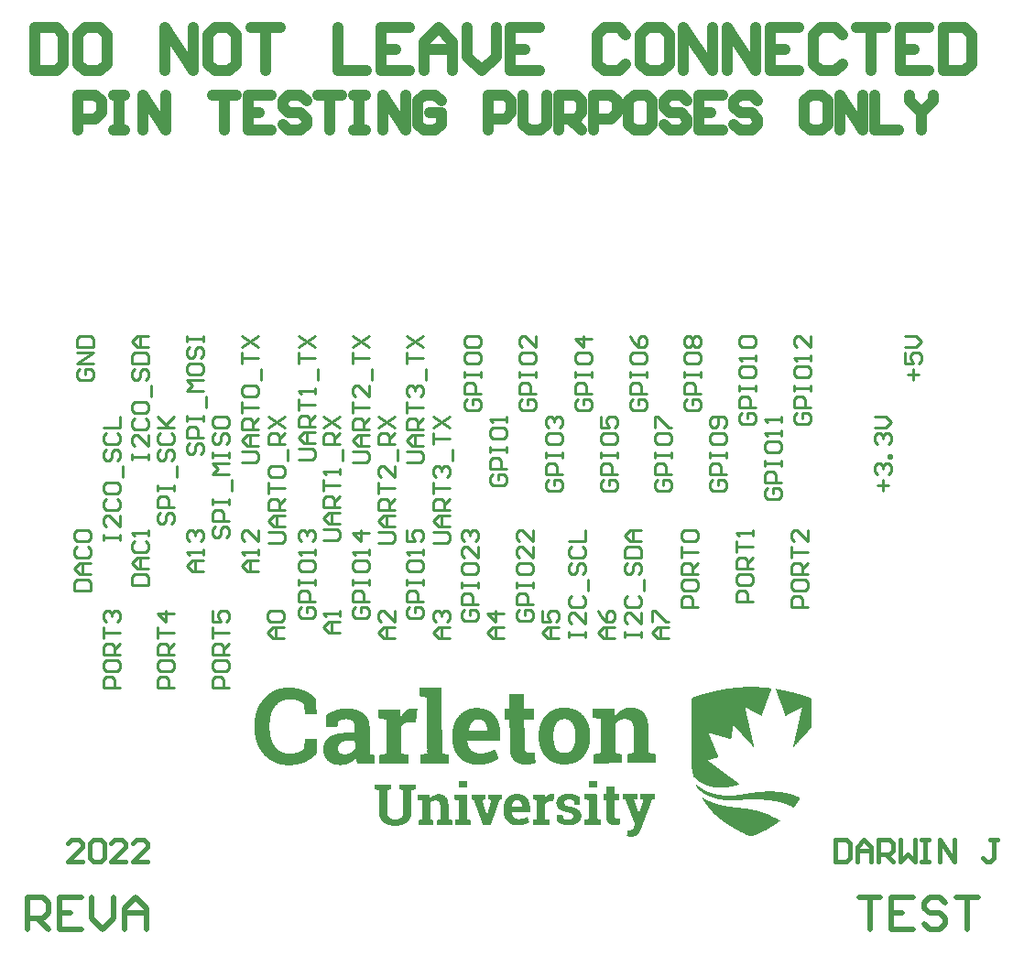
<source format=gbr>
%TF.GenerationSoftware,Altium Limited,Altium Designer,22.11.1 (43)*%
G04 Layer_Color=65535*
%FSLAX45Y45*%
%MOMM*%
%TF.SameCoordinates,AD8EF09A-55C0-4CAF-97A9-B7ED8585E017*%
%TF.FilePolarity,Positive*%
%TF.FileFunction,Legend,Top*%
%TF.Part,Single*%
G01*
G75*
%TA.AperFunction,NonConductor*%
%ADD14C,0.25400*%
%ADD20C,1.00000*%
%ADD21C,0.40000*%
%ADD22C,0.50800*%
G36*
X4994763Y2555259D02*
X4995067Y2554349D01*
X4994865Y2553540D01*
X4995067Y2552124D01*
X4994966Y2548585D01*
X4995168Y2501663D01*
X4995370Y2420764D01*
X4995775Y2420359D01*
X5083247Y2420460D01*
X5083652Y2420258D01*
X5083854Y2419449D01*
X5083652Y2418842D01*
X5083854Y2400437D01*
X5083955Y2325706D01*
X5083551Y2325100D01*
X5082641Y2324998D01*
X5063730Y2325100D01*
X5063123Y2324897D01*
X4996179Y2324695D01*
X4995471Y2323987D01*
X4995674Y2284346D01*
X4995977Y2208604D01*
X4996179Y2146918D01*
X4996381Y2064199D01*
X4996584Y2059951D01*
X4996786Y2057929D01*
X4996988Y2056715D01*
X4997190Y2054895D01*
X4997393Y2052468D01*
X4997595Y2051254D01*
X4997999Y2049636D01*
X4998202Y2048423D01*
X4998606Y2046198D01*
X4999112Y2044479D01*
X4999314Y2043670D01*
X4999516Y2042659D01*
X5000123Y2041243D01*
X5000426Y2039929D01*
X5000932Y2039019D01*
X5001134Y2038210D01*
X5002145Y2035985D01*
X5003763Y2032951D01*
X5004572Y2031535D01*
X5004977Y2031131D01*
X5005584Y2030120D01*
X5005988Y2029715D01*
X5006595Y2028704D01*
X5006999Y2028299D01*
X5007202Y2027895D01*
X5008213Y2026884D01*
X5008415Y2026479D01*
X5009022Y2026075D01*
X5009224Y2025670D01*
X5009528Y2025367D01*
X5009932Y2025164D01*
X5010337Y2024558D01*
X5010741Y2024355D01*
X5011550Y2023546D01*
X5011955Y2023344D01*
X5013067Y2022434D01*
X5013775Y2021928D01*
X5014179Y2021524D01*
X5015191Y2020917D01*
X5016606Y2020108D01*
X5017011Y2019704D01*
X5018022Y2019299D01*
X5019033Y2018692D01*
X5020045Y2018288D01*
X5021056Y2017681D01*
X5022168Y2017378D01*
X5023887Y2016670D01*
X5024696Y2016468D01*
X5026112Y2015861D01*
X5026921Y2015659D01*
X5028539Y2015456D01*
X5029550Y2015052D01*
X5030359Y2014850D01*
X5034404Y2014445D01*
X5035213Y2014243D01*
X5040472Y2013838D01*
X5050888Y2014142D01*
X5054326Y2014344D01*
X5057157Y2014546D01*
X5061404Y2014749D01*
X5063831Y2014951D01*
X5066461Y2015355D01*
X5071921Y2015962D01*
X5073539Y2016367D01*
X5076270Y2016670D01*
X5077787Y2016973D01*
X5079405Y2017378D01*
X5082135Y2017681D01*
X5082944Y2017883D01*
X5084360Y2018288D01*
X5085169Y2018490D01*
X5087292Y2018794D01*
X5088101Y2018996D01*
X5088809Y2019097D01*
X5089315Y2018591D01*
X5089517Y2015962D01*
X5089820Y2013030D01*
X5090023Y2012018D01*
X5090225Y2010805D01*
X5090427Y2008985D01*
X5090629Y2006355D01*
X5091236Y2002715D01*
X5091438Y2000490D01*
X5091641Y1998063D01*
X5092045Y1995636D01*
X5092348Y1992906D01*
X5092652Y1989771D01*
X5093056Y1987344D01*
X5093360Y1984614D01*
X5093663Y1981479D01*
X5093865Y1980265D01*
X5094068Y1979254D01*
X5094270Y1977636D01*
X5094472Y1974805D01*
X5094674Y1973187D01*
X5094877Y1971973D01*
X5095079Y1970962D01*
X5095281Y1969142D01*
X5095483Y1966512D01*
X5095686Y1964894D01*
X5095888Y1963883D01*
X5096090Y1962669D01*
X5096292Y1960445D01*
X5096495Y1958018D01*
X5097101Y1954377D01*
X5097304Y1951950D01*
X5097506Y1949726D01*
X5097708Y1948512D01*
X5097910Y1947501D01*
X5098113Y1945883D01*
X5098315Y1943254D01*
X5098517Y1941434D01*
X5098719Y1940220D01*
X5098922Y1939209D01*
X5099124Y1937591D01*
X5099326Y1934759D01*
X5099528Y1933141D01*
X5099731Y1932130D01*
X5099933Y1930916D01*
X5100135Y1929096D01*
X5100337Y1926467D01*
X5100742Y1923838D01*
X5100944Y1922826D01*
X5101045Y1921310D01*
X5100742Y1920804D01*
X5099933Y1920602D01*
X5098618Y1920298D01*
X5097607Y1919894D01*
X5096697Y1919591D01*
X5094877Y1919186D01*
X5093865Y1918782D01*
X5093056Y1918579D01*
X5091843Y1918377D01*
X5090427Y1917770D01*
X5089011Y1917568D01*
X5087090Y1916860D01*
X5086079Y1916658D01*
X5084865Y1916456D01*
X5083854Y1916051D01*
X5083045Y1915849D01*
X5081832Y1915647D01*
X5080820Y1915444D01*
X5078495Y1914737D01*
X5076573Y1914433D01*
X5074854Y1913928D01*
X5074045Y1913725D01*
X5072225Y1913523D01*
X5071618Y1913321D01*
X5070202Y1912916D01*
X5068786Y1912714D01*
X5067270Y1912411D01*
X5066461Y1912209D01*
X5065348Y1911905D01*
X5062820Y1911602D01*
X5060393Y1910995D01*
X5058371Y1910793D01*
X5056146Y1910388D01*
X5055135Y1910186D01*
X5053921Y1909984D01*
X5051899Y1909782D01*
X5050281Y1909579D01*
X5049270Y1909377D01*
X5048056Y1909175D01*
X5045326Y1908871D01*
X5041786Y1908568D01*
X5040573Y1908366D01*
X5037842Y1908062D01*
X5035213Y1907860D01*
X5030258Y1907557D01*
X5028438Y1907355D01*
X5026011Y1907152D01*
X5020752Y1906950D01*
X4995977Y1906849D01*
X4995370Y1907051D01*
X4989101Y1907253D01*
X4988494Y1907456D01*
X4985865Y1907658D01*
X4985056Y1907860D01*
X4980606Y1908062D01*
X4979999Y1908265D01*
X4978280Y1908568D01*
X4976662Y1908770D01*
X4974235Y1908973D01*
X4973224Y1909175D01*
X4971606Y1909579D01*
X4968876Y1909883D01*
X4966752Y1910388D01*
X4965943Y1910591D01*
X4963516Y1910995D01*
X4962707Y1911197D01*
X4960988Y1911703D01*
X4958864Y1912006D01*
X4957550Y1912512D01*
X4956741Y1912714D01*
X4955325Y1912916D01*
X4953909Y1913523D01*
X4951583Y1914029D01*
X4950471Y1914534D01*
X4948347Y1915040D01*
X4948044Y1915343D01*
X4945617Y1915950D01*
X4944201Y1916557D01*
X4943392Y1916759D01*
X4941572Y1917568D01*
X4940763Y1917770D01*
X4938943Y1918579D01*
X4937931Y1918984D01*
X4936516Y1919591D01*
X4932066Y1921613D01*
X4931662Y1921815D01*
X4927415Y1924040D01*
X4923774Y1926062D01*
X4920943Y1927680D01*
X4920538Y1928085D01*
X4917706Y1929703D01*
X4917302Y1930107D01*
X4916291Y1930714D01*
X4915886Y1931119D01*
X4914875Y1931725D01*
X4910931Y1934658D01*
X4910628Y1934961D01*
X4910223Y1935164D01*
X4909718Y1935467D01*
X4909617Y1935770D01*
X4909212Y1935973D01*
X4908100Y1936883D01*
X4907392Y1937388D01*
X4906785Y1937995D01*
X4906381Y1938198D01*
X4905369Y1939209D01*
X4905066Y1939310D01*
X4904864Y1939714D01*
X4903650Y1940726D01*
X4902538Y1941838D01*
X4902133Y1942040D01*
X4897178Y1946995D01*
X4896976Y1947400D01*
X4895358Y1949018D01*
X4895156Y1949422D01*
X4894853Y1949726D01*
X4894549Y1949827D01*
X4894347Y1950231D01*
X4893538Y1951040D01*
X4893336Y1951445D01*
X4892527Y1952254D01*
X4892324Y1952658D01*
X4891718Y1953265D01*
X4891515Y1953669D01*
X4890605Y1954782D01*
X4890100Y1955490D01*
X4889695Y1955894D01*
X4889493Y1956299D01*
X4888482Y1957714D01*
X4888279Y1958119D01*
X4887673Y1958726D01*
X4887066Y1959737D01*
X4886661Y1960141D01*
X4886054Y1961153D01*
X4885245Y1962568D01*
X4884841Y1962973D01*
X4883223Y1965804D01*
X4882819Y1966209D01*
X4882616Y1967018D01*
X4882010Y1967625D01*
X4881504Y1968939D01*
X4880998Y1969445D01*
X4880493Y1970760D01*
X4880189Y1971063D01*
X4879785Y1972074D01*
X4879178Y1973085D01*
X4878774Y1974097D01*
X4876953Y1977939D01*
X4876549Y1978951D01*
X4876144Y1979355D01*
X4875942Y1980164D01*
X4875538Y1981175D01*
X4874931Y1982591D01*
X4874526Y1983602D01*
X4873920Y1985018D01*
X4873717Y1985827D01*
X4873111Y1987243D01*
X4872908Y1988052D01*
X4872099Y1989872D01*
X4871796Y1991187D01*
X4871290Y1992299D01*
X4871088Y1993108D01*
X4870785Y1994220D01*
X4870279Y1995333D01*
X4869774Y1997456D01*
X4869268Y1998569D01*
X4868965Y2000288D01*
X4868358Y2001906D01*
X4868156Y2003119D01*
X4867953Y2004131D01*
X4867246Y2006456D01*
X4866942Y2008378D01*
X4866437Y2010097D01*
X4866234Y2010906D01*
X4866032Y2012928D01*
X4865830Y2013535D01*
X4865425Y2014951D01*
X4865223Y2016973D01*
X4865021Y2017782D01*
X4864717Y2018895D01*
X4864515Y2019704D01*
X4864111Y2023344D01*
X4863908Y2024355D01*
X4863706Y2025164D01*
X4863504Y2026378D01*
X4863099Y2030423D01*
X4862695Y2032850D01*
X4862493Y2034468D01*
X4862290Y2037299D01*
X4862088Y2039929D01*
X4861886Y2041749D01*
X4861684Y2043367D01*
X4861481Y2045996D01*
X4861279Y2051861D01*
X4861077Y2056109D01*
X4860875Y2062783D01*
X4860672Y2083412D01*
X4860470Y2165727D01*
X4860066Y2323886D01*
X4859661Y2324291D01*
X4813447Y2324189D01*
X4812841Y2324594D01*
Y2343808D01*
Y2344010D01*
X4812638Y2347853D01*
X4812537Y2418943D01*
X4812942Y2419550D01*
X4859155Y2419853D01*
X4859560Y2420258D01*
X4859762Y2421674D01*
X4859560Y2453427D01*
X4859459Y2554854D01*
X4859661Y2555259D01*
X4860470Y2555461D01*
X4861279Y2555259D01*
X4911841Y2555461D01*
X4994056Y2555562D01*
X4994763Y2555259D01*
D02*
G37*
G36*
X2830902Y2616945D02*
X2840913Y2616641D01*
X2846576Y2616439D01*
X2849812Y2616237D01*
X2851430Y2616035D01*
X2853251Y2615832D01*
X2859217Y2615529D01*
X2861239Y2615327D01*
X2862048Y2615125D01*
X2865487Y2614720D01*
X2869430Y2614417D01*
X2871453Y2614012D01*
X2874183Y2613709D01*
X2877116Y2613405D01*
X2878127Y2613203D01*
X2878936Y2613001D01*
X2880150Y2612799D01*
X2882374Y2612597D01*
X2883588Y2612394D01*
X2884397Y2612192D01*
X2885408Y2611990D01*
X2888138Y2611686D01*
X2890262Y2611181D01*
X2891071Y2610979D01*
X2893801Y2610675D01*
X2897037Y2609866D01*
X2899161Y2609563D01*
X2899970Y2609361D01*
X2901082Y2609057D01*
X2901891Y2608855D01*
X2903813Y2608552D01*
X2904622Y2608349D01*
X2905734Y2608046D01*
X2906543Y2607844D01*
X2908161Y2607641D01*
X2909172Y2607237D01*
X2910790Y2606832D01*
X2912408Y2606630D01*
X2913824Y2606023D01*
X2915746Y2605720D01*
X2916757Y2605316D01*
X2917869Y2605012D01*
X2919588Y2604709D01*
X2920903Y2604203D01*
X2921712Y2604001D01*
X2923229Y2603698D01*
X2924543Y2603192D01*
X2925352Y2602990D01*
X2926667Y2602686D01*
X2927779Y2602181D01*
X2929903Y2601675D01*
X2931015Y2601170D01*
X2932532Y2600866D01*
X2933543Y2600462D01*
X2934453Y2600158D01*
X2935566Y2599855D01*
X2936577Y2599450D01*
X2937487Y2599147D01*
X2938600Y2598844D01*
X2939712Y2598338D01*
X2940521Y2598136D01*
X2941633Y2597832D01*
X2942544Y2597327D01*
X2943858Y2597023D01*
X2944566Y2596720D01*
X2945577Y2596315D01*
X2946386Y2596113D01*
X2948206Y2595304D01*
X2949319Y2595001D01*
X2951038Y2594293D01*
X2952352Y2593787D01*
X2952656Y2593484D01*
X2953970Y2593180D01*
X2956094Y2592270D01*
X2956903Y2592068D01*
X2957308Y2591664D01*
X2958723Y2591259D01*
X2960948Y2590248D01*
X2962768Y2589439D01*
X2963780Y2589034D01*
X2965195Y2588428D01*
X2971870Y2585394D01*
X2972274Y2585192D01*
X2977735Y2582563D01*
X2978139Y2582360D01*
X2979151Y2581754D01*
X2980162Y2581349D01*
X2981173Y2580742D01*
X2982184Y2580338D01*
X2982589Y2579933D01*
X2983903Y2579428D01*
X2985218Y2578720D01*
X2986229Y2578113D01*
X2987240Y2577709D01*
X2987645Y2577506D01*
X2988858Y2576697D01*
X2989667Y2576495D01*
X2990274Y2575888D01*
X2991083Y2575686D01*
X2992297Y2574877D01*
X2993712Y2574068D01*
X2996746Y2572450D01*
X2998567Y2571439D01*
X2998971Y2571034D01*
X2999780Y2570832D01*
X3000387Y2570225D01*
X3002207Y2569214D01*
X3005038Y2567596D01*
X3005443Y2567192D01*
X3008274Y2565574D01*
X3008679Y2565169D01*
X3009286Y2564967D01*
X3010499Y2564158D01*
X3010904Y2563956D01*
X3011308Y2563551D01*
X3011713Y2563349D01*
X3012724Y2562742D01*
X3013128Y2562338D01*
X3014140Y2561731D01*
X3015555Y2560922D01*
X3015960Y2560517D01*
X3016971Y2559911D01*
X3018184Y2559102D01*
X3018589Y2558899D01*
X3018993Y2558495D01*
X3020005Y2557888D01*
X3020409Y2557484D01*
X3021420Y2556877D01*
X3021825Y2556472D01*
X3022836Y2555866D01*
X3024859Y2554450D01*
X3025263Y2554248D01*
X3025870Y2553641D01*
X3026881Y2553034D01*
X3027286Y2552630D01*
X3027690Y2552427D01*
X3029511Y2551012D01*
X3033454Y2548079D01*
X3033758Y2547776D01*
X3034162Y2547574D01*
X3034971Y2546765D01*
X3035982Y2546158D01*
X3036387Y2545753D01*
X3036791Y2545551D01*
X3037600Y2544742D01*
X3038005Y2544540D01*
X3038612Y2543933D01*
X3039016Y2543731D01*
X3039825Y2542922D01*
X3040230Y2542720D01*
X3041342Y2541809D01*
X3042050Y2541304D01*
X3042657Y2540697D01*
X3043061Y2540495D01*
X3044477Y2539079D01*
X3044881Y2538877D01*
X3045690Y2538068D01*
X3046095Y2537866D01*
X3046904Y2537057D01*
X3047308Y2536854D01*
X3048320Y2535843D01*
X3048724Y2535641D01*
X3050342Y2534023D01*
X3050747Y2533820D01*
X3052567Y2532000D01*
X3052870Y2531899D01*
X3053072Y2531495D01*
X3053376Y2531191D01*
X3053780Y2530989D01*
X3055601Y2529169D01*
X3056005Y2528966D01*
X3059848Y2525124D01*
X3060252Y2524922D01*
X3063590Y2521584D01*
X3063691Y2521281D01*
X3064095Y2521079D01*
X3064398Y2520776D01*
X3064601Y2520371D01*
X3068443Y2516528D01*
X3068646Y2516124D01*
X3070466Y2514304D01*
X3070668Y2513899D01*
X3072488Y2512079D01*
X3072589Y2511776D01*
X3072994Y2511573D01*
X3073702Y2509854D01*
X3073904Y2443516D01*
X3074106Y2393561D01*
X3074005Y2373033D01*
X3073196Y2372830D01*
X2982791Y2372628D01*
X2982184Y2372426D01*
X2971971Y2372527D01*
X2970858Y2372426D01*
X2970151Y2373134D01*
X2969948Y2373943D01*
X2969645Y2375257D01*
X2969342Y2377988D01*
X2969038Y2379909D01*
X2968836Y2380718D01*
X2968634Y2381729D01*
X2968431Y2383347D01*
X2968229Y2385168D01*
X2968027Y2386381D01*
X2967724Y2387493D01*
X2967521Y2388909D01*
X2967016Y2392651D01*
X2966813Y2393460D01*
X2966611Y2394471D01*
X2966409Y2396494D01*
X2966207Y2398112D01*
X2965802Y2399730D01*
X2965600Y2400943D01*
X2965398Y2403168D01*
X2965195Y2404381D01*
X2964993Y2405190D01*
X2964791Y2406201D01*
X2964589Y2407415D01*
X2964386Y2409640D01*
X2964184Y2410651D01*
X2963982Y2411460D01*
X2963780Y2412471D01*
X2963577Y2414089D01*
X2963375Y2415909D01*
X2963173Y2417123D01*
X2962768Y2418741D01*
X2962566Y2420764D01*
X2962364Y2422381D01*
X2962161Y2423393D01*
X2961959Y2424202D01*
X2961757Y2425415D01*
X2961555Y2427235D01*
X2961352Y2428853D01*
X2960948Y2430471D01*
X2960746Y2431685D01*
X2960543Y2433910D01*
X2960341Y2435123D01*
X2960139Y2436134D01*
X2959937Y2436943D01*
X2959633Y2439674D01*
X2959330Y2441595D01*
X2958926Y2443213D01*
X2958723Y2444831D01*
X2958521Y2446853D01*
X2958319Y2447865D01*
X2958117Y2448674D01*
X2957914Y2449685D01*
X2957510Y2453326D01*
X2957105Y2454944D01*
X2956903Y2456157D01*
X2956701Y2458179D01*
X2956296Y2460606D01*
X2956094Y2461415D01*
X2955892Y2462629D01*
X2955690Y2464651D01*
X2954982Y2465764D01*
X2952656Y2468090D01*
X2952251Y2468292D01*
X2950431Y2470112D01*
X2950027Y2470314D01*
X2949824Y2470719D01*
X2949420Y2470921D01*
X2948409Y2471932D01*
X2948004Y2472135D01*
X2947195Y2472943D01*
X2946791Y2473146D01*
X2946184Y2473753D01*
X2945779Y2473955D01*
X2944970Y2474764D01*
X2944060Y2475269D01*
X2943959Y2475573D01*
X2943555Y2475775D01*
X2942442Y2476685D01*
X2941330Y2477393D01*
X2940926Y2477798D01*
X2940521Y2478000D01*
X2939914Y2478607D01*
X2938903Y2479213D01*
X2938499Y2479618D01*
X2937487Y2480225D01*
X2935566Y2481539D01*
X2934858Y2481843D01*
X2934251Y2482449D01*
X2931420Y2484067D01*
X2931015Y2484472D01*
X2930004Y2484876D01*
X2929397Y2485483D01*
X2928588Y2485685D01*
X2927981Y2486292D01*
X2926667Y2486798D01*
X2926161Y2487303D01*
X2924847Y2487809D01*
X2924341Y2488315D01*
X2923532Y2488517D01*
X2922319Y2489326D01*
X2921307Y2489730D01*
X2920903Y2490135D01*
X2919285Y2490742D01*
X2918880Y2491146D01*
X2918071Y2491348D01*
X2917060Y2491955D01*
X2916049Y2492360D01*
X2911599Y2494382D01*
X2910993Y2494584D01*
X2909577Y2495191D01*
X2907352Y2496202D01*
X2906240Y2496506D01*
X2905936Y2496809D01*
X2904521Y2497213D01*
X2902700Y2498022D01*
X2901082Y2498427D01*
X2900678Y2498831D01*
X2899869Y2499034D01*
X2898554Y2499337D01*
X2896835Y2500045D01*
X2895520Y2500348D01*
X2894408Y2500854D01*
X2893599Y2501056D01*
X2892386Y2501258D01*
X2890970Y2501865D01*
X2888644Y2502371D01*
X2887330Y2502876D01*
X2885408Y2503180D01*
X2884397Y2503584D01*
X2883588Y2503786D01*
X2881161Y2504191D01*
X2879442Y2504697D01*
X2878633Y2504899D01*
X2876610Y2505101D01*
X2876004Y2505303D01*
X2874588Y2505708D01*
X2873172Y2505910D01*
X2870846Y2506214D01*
X2869734Y2506517D01*
X2866902Y2506921D01*
X2864475Y2507124D01*
X2863869Y2507326D01*
X2862453Y2507528D01*
X2861644Y2507730D01*
X2857296Y2508034D01*
X2855678Y2508236D01*
X2852947Y2508539D01*
X2850925Y2508742D01*
X2843745Y2509045D01*
X2840104Y2509247D01*
X2834846Y2509450D01*
X2827262Y2509551D01*
X2826655Y2509348D01*
X2818363Y2509146D01*
X2817756Y2508944D01*
X2810171Y2508641D01*
X2808351Y2508438D01*
X2804205Y2507933D01*
X2800868Y2507629D01*
X2798846Y2507225D01*
X2797632Y2507023D01*
X2795610Y2506820D01*
X2793385Y2506416D01*
X2792576Y2506214D01*
X2791362Y2506011D01*
X2789744Y2505809D01*
X2788733Y2505607D01*
X2787924Y2505405D01*
X2786812Y2505101D01*
X2783879Y2504595D01*
X2782160Y2504090D01*
X2780744Y2503888D01*
X2779632Y2503584D01*
X2778317Y2503079D01*
X2776396Y2502775D01*
X2775385Y2502371D01*
X2774272Y2502067D01*
X2772958Y2501764D01*
X2771946Y2501359D01*
X2770834Y2501056D01*
X2769519Y2500753D01*
X2768407Y2500247D01*
X2767598Y2500045D01*
X2766486Y2499742D01*
X2765373Y2499236D01*
X2763755Y2498831D01*
X2762340Y2498225D01*
X2761025Y2497719D01*
X2759913Y2497213D01*
X2758800Y2496910D01*
X2757081Y2496202D01*
X2754856Y2495191D01*
X2754047Y2494989D01*
X2753036Y2494382D01*
X2752227Y2494180D01*
X2751823Y2493977D01*
X2750811Y2493371D01*
X2750002Y2493168D01*
X2748789Y2492360D01*
X2747676Y2492056D01*
X2747171Y2491551D01*
X2746362Y2491348D01*
X2745351Y2490742D01*
X2744339Y2490337D01*
X2743935Y2490135D01*
X2743530Y2489730D01*
X2742519Y2489326D01*
X2742115Y2489124D01*
X2741103Y2488517D01*
X2738272Y2486899D01*
X2736452Y2485888D01*
X2735036Y2485079D01*
X2734632Y2484674D01*
X2733216Y2483865D01*
X2730991Y2482449D01*
X2730587Y2482247D01*
X2729980Y2481640D01*
X2728969Y2481034D01*
X2727553Y2480022D01*
X2725025Y2478303D01*
X2724721Y2478000D01*
X2724317Y2477798D01*
X2723204Y2476887D01*
X2721991Y2476078D01*
X2721688Y2475775D01*
X2721283Y2475573D01*
X2720676Y2474966D01*
X2720272Y2474764D01*
X2719463Y2473955D01*
X2719058Y2473753D01*
X2718452Y2473146D01*
X2718047Y2472943D01*
X2716935Y2472033D01*
X2716631Y2471730D01*
X2716227Y2471528D01*
X2714811Y2470112D01*
X2714407Y2469910D01*
X2713395Y2468899D01*
X2712991Y2468696D01*
X2712789Y2468292D01*
X2712384Y2468090D01*
X2710564Y2466269D01*
X2710159Y2466067D01*
X2702373Y2458281D01*
X2702171Y2457876D01*
X2700350Y2456056D01*
X2700148Y2455651D01*
X2698530Y2454033D01*
X2698328Y2453629D01*
X2697519Y2452820D01*
X2697317Y2452415D01*
X2696508Y2451606D01*
X2696305Y2451202D01*
X2695496Y2450393D01*
X2695294Y2449988D01*
X2694687Y2449382D01*
X2694485Y2448977D01*
X2693676Y2448168D01*
X2693474Y2447764D01*
X2692665Y2446955D01*
X2692463Y2446550D01*
X2691047Y2444730D01*
X2690137Y2443617D01*
X2689429Y2442505D01*
X2689024Y2442101D01*
X2688418Y2441089D01*
X2688013Y2440685D01*
X2687406Y2439674D01*
X2687002Y2439269D01*
X2686395Y2438258D01*
X2685991Y2437853D01*
X2685384Y2436842D01*
X2684069Y2434921D01*
X2681946Y2431584D01*
X2681743Y2431179D01*
X2681137Y2430572D01*
X2680732Y2429561D01*
X2680125Y2428955D01*
X2679923Y2428348D01*
X2679114Y2427134D01*
X2678507Y2426123D01*
X2677698Y2424707D01*
X2677294Y2424303D01*
X2677092Y2423494D01*
X2676485Y2422887D01*
X2676080Y2421876D01*
X2675878Y2421471D01*
X2675474Y2421067D01*
X2673654Y2417629D01*
X2672642Y2415808D01*
X2670620Y2411965D01*
X2670418Y2411359D01*
X2669811Y2410347D01*
X2669406Y2409336D01*
X2667384Y2405089D01*
X2666373Y2402864D01*
X2666170Y2402460D01*
X2664552Y2398819D01*
X2663541Y2396595D01*
X2663339Y2395786D01*
X2662732Y2394774D01*
X2662429Y2393662D01*
X2661518Y2391539D01*
X2661316Y2390730D01*
X2660912Y2390325D01*
X2660608Y2389010D01*
X2659698Y2386887D01*
X2659395Y2385774D01*
X2658889Y2384662D01*
X2658687Y2383853D01*
X2657878Y2381830D01*
X2657473Y2380212D01*
X2656867Y2378797D01*
X2656563Y2377482D01*
X2656058Y2376370D01*
X2655855Y2375561D01*
X2655552Y2374448D01*
X2655047Y2373336D01*
X2654541Y2371212D01*
X2654035Y2369898D01*
X2653530Y2367774D01*
X2653024Y2366460D01*
X2652822Y2365044D01*
X2652316Y2363729D01*
X2652013Y2362617D01*
X2651709Y2360898D01*
X2651305Y2359887D01*
X2651103Y2359078D01*
X2650900Y2357864D01*
X2650698Y2357055D01*
X2650193Y2355336D01*
X2649990Y2354527D01*
X2649788Y2352706D01*
X2649384Y2351695D01*
X2648979Y2350077D01*
X2648777Y2348257D01*
X2648372Y2347246D01*
X2648170Y2345830D01*
X2647968Y2345021D01*
X2647665Y2343100D01*
X2647361Y2341987D01*
X2647159Y2341178D01*
X2646856Y2338650D01*
X2646451Y2337032D01*
X2646249Y2336021D01*
X2646047Y2333999D01*
X2645844Y2332785D01*
X2645642Y2331774D01*
X2645440Y2330965D01*
X2645136Y2328235D01*
X2644631Y2325100D01*
X2644429Y2324088D01*
X2644226Y2322268D01*
X2644024Y2319639D01*
X2643620Y2317010D01*
X2643417Y2315796D01*
X2643215Y2313167D01*
X2642811Y2308515D01*
X2642608Y2306897D01*
X2642406Y2304875D01*
X2642204Y2300830D01*
X2642002Y2296987D01*
X2641799Y2294358D01*
X2641597Y2291526D01*
X2641395Y2287077D01*
X2641294Y2234593D01*
X2641496Y2233986D01*
X2641698Y2226301D01*
X2641900Y2225694D01*
X2642608Y2212852D01*
X2642811Y2211638D01*
X2643013Y2209616D01*
X2643215Y2206380D01*
X2643417Y2203952D01*
X2643822Y2201323D01*
X2644125Y2198593D01*
X2644429Y2195458D01*
X2644631Y2194245D01*
X2644833Y2193436D01*
X2645136Y2190705D01*
X2645440Y2188379D01*
X2645642Y2187368D01*
X2645844Y2186559D01*
X2646148Y2183829D01*
X2646451Y2182110D01*
X2646856Y2180492D01*
X2647159Y2177761D01*
X2647361Y2176952D01*
X2647665Y2175840D01*
X2647867Y2175031D01*
X2648473Y2171390D01*
X2648777Y2170278D01*
X2648979Y2169469D01*
X2649282Y2167345D01*
X2649788Y2165626D01*
X2649990Y2164817D01*
X2650193Y2163199D01*
X2650597Y2162188D01*
X2650799Y2161379D01*
X2651002Y2159963D01*
X2651204Y2159154D01*
X2651608Y2158143D01*
X2651811Y2157334D01*
X2652013Y2155918D01*
X2652518Y2154604D01*
X2652822Y2153492D01*
X2653125Y2151975D01*
X2653530Y2150963D01*
X2653833Y2149851D01*
X2654136Y2148334D01*
X2654642Y2147222D01*
X2655148Y2144896D01*
X2655653Y2143783D01*
X2655855Y2142974D01*
X2656159Y2141862D01*
X2656664Y2140750D01*
X2656968Y2139233D01*
X2657676Y2137514D01*
X2657979Y2136199D01*
X2658687Y2134480D01*
X2658990Y2133368D01*
X2659698Y2131649D01*
X2660002Y2130536D01*
X2660305Y2130233D01*
X2660709Y2128817D01*
X2660912Y2128008D01*
X2661316Y2127604D01*
X2661518Y2126795D01*
X2662024Y2125480D01*
X2662530Y2124368D01*
X2662833Y2123255D01*
X2663541Y2121941D01*
X2663844Y2120828D01*
X2664552Y2119514D01*
X2664856Y2118401D01*
X2665159Y2118098D01*
X2665564Y2117087D01*
X2665766Y2116278D01*
X2666170Y2115873D01*
X2666878Y2113952D01*
X2667182Y2113648D01*
X2667890Y2111727D01*
X2668193Y2111424D01*
X2668800Y2109806D01*
X2669204Y2109401D01*
X2669406Y2108592D01*
X2670013Y2107581D01*
X2670418Y2106570D01*
X2671024Y2105558D01*
X2671429Y2104547D01*
X2672036Y2103536D01*
X2672440Y2102525D01*
X2672642Y2102120D01*
X2673047Y2101716D01*
X2673552Y2100401D01*
X2674058Y2099895D01*
X2674564Y2098581D01*
X2675069Y2098075D01*
X2675575Y2096761D01*
X2676080Y2096255D01*
X2676283Y2095446D01*
X2677092Y2094233D01*
X2677698Y2093221D01*
X2678710Y2091401D01*
X2679114Y2090997D01*
X2679316Y2090188D01*
X2679923Y2089581D01*
X2681541Y2086749D01*
X2681946Y2086345D01*
X2682552Y2085334D01*
X2683361Y2083918D01*
X2683766Y2083513D01*
X2684373Y2082502D01*
X2685182Y2081288D01*
X2685384Y2080884D01*
X2685788Y2080479D01*
X2686395Y2079468D01*
X2686800Y2079064D01*
X2687406Y2078052D01*
X2688418Y2076637D01*
X2689833Y2074614D01*
X2690036Y2074210D01*
X2690642Y2073603D01*
X2690845Y2073199D01*
X2691451Y2072592D01*
X2691654Y2072187D01*
X2692564Y2071075D01*
X2693272Y2069963D01*
X2693676Y2069558D01*
X2693878Y2069154D01*
X2694687Y2068345D01*
X2694890Y2067940D01*
X2695496Y2067333D01*
X2695699Y2066929D01*
X2696305Y2066322D01*
X2696508Y2065918D01*
X2697013Y2065210D01*
X2697317Y2065109D01*
X2697519Y2064704D01*
X2698530Y2063693D01*
X2698732Y2063288D01*
X2699541Y2062479D01*
X2699744Y2062075D01*
X2701159Y2060659D01*
X2701362Y2060255D01*
X2702575Y2059041D01*
X2702777Y2058637D01*
X2705407Y2056007D01*
X2705508Y2055704D01*
X2705912Y2055502D01*
X2706418Y2054996D01*
X2706620Y2054592D01*
X2707227Y2054187D01*
X2707429Y2053783D01*
X2707732Y2053479D01*
X2708137Y2053277D01*
X2708541Y2052670D01*
X2708946Y2052468D01*
X2709452Y2051962D01*
X2709553Y2051659D01*
X2709957Y2051457D01*
X2710261Y2051153D01*
X2710362Y2050850D01*
X2710766Y2050648D01*
X2712789Y2048625D01*
X2713193Y2048423D01*
X2714609Y2047007D01*
X2715013Y2046805D01*
X2716025Y2045794D01*
X2716429Y2045592D01*
X2717238Y2044783D01*
X2717643Y2044580D01*
X2718452Y2043771D01*
X2718856Y2043569D01*
X2719665Y2042760D01*
X2720069Y2042558D01*
X2720878Y2041749D01*
X2721283Y2041547D01*
X2721890Y2040940D01*
X2722294Y2040738D01*
X2722800Y2040434D01*
X2722901Y2040131D01*
X2723306Y2039929D01*
X2724418Y2039019D01*
X2729980Y2035075D01*
X2730384Y2034872D01*
X2730789Y2034468D01*
X2731193Y2034266D01*
X2732205Y2033659D01*
X2732609Y2033255D01*
X2733620Y2032648D01*
X2735036Y2031839D01*
X2736250Y2031030D01*
X2736654Y2030828D01*
X2737059Y2030423D01*
X2738373Y2029917D01*
X2738879Y2029412D01*
X2740294Y2028603D01*
X2742115Y2027592D01*
X2743126Y2027187D01*
X2743530Y2026985D01*
X2743935Y2026580D01*
X2745250Y2026075D01*
X2745755Y2025569D01*
X2746564Y2025367D01*
X2747575Y2024760D01*
X2748587Y2024355D01*
X2749598Y2023749D01*
X2750609Y2023344D01*
X2751216Y2023142D01*
X2751620Y2022737D01*
X2752429Y2022535D01*
X2754654Y2021524D01*
X2755665Y2021119D01*
X2757081Y2020513D01*
X2758093Y2020108D01*
X2759508Y2019501D01*
X2760317Y2019299D01*
X2762137Y2018490D01*
X2762946Y2018288D01*
X2764362Y2017681D01*
X2765171Y2017479D01*
X2766991Y2016670D01*
X2768205Y2016468D01*
X2769621Y2015861D01*
X2770430Y2015659D01*
X2771542Y2015355D01*
X2772654Y2014850D01*
X2774070Y2014647D01*
X2775385Y2014142D01*
X2776497Y2013838D01*
X2777306Y2013636D01*
X2778519Y2013434D01*
X2779531Y2013030D01*
X2780340Y2012827D01*
X2782059Y2012524D01*
X2782868Y2012322D01*
X2783778Y2012018D01*
X2784587Y2011816D01*
X2786610Y2011614D01*
X2787621Y2011209D01*
X2788430Y2011007D01*
X2789846Y2010805D01*
X2791767Y2010501D01*
X2792576Y2010299D01*
X2793587Y2010097D01*
X2794801Y2009895D01*
X2796823Y2009692D01*
X2799250Y2009288D01*
X2800261Y2009086D01*
X2802284Y2008883D01*
X2804913Y2008681D01*
X2809059Y2008176D01*
X2811082Y2007973D01*
X2818262Y2007670D01*
X2830700Y2007367D01*
X2833936Y2007569D01*
X2843543Y2007872D01*
X2847992Y2008074D01*
X2850015Y2008277D01*
X2852745Y2008580D01*
X2854161Y2008782D01*
X2858509Y2009086D01*
X2859723Y2009288D01*
X2860531Y2009490D01*
X2863262Y2009794D01*
X2865790Y2010097D01*
X2866801Y2010299D01*
X2867610Y2010501D01*
X2868824Y2010704D01*
X2870644Y2010906D01*
X2871857Y2011108D01*
X2873475Y2011513D01*
X2874487Y2011715D01*
X2876105Y2011917D01*
X2877116Y2012119D01*
X2878835Y2012625D01*
X2881768Y2013131D01*
X2882678Y2013434D01*
X2883487Y2013636D01*
X2885206Y2013940D01*
X2887532Y2014647D01*
X2889049Y2014951D01*
X2891374Y2015659D01*
X2892588Y2015861D01*
X2894004Y2016468D01*
X2896127Y2016973D01*
X2897442Y2017479D01*
X2898251Y2017681D01*
X2899363Y2017985D01*
X2900476Y2018490D01*
X2901689Y2018692D01*
X2903509Y2019501D01*
X2904723Y2019704D01*
X2905127Y2020108D01*
X2906543Y2020513D01*
X2907352Y2020715D01*
X2909172Y2021524D01*
X2909981Y2021726D01*
X2911802Y2022535D01*
X2912408Y2022737D01*
X2916049Y2024355D01*
X2917363Y2024861D01*
X2917667Y2025164D01*
X2918476Y2025367D01*
X2920701Y2026378D01*
X2921105Y2026580D01*
X2922116Y2027187D01*
X2923431Y2027693D01*
X2923936Y2028198D01*
X2925049Y2028502D01*
X2925554Y2029007D01*
X2926869Y2029513D01*
X2928184Y2030221D01*
X2928588Y2030423D01*
X2929802Y2031232D01*
X2930408Y2031434D01*
X2930813Y2031839D01*
X2932633Y2032850D01*
X2934049Y2033659D01*
X2934453Y2034063D01*
X2935060Y2034266D01*
X2936274Y2035075D01*
X2936678Y2035277D01*
X2937083Y2035681D01*
X2937487Y2035884D01*
X2939510Y2037299D01*
X2939914Y2037502D01*
X2940319Y2037906D01*
X2941330Y2038513D01*
X2941735Y2038917D01*
X2942139Y2039120D01*
X2942746Y2039726D01*
X2943757Y2040333D01*
X2944161Y2040738D01*
X2944566Y2040940D01*
X2945375Y2041749D01*
X2945779Y2041951D01*
X2946588Y2042760D01*
X2946993Y2042962D01*
X2947600Y2043569D01*
X2948004Y2043771D01*
X2948813Y2044580D01*
X2949218Y2044783D01*
X2950431Y2045996D01*
X2950735Y2046097D01*
X2950937Y2046502D01*
X2951645Y2047007D01*
X2955791Y2051153D01*
X2955993Y2051558D01*
X2956600Y2051962D01*
X2956802Y2052771D01*
X2957105Y2054895D01*
X2957308Y2055704D01*
X2957510Y2056715D01*
X2957712Y2058536D01*
X2957914Y2060558D01*
X2958117Y2061569D01*
X2958319Y2062378D01*
X2958521Y2063390D01*
X2958723Y2065412D01*
X2958926Y2067232D01*
X2959128Y2068041D01*
X2959532Y2070064D01*
X2959734Y2072288D01*
X2960139Y2074715D01*
X2960341Y2075524D01*
X2960645Y2078255D01*
X2960948Y2080378D01*
X2961150Y2081187D01*
X2961352Y2082199D01*
X2961656Y2084929D01*
X2961959Y2086850D01*
X2962161Y2087862D01*
X2962364Y2088671D01*
X2962566Y2090693D01*
X2962768Y2092513D01*
X2962971Y2093525D01*
X2963173Y2094334D01*
X2963375Y2095547D01*
X2963577Y2097570D01*
X2963780Y2099188D01*
X2963982Y2100199D01*
X2964184Y2101008D01*
X2964386Y2102221D01*
X2964589Y2104244D01*
X2964791Y2105862D01*
X2965195Y2107480D01*
X2965499Y2110210D01*
X2965802Y2112334D01*
X2966004Y2113143D01*
X2966207Y2114154D01*
X2966409Y2115772D01*
X2966611Y2117795D01*
X2966813Y2119008D01*
X2967016Y2119817D01*
X2967218Y2120828D01*
X2967622Y2124469D01*
X2967825Y2125480D01*
X2968027Y2126289D01*
X2968229Y2127502D01*
X2968431Y2129525D01*
X2968634Y2131143D01*
X2968836Y2132154D01*
X2969038Y2132963D01*
X2969240Y2134177D01*
X2969443Y2136199D01*
X2969645Y2137817D01*
X2969847Y2138626D01*
X2970049Y2139637D01*
X2970252Y2140851D01*
X2970454Y2143075D01*
X2970656Y2144289D01*
X2971061Y2144896D01*
X2971870Y2145098D01*
X3010297Y2145300D01*
X3058432Y2145503D01*
X3074410Y2145300D01*
X3074713Y2144997D01*
X3074915Y2136907D01*
X3075016Y2081794D01*
X3074915Y2081491D01*
X3075118Y2080884D01*
X3074915Y2007265D01*
X3074106Y2006456D01*
X3073904Y2006052D01*
X3072286Y2004434D01*
X3072084Y2004030D01*
X3070668Y2002614D01*
X3070466Y2002209D01*
X3069252Y2000996D01*
X3069050Y2000591D01*
X3067230Y1998771D01*
X3067129Y1998468D01*
X3066724Y1998265D01*
X3066421Y1997962D01*
X3066219Y1997558D01*
X3059545Y1990883D01*
X3059443Y1990580D01*
X3059039Y1990378D01*
X3056005Y1987344D01*
X3055702Y1987243D01*
X3055499Y1986838D01*
X3055196Y1986535D01*
X3054792Y1986333D01*
X3052162Y1983703D01*
X3051758Y1983501D01*
X3050747Y1982490D01*
X3050342Y1982288D01*
X3048724Y1980670D01*
X3048320Y1980467D01*
X3046702Y1978849D01*
X3046297Y1978647D01*
X3045488Y1977838D01*
X3045084Y1977636D01*
X3044275Y1976827D01*
X3043870Y1976625D01*
X3043061Y1975816D01*
X3042657Y1975614D01*
X3041848Y1974805D01*
X3041443Y1974602D01*
X3040634Y1973793D01*
X3040230Y1973591D01*
X3040027Y1973187D01*
X3039623Y1972984D01*
X3038511Y1972074D01*
X3037803Y1971569D01*
X3037398Y1971164D01*
X3036994Y1970962D01*
X3036488Y1970658D01*
X3036286Y1970254D01*
X3035275Y1969647D01*
X3035174Y1969344D01*
X3034769Y1969142D01*
X3033657Y1968231D01*
X3032544Y1967524D01*
X3032140Y1967119D01*
X3031735Y1966917D01*
X3030926Y1966108D01*
X3029915Y1965501D01*
X3029511Y1965097D01*
X3029106Y1964894D01*
X3028702Y1964490D01*
X3028297Y1964287D01*
X3027185Y1963377D01*
X3026072Y1962669D01*
X3025668Y1962265D01*
X3024656Y1961658D01*
X3024252Y1961254D01*
X3023241Y1960647D01*
X3020409Y1958624D01*
X3017881Y1956905D01*
X3016162Y1955793D01*
X3013937Y1954377D01*
X3013533Y1954175D01*
X3012926Y1953568D01*
X3012319Y1953366D01*
X3011915Y1952962D01*
X3011510Y1952759D01*
X3010095Y1951950D01*
X3009690Y1951546D01*
X3009083Y1951344D01*
X3008679Y1950939D01*
X3007263Y1950130D01*
X3006859Y1949726D01*
X3006050Y1949523D01*
X3005443Y1948917D01*
X3003623Y1947905D01*
X3000791Y1946287D01*
X3000387Y1945883D01*
X2999578Y1945681D01*
X2999173Y1945276D01*
X2998769Y1945074D01*
X2997353Y1944265D01*
X2991892Y1941231D01*
X2984611Y1937388D01*
X2983600Y1936984D01*
X2982589Y1936377D01*
X2981577Y1935973D01*
X2975308Y1932939D01*
X2974903Y1932737D01*
X2971465Y1931119D01*
X2967016Y1929096D01*
X2965195Y1928287D01*
X2964386Y1928085D01*
X2963982Y1927680D01*
X2962060Y1926973D01*
X2961150Y1926467D01*
X2960038Y1926164D01*
X2958723Y1925456D01*
X2957409Y1925152D01*
X2957105Y1924849D01*
X2956094Y1924444D01*
X2954982Y1924141D01*
X2954072Y1923635D01*
X2953263Y1923433D01*
X2952251Y1923029D01*
X2950836Y1922422D01*
X2949723Y1922119D01*
X2949420Y1921815D01*
X2947802Y1921411D01*
X2945982Y1920602D01*
X2944667Y1920298D01*
X2943757Y1919793D01*
X2942948Y1919591D01*
X2941836Y1919287D01*
X2940723Y1918782D01*
X2939914Y1918579D01*
X2938802Y1918276D01*
X2937690Y1917770D01*
X2936881Y1917568D01*
X2935768Y1917265D01*
X2934656Y1916759D01*
X2932835Y1916355D01*
X2931420Y1915748D01*
X2929903Y1915444D01*
X2928892Y1915040D01*
X2927981Y1914737D01*
X2926465Y1914433D01*
X2925352Y1913928D01*
X2923936Y1913725D01*
X2922015Y1913018D01*
X2919993Y1912613D01*
X2919184Y1912411D01*
X2917869Y1911905D01*
X2916453Y1911703D01*
X2913824Y1910894D01*
X2911903Y1910591D01*
X2910892Y1910186D01*
X2910083Y1909984D01*
X2908869Y1909782D01*
X2907858Y1909579D01*
X2906139Y1909074D01*
X2904723Y1908871D01*
X2902599Y1908366D01*
X2901487Y1908062D01*
X2898554Y1907557D01*
X2896936Y1907152D01*
X2895723Y1906950D01*
X2894105Y1906748D01*
X2893094Y1906545D01*
X2891981Y1906242D01*
X2891172Y1906040D01*
X2888442Y1905736D01*
X2886824Y1905332D01*
X2885610Y1905130D01*
X2883588Y1904927D01*
X2882374Y1904725D01*
X2881363Y1904523D01*
X2880554Y1904321D01*
X2875093Y1903714D01*
X2874284Y1903512D01*
X2873071Y1903309D01*
X2871453Y1903107D01*
X2868824Y1902905D01*
X2867003Y1902703D01*
X2865992Y1902500D01*
X2863262Y1902197D01*
X2860633Y1901995D01*
X2856891Y1901691D01*
X2854161Y1901388D01*
X2852745Y1901186D01*
X2845161Y1900882D01*
X2842734Y1900680D01*
X2839902Y1900478D01*
X2835048Y1900276D01*
X2806632Y1900175D01*
X2806025Y1900377D01*
X2799958Y1900579D01*
X2799351Y1900781D01*
X2793183Y1901085D01*
X2789340Y1901287D01*
X2787115Y1901489D01*
X2785902Y1901691D01*
X2784284Y1901894D01*
X2778823Y1902298D01*
X2777609Y1902500D01*
X2776598Y1902703D01*
X2774980Y1902905D01*
X2772553Y1903107D01*
X2770733Y1903309D01*
X2769722Y1903512D01*
X2768913Y1903714D01*
X2766182Y1904017D01*
X2764059Y1904321D01*
X2763048Y1904523D01*
X2762239Y1904725D01*
X2759508Y1905029D01*
X2757385Y1905534D01*
X2756576Y1905736D01*
X2754958Y1905939D01*
X2752733Y1906343D01*
X2751115Y1906748D01*
X2748485Y1907152D01*
X2747676Y1907355D01*
X2746564Y1907658D01*
X2745755Y1907860D01*
X2743834Y1908164D01*
X2742115Y1908669D01*
X2741306Y1908871D01*
X2739486Y1909074D01*
X2738070Y1909680D01*
X2736148Y1909984D01*
X2733823Y1910692D01*
X2732407Y1910894D01*
X2731092Y1911400D01*
X2729980Y1911703D01*
X2728160Y1912107D01*
X2727148Y1912512D01*
X2726339Y1912714D01*
X2725025Y1913018D01*
X2724013Y1913422D01*
X2722901Y1913725D01*
X2721688Y1913928D01*
X2720272Y1914534D01*
X2719463Y1914737D01*
X2718350Y1915040D01*
X2717238Y1915546D01*
X2715418Y1915950D01*
X2714002Y1916557D01*
X2712890Y1916860D01*
X2712182Y1917164D01*
X2711171Y1917568D01*
X2709957Y1917770D01*
X2708137Y1918579D01*
X2707025Y1918883D01*
X2706114Y1919388D01*
X2704800Y1919692D01*
X2702676Y1920602D01*
X2701867Y1920804D01*
X2700452Y1921411D01*
X2699137Y1921916D01*
X2698834Y1922220D01*
X2697216Y1922624D01*
X2696204Y1923231D01*
X2695395Y1923433D01*
X2694384Y1923838D01*
X2692968Y1924444D01*
X2690743Y1925456D01*
X2688923Y1926265D01*
X2687609Y1926770D01*
X2687305Y1927074D01*
X2686496Y1927276D01*
X2683867Y1928489D01*
X2683463Y1928692D01*
X2683058Y1929096D01*
X2681946Y1929399D01*
X2680631Y1930107D01*
X2679620Y1930512D01*
X2678609Y1931119D01*
X2677597Y1931523D01*
X2677193Y1931928D01*
X2675575Y1932534D01*
X2675170Y1932939D01*
X2673856Y1933445D01*
X2672946Y1933950D01*
X2671530Y1934759D01*
X2670519Y1935164D01*
X2670114Y1935366D01*
X2669710Y1935770D01*
X2668395Y1936276D01*
X2667890Y1936782D01*
X2666575Y1937287D01*
X2666271Y1937591D01*
X2662631Y1939613D01*
X2661215Y1940422D01*
X2659395Y1941434D01*
X2658990Y1941838D01*
X2658181Y1942040D01*
X2657575Y1942647D01*
X2654743Y1944265D01*
X2654339Y1944669D01*
X2653327Y1945074D01*
X2652721Y1945681D01*
X2652114Y1945883D01*
X2650698Y1946894D01*
X2650294Y1947096D01*
X2649889Y1947501D01*
X2647058Y1949119D01*
X2646653Y1949523D01*
X2645642Y1950130D01*
X2645238Y1950535D01*
X2644226Y1951141D01*
X2643822Y1951546D01*
X2642811Y1952153D01*
X2641395Y1952962D01*
X2640788Y1953568D01*
X2640384Y1953771D01*
X2639979Y1954175D01*
X2639575Y1954377D01*
X2637653Y1955692D01*
X2637148Y1956198D01*
X2636743Y1956400D01*
X2633507Y1958827D01*
X2633103Y1959231D01*
X2632091Y1959838D01*
X2631687Y1960242D01*
X2630675Y1960849D01*
X2630069Y1961456D01*
X2629664Y1961658D01*
X2629057Y1962265D01*
X2628653Y1962467D01*
X2628046Y1963074D01*
X2627642Y1963276D01*
X2626529Y1964186D01*
X2625822Y1964692D01*
X2625417Y1965097D01*
X2625013Y1965299D01*
X2624204Y1966108D01*
X2623799Y1966310D01*
X2622990Y1967119D01*
X2622586Y1967321D01*
X2621979Y1967928D01*
X2621574Y1968130D01*
X2621372Y1968333D01*
X2621271Y1968434D01*
X2620765Y1968939D01*
X2620361Y1969142D01*
X2619552Y1969951D01*
X2619147Y1970153D01*
X2617529Y1971771D01*
X2617125Y1971973D01*
X2616316Y1972782D01*
X2615911Y1972984D01*
X2615102Y1973793D01*
X2614698Y1973996D01*
X2613687Y1975007D01*
X2613282Y1975209D01*
X2612878Y1975816D01*
X2612473Y1976018D01*
X2610653Y1977838D01*
X2610249Y1978040D01*
X2607619Y1980670D01*
X2607215Y1980872D01*
X2606911Y1981175D01*
X2606810Y1981479D01*
X2606406Y1981681D01*
X2603776Y1984310D01*
X2603372Y1984512D01*
X2596597Y1991288D01*
X2596394Y1991692D01*
X2594372Y1993715D01*
X2594271Y1994018D01*
X2593866Y1994220D01*
X2593563Y1994524D01*
X2593361Y1994928D01*
X2590731Y1997558D01*
X2590529Y1997962D01*
X2588709Y1999782D01*
X2588608Y2000086D01*
X2588203Y2000288D01*
X2587900Y2000591D01*
X2587698Y2000996D01*
X2586686Y2002007D01*
X2586585Y2002310D01*
X2586181Y2002513D01*
X2585675Y2003221D01*
X2585068Y2003827D01*
X2584866Y2004232D01*
X2584057Y2005041D01*
X2583855Y2005445D01*
X2582844Y2006456D01*
X2582642Y2006861D01*
X2581226Y2008277D01*
X2581024Y2008681D01*
X2580215Y2009490D01*
X2580012Y2009895D01*
X2579406Y2010501D01*
X2579203Y2010906D01*
X2578293Y2012018D01*
X2577990Y2012322D01*
X2577788Y2012726D01*
X2577383Y2012928D01*
X2577181Y2013333D01*
X2576372Y2014142D01*
X2576170Y2014546D01*
X2575259Y2015659D01*
X2574754Y2016367D01*
X2574349Y2016771D01*
X2574147Y2017176D01*
X2573338Y2017985D01*
X2572731Y2018996D01*
X2572327Y2019400D01*
X2572124Y2019805D01*
X2571518Y2020412D01*
X2571315Y2020816D01*
X2570405Y2021928D01*
X2569900Y2022636D01*
X2569495Y2023041D01*
X2568888Y2024052D01*
X2568484Y2024457D01*
X2567877Y2025468D01*
X2567473Y2025872D01*
X2567270Y2026277D01*
X2566664Y2026884D01*
X2566057Y2027895D01*
X2565652Y2028299D01*
X2565046Y2029311D01*
X2564641Y2029715D01*
X2564034Y2030726D01*
X2563630Y2031131D01*
X2563023Y2032142D01*
X2561001Y2034974D01*
X2560192Y2036389D01*
X2559787Y2036794D01*
X2559181Y2037805D01*
X2558776Y2038210D01*
X2558574Y2038816D01*
X2558169Y2039221D01*
X2557967Y2039625D01*
X2555237Y2043771D01*
X2552203Y2048625D01*
X2551596Y2049839D01*
X2551293Y2050142D01*
X2550282Y2051962D01*
X2549473Y2053378D01*
X2549068Y2053783D01*
X2548866Y2054592D01*
X2548259Y2055198D01*
X2547754Y2056513D01*
X2547248Y2057019D01*
X2546843Y2058030D01*
X2546034Y2059244D01*
X2545832Y2059850D01*
X2545428Y2060255D01*
X2544922Y2061569D01*
X2544416Y2062075D01*
X2543911Y2063390D01*
X2543607Y2063693D01*
X2543405Y2064097D01*
X2543203Y2064704D01*
X2542596Y2065715D01*
X2541585Y2067536D01*
X2541180Y2068547D01*
X2540978Y2068951D01*
X2540574Y2069356D01*
X2539967Y2070974D01*
X2539562Y2071378D01*
X2538956Y2072996D01*
X2538551Y2073401D01*
X2537944Y2075019D01*
X2537540Y2075423D01*
X2537236Y2076536D01*
X2536326Y2078052D01*
X2536124Y2078861D01*
X2535517Y2079873D01*
X2535012Y2081187D01*
X2534708Y2081491D01*
X2534506Y2082300D01*
X2531472Y2088974D01*
X2531270Y2089783D01*
X2530866Y2090188D01*
X2530158Y2092109D01*
X2529652Y2093221D01*
X2529349Y2094334D01*
X2529045Y2094637D01*
X2528641Y2095648D01*
X2528338Y2096761D01*
X2528034Y2097064D01*
X2527630Y2098480D01*
X2526821Y2100300D01*
X2526619Y2101109D01*
X2525810Y2102929D01*
X2525506Y2104042D01*
X2524798Y2105761D01*
X2524596Y2106570D01*
X2524394Y2106974D01*
X2523787Y2108390D01*
X2523585Y2109603D01*
X2523180Y2110008D01*
X2522776Y2111424D01*
X2522472Y2112536D01*
X2522169Y2112839D01*
X2521866Y2113952D01*
X2521663Y2114963D01*
X2520956Y2116682D01*
X2520652Y2117997D01*
X2520147Y2119109D01*
X2519944Y2119918D01*
X2519641Y2121031D01*
X2518933Y2122750D01*
X2518731Y2124165D01*
X2518124Y2125581D01*
X2517619Y2127705D01*
X2517113Y2129019D01*
X2516607Y2131143D01*
X2516102Y2132458D01*
X2515798Y2134177D01*
X2515394Y2135188D01*
X2515090Y2136300D01*
X2514787Y2137817D01*
X2514382Y2138828D01*
X2514180Y2139637D01*
X2513776Y2141862D01*
X2513371Y2142873D01*
X2513169Y2143885D01*
X2512967Y2145098D01*
X2512764Y2145907D01*
X2512360Y2146918D01*
X2512158Y2148132D01*
X2511854Y2150053D01*
X2511450Y2151065D01*
X2511247Y2152480D01*
X2511045Y2153289D01*
X2510843Y2154503D01*
X2510438Y2155514D01*
X2509933Y2158851D01*
X2509731Y2159660D01*
X2509427Y2160772D01*
X2509225Y2162188D01*
X2508922Y2163907D01*
X2508618Y2165020D01*
X2508416Y2165829D01*
X2507910Y2169570D01*
X2507607Y2170682D01*
X2506899Y2175638D01*
X2506596Y2176750D01*
X2506191Y2180795D01*
X2505989Y2181604D01*
X2505686Y2182919D01*
X2505382Y2185649D01*
X2505079Y2188582D01*
X2504674Y2190604D01*
X2504472Y2192424D01*
X2504068Y2197278D01*
X2503663Y2199705D01*
X2503461Y2202334D01*
X2503259Y2205773D01*
X2503056Y2207795D01*
X2502854Y2209413D01*
X2502652Y2211638D01*
X2502450Y2215279D01*
X2502247Y2220132D01*
X2502045Y2223773D01*
X2501843Y2225998D01*
X2501641Y2230649D01*
X2501438Y2249661D01*
X2501337Y2278481D01*
X2501540Y2279088D01*
X2501742Y2292841D01*
X2501944Y2293448D01*
X2502247Y2299010D01*
X2502450Y2303459D01*
X2502652Y2307302D01*
X2503158Y2311852D01*
X2503663Y2318425D01*
X2504068Y2321055D01*
X2504270Y2322875D01*
X2504674Y2327527D01*
X2505079Y2329549D01*
X2505281Y2331369D01*
X2505483Y2333796D01*
X2505686Y2335010D01*
X2506090Y2337032D01*
X2506292Y2338650D01*
X2506495Y2340673D01*
X2506697Y2341684D01*
X2506899Y2342493D01*
X2507101Y2343504D01*
X2507304Y2345324D01*
X2507708Y2347751D01*
X2507910Y2348560D01*
X2508113Y2349572D01*
X2508315Y2351392D01*
X2508517Y2352403D01*
X2508719Y2353212D01*
X2509023Y2354325D01*
X2509225Y2355740D01*
X2509528Y2357662D01*
X2509731Y2358471D01*
X2510034Y2359583D01*
X2510236Y2360999D01*
X2510540Y2362516D01*
X2511045Y2364235D01*
X2511551Y2367167D01*
X2511854Y2368078D01*
X2512057Y2368887D01*
X2512360Y2370606D01*
X2512866Y2372325D01*
X2513068Y2373134D01*
X2513371Y2374853D01*
X2513776Y2375864D01*
X2513978Y2376673D01*
X2514180Y2377887D01*
X2514382Y2378696D01*
X2514787Y2379707D01*
X2514989Y2380718D01*
X2515191Y2381931D01*
X2515596Y2382943D01*
X2515899Y2384055D01*
X2516405Y2386179D01*
X2516911Y2387493D01*
X2517214Y2389010D01*
X2517619Y2390022D01*
X2517922Y2391134D01*
X2518225Y2392449D01*
X2518731Y2393561D01*
X2518933Y2394370D01*
X2519135Y2395583D01*
X2519742Y2396999D01*
X2519944Y2397808D01*
X2520248Y2398921D01*
X2520753Y2400033D01*
X2521057Y2401347D01*
X2521562Y2402460D01*
X2521967Y2404078D01*
X2522776Y2405898D01*
X2522978Y2407112D01*
X2523787Y2408932D01*
X2524090Y2410044D01*
X2524596Y2410954D01*
X2524899Y2412269D01*
X2525607Y2413988D01*
X2525810Y2414797D01*
X2526619Y2416617D01*
X2527124Y2417932D01*
X2527630Y2419044D01*
X2527933Y2420157D01*
X2528439Y2421067D01*
X2528641Y2421876D01*
X2529652Y2424101D01*
X2529854Y2424910D01*
X2530461Y2425921D01*
X2530663Y2426730D01*
X2531472Y2428550D01*
X2531877Y2429561D01*
X2532686Y2431381D01*
X2532888Y2431786D01*
X2533495Y2433202D01*
X2535517Y2437651D01*
X2536124Y2438662D01*
X2536326Y2439269D01*
X2537540Y2441898D01*
X2537742Y2442303D01*
X2538147Y2442707D01*
X2538349Y2443516D01*
X2538956Y2444528D01*
X2539360Y2445539D01*
X2539967Y2446550D01*
X2540371Y2447561D01*
X2540574Y2447966D01*
X2540978Y2448370D01*
X2541484Y2449685D01*
X2542192Y2451000D01*
X2543001Y2452415D01*
X2544619Y2455449D01*
X2545630Y2457269D01*
X2546843Y2459494D01*
X2547653Y2460910D01*
X2548664Y2462730D01*
X2549473Y2464146D01*
X2549877Y2464550D01*
X2550282Y2465561D01*
X2550686Y2465966D01*
X2551697Y2467786D01*
X2552506Y2469202D01*
X2552911Y2469606D01*
X2553113Y2470415D01*
X2553720Y2471022D01*
X2555338Y2473854D01*
X2555742Y2474258D01*
X2556349Y2475269D01*
X2557158Y2476685D01*
X2557765Y2477292D01*
X2557967Y2477899D01*
X2558372Y2478303D01*
X2558574Y2478708D01*
X2559181Y2479719D01*
X2559585Y2480124D01*
X2560192Y2481135D01*
X2561506Y2483056D01*
X2562214Y2484169D01*
X2562619Y2484573D01*
X2563226Y2485584D01*
X2568282Y2492663D01*
X2569192Y2493775D01*
X2569900Y2494888D01*
X2570304Y2495292D01*
X2570506Y2495697D01*
X2571113Y2496303D01*
X2571315Y2496708D01*
X2572226Y2497820D01*
X2573035Y2499034D01*
X2573338Y2499337D01*
X2573540Y2499742D01*
X2574349Y2500550D01*
X2574552Y2500955D01*
X2575158Y2501562D01*
X2575361Y2501966D01*
X2575967Y2502573D01*
X2576170Y2502977D01*
X2577080Y2504090D01*
X2577585Y2504798D01*
X2578192Y2505405D01*
X2578394Y2505809D01*
X2579203Y2506618D01*
X2579406Y2507023D01*
X2580215Y2507832D01*
X2580417Y2508236D01*
X2581226Y2509045D01*
X2581428Y2509450D01*
X2582035Y2510056D01*
X2582237Y2510461D01*
X2583855Y2512079D01*
X2584057Y2512483D01*
X2584866Y2513292D01*
X2585068Y2513697D01*
X2586080Y2514708D01*
X2586282Y2515113D01*
X2587698Y2516528D01*
X2587900Y2516933D01*
X2588911Y2517944D01*
X2589113Y2518349D01*
X2589720Y2518753D01*
X2589922Y2519158D01*
X2591743Y2520978D01*
X2591945Y2521382D01*
X2592552Y2521787D01*
X2592754Y2522191D01*
X2594776Y2524214D01*
X2594979Y2524618D01*
X2600642Y2530281D01*
X2600844Y2530686D01*
X2602057Y2531697D01*
X2606406Y2536045D01*
X2606810Y2536247D01*
X2608631Y2538068D01*
X2608934Y2538169D01*
X2609136Y2538573D01*
X2609440Y2538877D01*
X2609844Y2539079D01*
X2612473Y2541708D01*
X2612878Y2541911D01*
X2614496Y2543529D01*
X2614900Y2543731D01*
X2615709Y2544540D01*
X2616114Y2544742D01*
X2617125Y2545753D01*
X2617529Y2545956D01*
X2618338Y2546765D01*
X2618743Y2546967D01*
X2619147Y2547574D01*
X2619552Y2547776D01*
X2620361Y2548585D01*
X2620765Y2548787D01*
X2621372Y2549394D01*
X2621777Y2549596D01*
X2622586Y2550405D01*
X2622990Y2550607D01*
X2624102Y2551517D01*
X2625013Y2552427D01*
X2625417Y2552630D01*
X2626024Y2553236D01*
X2626428Y2553439D01*
X2627541Y2554349D01*
X2628248Y2554854D01*
X2628653Y2555259D01*
X2629057Y2555461D01*
X2629563Y2555765D01*
X2629765Y2556169D01*
X2630878Y2556877D01*
X2631282Y2557281D01*
X2631687Y2557484D01*
X2633507Y2558899D01*
X2633912Y2559304D01*
X2634923Y2559911D01*
X2635327Y2560315D01*
X2635732Y2560517D01*
X2637552Y2561933D01*
X2640080Y2563652D01*
X2640384Y2563956D01*
X2641395Y2564562D01*
X2641799Y2564967D01*
X2642811Y2565574D01*
X2644833Y2566989D01*
X2645844Y2567596D01*
X2646249Y2568001D01*
X2646856Y2568203D01*
X2647462Y2568810D01*
X2648878Y2569619D01*
X2650294Y2570630D01*
X2653125Y2572248D01*
X2653530Y2572652D01*
X2656361Y2574270D01*
X2656766Y2574675D01*
X2657777Y2575079D01*
X2658181Y2575484D01*
X2660002Y2576495D01*
X2662833Y2578113D01*
X2663844Y2578720D01*
X2666474Y2580136D01*
X2670114Y2582158D01*
X2675979Y2585192D01*
X2676991Y2585596D01*
X2677395Y2585798D01*
X2678406Y2586405D01*
X2679721Y2586911D01*
X2680024Y2587214D01*
X2681339Y2587720D01*
X2682654Y2588428D01*
X2683463Y2588630D01*
X2683867Y2589034D01*
X2684878Y2589439D01*
X2685687Y2589641D01*
X2686092Y2590046D01*
X2688013Y2590754D01*
X2688316Y2591057D01*
X2690238Y2591765D01*
X2690541Y2592068D01*
X2691350Y2592270D01*
X2692361Y2592675D01*
X2693777Y2593282D01*
X2694789Y2593686D01*
X2696204Y2594293D01*
X2697013Y2594495D01*
X2697418Y2594900D01*
X2698834Y2595304D01*
X2700654Y2596113D01*
X2701766Y2596417D01*
X2703485Y2597124D01*
X2704800Y2597630D01*
X2705912Y2598136D01*
X2707126Y2598338D01*
X2708946Y2599147D01*
X2710058Y2599450D01*
X2711171Y2599956D01*
X2712789Y2600361D01*
X2714204Y2600967D01*
X2715519Y2601271D01*
X2716631Y2601776D01*
X2717440Y2601979D01*
X2718553Y2602282D01*
X2719564Y2602686D01*
X2721789Y2603293D01*
X2722800Y2603698D01*
X2723609Y2603900D01*
X2724620Y2604102D01*
X2725632Y2604507D01*
X2726744Y2604810D01*
X2727553Y2605012D01*
X2728564Y2605214D01*
X2729575Y2605619D01*
X2730384Y2605821D01*
X2731901Y2606125D01*
X2734227Y2606832D01*
X2735744Y2607136D01*
X2737463Y2607641D01*
X2738272Y2607844D01*
X2739890Y2608046D01*
X2740901Y2608450D01*
X2741710Y2608653D01*
X2743126Y2608855D01*
X2744238Y2609158D01*
X2745047Y2609361D01*
X2746160Y2609664D01*
X2749092Y2610170D01*
X2750205Y2610473D01*
X2751014Y2610675D01*
X2753340Y2610979D01*
X2754958Y2611383D01*
X2755969Y2611585D01*
X2757789Y2611788D01*
X2759003Y2611990D01*
X2760621Y2612394D01*
X2761834Y2612597D01*
X2763857Y2612799D01*
X2766081Y2613203D01*
X2767093Y2613405D01*
X2769823Y2613709D01*
X2772351Y2614012D01*
X2773160Y2614214D01*
X2774373Y2614417D01*
X2776396Y2614619D01*
X2779227Y2614821D01*
X2780845Y2615023D01*
X2781857Y2615226D01*
X2783475Y2615428D01*
X2786711Y2615630D01*
X2791565Y2616035D01*
X2793183Y2616237D01*
X2796014Y2616439D01*
X2807340Y2616844D01*
X2811385Y2617046D01*
X2830295Y2617147D01*
X2830902Y2616945D01*
D02*
G37*
G36*
X7119995Y2623214D02*
X7133950Y2623012D01*
X7134557Y2622810D01*
X7144973Y2622507D01*
X7152659Y2622304D01*
X7157512Y2622102D01*
X7160748Y2621900D01*
X7166715Y2621596D01*
X7169344Y2621394D01*
X7176423Y2621192D01*
X7177029Y2620990D01*
X7181176Y2620686D01*
X7189468Y2620282D01*
X7191895Y2620080D01*
X7193513Y2619877D01*
X7195940Y2619675D01*
X7199985Y2619473D01*
X7203625Y2619271D01*
X7205648Y2619068D01*
X7208378Y2618765D01*
X7210401Y2618563D01*
X7215356Y2618259D01*
X7219906Y2617754D01*
X7222535Y2617552D01*
X7226580Y2617349D01*
X7227187Y2617147D01*
X7229513Y2616844D01*
X7231738Y2616641D01*
X7234974Y2616439D01*
X7236794Y2616237D01*
X7238008Y2616035D01*
X7239626Y2615832D01*
X7242053Y2615630D01*
X7244884Y2615428D01*
X7247513Y2615023D01*
X7250244Y2614720D01*
X7253783Y2614417D01*
X7256412Y2614012D01*
X7258030Y2613810D01*
X7260659Y2613608D01*
X7262682Y2613405D01*
X7263895Y2613203D01*
X7264907Y2613001D01*
X7266525Y2612799D01*
X7269154Y2612597D01*
X7270772Y2612394D01*
X7271783Y2612192D01*
X7272997Y2611990D01*
X7274615Y2611788D01*
X7277244Y2611585D01*
X7280884Y2610979D01*
X7281896Y2610574D01*
X7281693Y2609563D01*
X7281491Y2608956D01*
X7280985Y2607641D01*
X7280480Y2606529D01*
X7280278Y2605518D01*
X7279671Y2604102D01*
X7279469Y2603293D01*
X7278660Y2601473D01*
X7278356Y2600361D01*
X7277648Y2598641D01*
X7277446Y2597832D01*
X7276637Y2596012D01*
X7276435Y2595001D01*
X7275626Y2593180D01*
X7275424Y2592169D01*
X7275019Y2591765D01*
X7274615Y2590147D01*
X7273806Y2588327D01*
X7273502Y2587214D01*
X7272997Y2586102D01*
X7272794Y2585293D01*
X7272289Y2583978D01*
X7271985Y2583675D01*
X7271480Y2581551D01*
X7271176Y2581248D01*
X7270772Y2579832D01*
X7270570Y2579023D01*
X7269761Y2577203D01*
X7269558Y2576394D01*
X7268952Y2574978D01*
X7268749Y2574169D01*
X7267940Y2572349D01*
X7267637Y2571237D01*
X7266929Y2569518D01*
X7266626Y2568405D01*
X7266322Y2568102D01*
X7265918Y2566484D01*
X7265109Y2564663D01*
X7264805Y2563349D01*
X7264098Y2562034D01*
X7263895Y2560821D01*
X7263086Y2559000D01*
X7262884Y2558191D01*
X7262682Y2557787D01*
X7262075Y2556371D01*
X7261873Y2555360D01*
X7261064Y2553540D01*
X7260760Y2552427D01*
X7260457Y2552124D01*
X7260053Y2550708D01*
X7259850Y2549899D01*
X7259244Y2548484D01*
X7258738Y2547169D01*
X7258232Y2546057D01*
X7258030Y2544843D01*
X7257423Y2543832D01*
X7257019Y2542214D01*
X7256210Y2540394D01*
X7255906Y2539281D01*
X7255603Y2538978D01*
X7255199Y2537360D01*
X7254390Y2535540D01*
X7254086Y2534225D01*
X7253378Y2532910D01*
X7253176Y2531697D01*
X7252367Y2529877D01*
X7252064Y2528764D01*
X7251760Y2528461D01*
X7251356Y2526843D01*
X7250547Y2525023D01*
X7250244Y2523910D01*
X7249940Y2523202D01*
X7249536Y2522191D01*
X7249333Y2521382D01*
X7248524Y2519562D01*
X7248221Y2518247D01*
X7247918Y2517944D01*
X7247513Y2516528D01*
X7247008Y2515214D01*
X7246704Y2514910D01*
X7246300Y2513090D01*
X7245693Y2511674D01*
X7245491Y2510865D01*
X7244682Y2509045D01*
X7244378Y2507933D01*
X7243671Y2506214D01*
X7243367Y2505101D01*
X7242862Y2504191D01*
X7242659Y2503382D01*
X7241648Y2500753D01*
X7241345Y2499640D01*
X7241041Y2499337D01*
X7240637Y2497719D01*
X7239828Y2495899D01*
X7239524Y2494786D01*
X7239019Y2493674D01*
X7238817Y2492865D01*
X7238311Y2491551D01*
X7238008Y2491247D01*
X7237704Y2489730D01*
X7236794Y2487607D01*
X7236592Y2486595D01*
X7235985Y2485584D01*
X7235682Y2484270D01*
X7234974Y2482551D01*
X7234771Y2481742D01*
X7233962Y2479921D01*
X7233659Y2478809D01*
X7233153Y2477696D01*
X7232951Y2476887D01*
X7232547Y2475876D01*
X7231940Y2474460D01*
X7231738Y2473449D01*
X7231131Y2472033D01*
X7230929Y2471224D01*
X7230120Y2469404D01*
X7229816Y2468292D01*
X7229108Y2466573D01*
X7228097Y2463944D01*
X7227794Y2462831D01*
X7227288Y2461921D01*
X7226985Y2460606D01*
X7226277Y2458887D01*
X7226075Y2458078D01*
X7225266Y2456258D01*
X7224962Y2455146D01*
X7224255Y2453427D01*
X7223951Y2452314D01*
X7223446Y2451404D01*
X7223243Y2450595D01*
X7222738Y2449281D01*
X7222232Y2448168D01*
X7222030Y2446955D01*
X7221625Y2446550D01*
X7221221Y2444932D01*
X7220412Y2443112D01*
X7220108Y2441797D01*
X7219805Y2441494D01*
X7219401Y2440078D01*
X7218895Y2438763D01*
X7218389Y2437651D01*
X7218187Y2436640D01*
X7217378Y2434820D01*
X7217176Y2433808D01*
X7216771Y2433404D01*
X7216367Y2431786D01*
X7215558Y2429966D01*
X7215255Y2428651D01*
X7214749Y2427741D01*
X7214547Y2426932D01*
X7213535Y2424303D01*
X7213232Y2423190D01*
X7212929Y2422887D01*
X7212524Y2421269D01*
X7211715Y2419449D01*
X7211513Y2418640D01*
X7210704Y2416617D01*
X7210502Y2415808D01*
X7209693Y2413988D01*
X7209491Y2412774D01*
X7209086Y2412370D01*
X7208681Y2410954D01*
X7207670Y2408325D01*
X7207468Y2407516D01*
X7206861Y2406100D01*
X7206659Y2405291D01*
X7205850Y2403471D01*
X7205547Y2402156D01*
X7205243Y2401853D01*
X7204839Y2400842D01*
X7204535Y2399527D01*
X7204030Y2398617D01*
X7203625Y2396999D01*
X7202816Y2395179D01*
X7202614Y2394168D01*
X7202209Y2393763D01*
X7201805Y2392145D01*
X7200996Y2390325D01*
X7200692Y2389010D01*
X7200389Y2388707D01*
X7199985Y2387291D01*
X7198973Y2384662D01*
X7198670Y2383549D01*
X7198367Y2383246D01*
X7197962Y2381830D01*
X7197760Y2381021D01*
X7196951Y2379201D01*
X7196749Y2378392D01*
X7196142Y2376976D01*
X7195940Y2376167D01*
X7195131Y2374347D01*
X7194827Y2373235D01*
X7194119Y2371516D01*
X7193816Y2370403D01*
X7193310Y2369493D01*
X7193007Y2368179D01*
X7192299Y2366460D01*
X7192097Y2365651D01*
X7191288Y2363830D01*
X7190985Y2362718D01*
X7190277Y2360999D01*
X7189973Y2359887D01*
X7189670Y2359583D01*
X7189266Y2358167D01*
X7189063Y2357358D01*
X7188760Y2356853D01*
X7187951Y2356650D01*
X7186737Y2357459D01*
X7185928Y2357662D01*
X7185322Y2358269D01*
X7184209Y2358572D01*
X7183704Y2359078D01*
X7182693Y2359482D01*
X7182288Y2359684D01*
X7181884Y2360089D01*
X7180569Y2360594D01*
X7179254Y2361302D01*
X7178243Y2361909D01*
X7170962Y2365752D01*
X7169142Y2366763D01*
X7168130Y2367167D01*
X7167726Y2367370D01*
X7167321Y2367774D01*
X7166310Y2368179D01*
X7165299Y2368785D01*
X7164288Y2369190D01*
X7163883Y2369392D01*
X7163479Y2369797D01*
X7162164Y2370302D01*
X7161861Y2370606D01*
X7160850Y2371010D01*
X7160445Y2371212D01*
X7160041Y2371617D01*
X7159029Y2372021D01*
X7158018Y2372628D01*
X7157007Y2373033D01*
X7156602Y2373235D01*
X7156198Y2373639D01*
X7154883Y2374145D01*
X7154378Y2374651D01*
X7153063Y2375156D01*
X7151748Y2375864D01*
X7150737Y2376471D01*
X7140018Y2382134D01*
X7137793Y2383347D01*
X7136782Y2383752D01*
X7136377Y2383954D01*
X7135973Y2384358D01*
X7134658Y2384864D01*
X7134153Y2385370D01*
X7132838Y2385875D01*
X7132535Y2386179D01*
X7131523Y2386583D01*
X7130512Y2387190D01*
X7129501Y2387595D01*
X7129096Y2387797D01*
X7128692Y2388201D01*
X7127377Y2388707D01*
X7126872Y2389213D01*
X7125557Y2389718D01*
X7124243Y2390426D01*
X7123231Y2391033D01*
X7119793Y2392853D01*
X7117568Y2394067D01*
X7116962Y2394269D01*
X7115950Y2394876D01*
X7108669Y2398718D01*
X7106849Y2399730D01*
X7105838Y2400134D01*
X7105433Y2400336D01*
X7105029Y2400741D01*
X7104018Y2401145D01*
X7103006Y2401752D01*
X7101995Y2402156D01*
X7101591Y2402359D01*
X7101186Y2402763D01*
X7099872Y2403269D01*
X7099366Y2403774D01*
X7098051Y2404280D01*
X7096737Y2404988D01*
X7095725Y2405595D01*
X7088445Y2409437D01*
X7086624Y2410449D01*
X7085613Y2410853D01*
X7085208Y2411055D01*
X7084804Y2411460D01*
X7083793Y2411864D01*
X7082781Y2412471D01*
X7081770Y2412876D01*
X7081366Y2413078D01*
X7080961Y2413482D01*
X7079646Y2413988D01*
X7079343Y2414291D01*
X7078332Y2414696D01*
X7077927Y2414898D01*
X7077523Y2415303D01*
X7076512Y2415707D01*
X7075500Y2416314D01*
X7074489Y2416718D01*
X7074085Y2416921D01*
X7073680Y2417325D01*
X7072366Y2417831D01*
X7071860Y2418336D01*
X7070545Y2418842D01*
X7069231Y2419550D01*
X7068220Y2420157D01*
X7053658Y2427842D01*
X7051837Y2428853D01*
X7050826Y2429258D01*
X7050422Y2429460D01*
X7049208Y2430269D01*
X7048399Y2430471D01*
X7047792Y2431078D01*
X7046680Y2431381D01*
X7046174Y2431887D01*
X7044860Y2432393D01*
X7044354Y2432898D01*
X7043040Y2433404D01*
X7041725Y2434112D01*
X7040714Y2434719D01*
X7037275Y2436539D01*
X7036264Y2436943D01*
X7035455Y2436741D01*
X7035354Y2436438D01*
X7035759Y2435426D01*
X7036163Y2432797D01*
X7036568Y2431786D01*
X7036770Y2430977D01*
X7037073Y2429056D01*
X7037275Y2428247D01*
X7037781Y2426528D01*
X7037983Y2424707D01*
X7038388Y2423696D01*
X7038792Y2422078D01*
X7039096Y2420157D01*
X7039601Y2418438D01*
X7039804Y2417629D01*
X7040006Y2416011D01*
X7040410Y2414999D01*
X7040613Y2414190D01*
X7040916Y2412269D01*
X7041118Y2411460D01*
X7041624Y2409741D01*
X7041927Y2407819D01*
X7042129Y2407010D01*
X7042433Y2406100D01*
X7042635Y2405291D01*
X7042938Y2403370D01*
X7043444Y2401651D01*
X7043646Y2400842D01*
X7043848Y2399224D01*
X7044051Y2398617D01*
X7044455Y2397606D01*
X7044961Y2394673D01*
X7045466Y2392954D01*
X7045770Y2391033D01*
X7045972Y2390224D01*
X7046478Y2388505D01*
X7046781Y2386583D01*
X7047287Y2384864D01*
X7047489Y2384055D01*
X7047792Y2382134D01*
X7048298Y2380415D01*
X7048500Y2379606D01*
X7048702Y2377988D01*
X7049107Y2376976D01*
X7049309Y2376167D01*
X7049511Y2374752D01*
X7049815Y2373437D01*
X7050320Y2371718D01*
X7050523Y2370302D01*
X7051129Y2368078D01*
X7051332Y2367269D01*
X7051635Y2365347D01*
X7052343Y2363021D01*
X7052646Y2361100D01*
X7053152Y2359381D01*
X7053354Y2358572D01*
X7053556Y2356752D01*
X7053961Y2355740D01*
X7054163Y2354931D01*
X7054365Y2353516D01*
X7054770Y2351898D01*
X7055174Y2350482D01*
X7055377Y2349066D01*
X7055680Y2347954D01*
X7056186Y2346235D01*
X7056489Y2344313D01*
X7056691Y2343504D01*
X7057197Y2341785D01*
X7057500Y2339864D01*
X7058006Y2338145D01*
X7058208Y2337336D01*
X7058512Y2335414D01*
X7059017Y2333695D01*
X7059220Y2332886D01*
X7059422Y2331268D01*
X7059826Y2330257D01*
X7060029Y2329448D01*
X7060231Y2328032D01*
X7060534Y2326718D01*
X7061040Y2324998D01*
X7061343Y2323077D01*
X7061849Y2321358D01*
X7062051Y2320549D01*
X7062354Y2318628D01*
X7062860Y2316908D01*
X7063062Y2316100D01*
X7063265Y2314482D01*
X7063669Y2313470D01*
X7063871Y2312661D01*
X7064074Y2311246D01*
X7064377Y2309931D01*
X7064882Y2308212D01*
X7065085Y2306796D01*
X7065388Y2305482D01*
X7065691Y2304571D01*
X7065894Y2303762D01*
X7066197Y2301841D01*
X7066905Y2299515D01*
X7067107Y2297695D01*
X7067512Y2296684D01*
X7067714Y2295875D01*
X7067916Y2294459D01*
X7068118Y2293650D01*
X7068725Y2291425D01*
X7068927Y2290616D01*
X7069130Y2288796D01*
X7069534Y2287785D01*
X7069736Y2286976D01*
X7069939Y2285560D01*
X7070242Y2284448D01*
X7070748Y2282728D01*
X7071152Y2280099D01*
X7071557Y2279088D01*
X7071759Y2278279D01*
X7072062Y2276358D01*
X7072568Y2274639D01*
X7072770Y2273830D01*
X7072972Y2272009D01*
X7073377Y2270998D01*
X7073781Y2269380D01*
X7073984Y2267762D01*
X7074388Y2266751D01*
X7074590Y2265942D01*
X7074894Y2264020D01*
X7075096Y2263211D01*
X7075602Y2261492D01*
X7075905Y2259571D01*
X7076107Y2258762D01*
X7076411Y2257852D01*
X7076613Y2257043D01*
X7076916Y2255121D01*
X7077422Y2253402D01*
X7077624Y2252593D01*
X7077826Y2250975D01*
X7078231Y2249964D01*
X7078433Y2249155D01*
X7078635Y2247739D01*
X7078939Y2246425D01*
X7079444Y2244706D01*
X7079646Y2243290D01*
X7079950Y2241975D01*
X7080253Y2241065D01*
X7080455Y2240256D01*
X7080759Y2238335D01*
X7081264Y2236616D01*
X7081467Y2235807D01*
X7081770Y2233885D01*
X7082276Y2232166D01*
X7082478Y2231357D01*
X7082680Y2229739D01*
X7083085Y2228728D01*
X7083287Y2227919D01*
X7083489Y2226503D01*
X7083793Y2225189D01*
X7084298Y2223470D01*
X7084501Y2222054D01*
X7084804Y2220739D01*
X7085107Y2219829D01*
X7085310Y2219020D01*
X7085613Y2217099D01*
X7086321Y2214773D01*
X7086624Y2212852D01*
X7086826Y2212043D01*
X7087130Y2211132D01*
X7087332Y2210323D01*
X7087635Y2208402D01*
X7088141Y2206683D01*
X7088343Y2205874D01*
X7088546Y2204256D01*
X7088950Y2203245D01*
X7089152Y2202436D01*
X7089456Y2200514D01*
X7089658Y2199705D01*
X7090164Y2197986D01*
X7090467Y2196065D01*
X7090669Y2195256D01*
X7090973Y2194346D01*
X7091175Y2193537D01*
X7091377Y2191716D01*
X7091782Y2190705D01*
X7092186Y2189087D01*
X7092489Y2187166D01*
X7092995Y2185447D01*
X7093197Y2184638D01*
X7093400Y2183020D01*
X7093804Y2182009D01*
X7094006Y2181200D01*
X7094310Y2179278D01*
X7094512Y2178469D01*
X7095018Y2176750D01*
X7095321Y2174829D01*
X7095827Y2173109D01*
X7096029Y2172300D01*
X7096332Y2170379D01*
X7096838Y2168660D01*
X7097040Y2167851D01*
X7097242Y2166233D01*
X7097647Y2165222D01*
X7097849Y2164413D01*
X7098051Y2162997D01*
X7098355Y2161682D01*
X7098860Y2159963D01*
X7099164Y2158042D01*
X7099669Y2156323D01*
X7099872Y2155514D01*
X7100175Y2153593D01*
X7100883Y2151267D01*
X7101186Y2149345D01*
X7101692Y2147626D01*
X7101894Y2146817D01*
X7102096Y2144997D01*
X7102501Y2143986D01*
X7102703Y2143177D01*
X7102905Y2141761D01*
X7103209Y2140446D01*
X7103714Y2138727D01*
X7103916Y2137311D01*
X7104220Y2136199D01*
X7104725Y2134480D01*
X7105029Y2132559D01*
X7105231Y2131750D01*
X7105737Y2130031D01*
X7106040Y2128109D01*
X7106546Y2126390D01*
X7106748Y2125581D01*
X7107051Y2123660D01*
X7107557Y2121941D01*
X7107759Y2121132D01*
X7107961Y2119514D01*
X7108366Y2118502D01*
X7108568Y2117693D01*
X7108871Y2115772D01*
X7109074Y2114963D01*
X7109579Y2113244D01*
X7109883Y2111322D01*
X7110388Y2109603D01*
X7110591Y2108794D01*
X7110894Y2106873D01*
X7111400Y2105154D01*
X7111602Y2104345D01*
X7111804Y2102727D01*
X7112209Y2101716D01*
X7112411Y2100907D01*
X7112613Y2099491D01*
X7112916Y2098176D01*
X7113422Y2096457D01*
X7113624Y2095042D01*
X7113928Y2093727D01*
X7114231Y2092817D01*
X7114433Y2092008D01*
X7114737Y2090086D01*
X7115242Y2088367D01*
X7115445Y2087558D01*
X7115748Y2085637D01*
X7116254Y2083918D01*
X7116456Y2083109D01*
X7116658Y2081491D01*
X7117063Y2080479D01*
X7117265Y2079670D01*
X7117467Y2078255D01*
X7117771Y2076940D01*
X7118276Y2075221D01*
X7118478Y2073805D01*
X7119085Y2071581D01*
X7119287Y2070772D01*
X7119490Y2069356D01*
X7119793Y2068244D01*
X7120299Y2066524D01*
X7120501Y2064704D01*
X7120905Y2063693D01*
X7120804Y2062985D01*
X7120400Y2063187D01*
X7119287Y2064097D01*
X7118883Y2064502D01*
X7118681Y2064906D01*
X7117063Y2066524D01*
X7116962Y2066828D01*
X7116557Y2067030D01*
X7116051Y2067738D01*
X7114433Y2069356D01*
X7114231Y2069760D01*
X7111602Y2072390D01*
X7111400Y2072794D01*
X7111096Y2073097D01*
X7110793Y2073199D01*
X7110591Y2073603D01*
X7108770Y2075423D01*
X7108568Y2075828D01*
X7108265Y2076131D01*
X7107961Y2076232D01*
X7107759Y2076637D01*
X7105939Y2078457D01*
X7105737Y2078861D01*
X7103916Y2080682D01*
X7103714Y2081086D01*
X7101894Y2082906D01*
X7101692Y2083311D01*
X7101388Y2083614D01*
X7101085Y2083715D01*
X7100883Y2084120D01*
X7098860Y2086143D01*
X7098759Y2086446D01*
X7098355Y2086648D01*
X7097849Y2087356D01*
X7096029Y2089176D01*
X7095928Y2089480D01*
X7095523Y2089682D01*
X7095220Y2089985D01*
X7095018Y2090390D01*
X7093197Y2092210D01*
X7092995Y2092615D01*
X7091175Y2094435D01*
X7090973Y2094839D01*
X7089152Y2096660D01*
X7089051Y2096963D01*
X7088647Y2097165D01*
X7088343Y2097469D01*
X7088141Y2097873D01*
X7085512Y2100502D01*
X7085310Y2100907D01*
X7082478Y2103738D01*
X7082276Y2104143D01*
X7080455Y2105963D01*
X7080253Y2106367D01*
X7078433Y2108188D01*
X7078231Y2108592D01*
X7075602Y2111221D01*
X7075399Y2111626D01*
X7074793Y2112030D01*
X7074590Y2112435D01*
X7072770Y2114255D01*
X7072568Y2114660D01*
X7072264Y2114963D01*
X7071961Y2115064D01*
X7071759Y2115469D01*
X7069939Y2117289D01*
X7069736Y2117693D01*
X7067916Y2119514D01*
X7067714Y2119918D01*
X7065691Y2121941D01*
X7065590Y2122244D01*
X7065186Y2122446D01*
X7064680Y2123154D01*
X7062860Y2124974D01*
X7062759Y2125278D01*
X7062354Y2125480D01*
X7062051Y2125783D01*
X7061849Y2126188D01*
X7060231Y2127806D01*
X7060029Y2128210D01*
X7059422Y2128615D01*
X7059220Y2129019D01*
X7057197Y2131042D01*
X7056995Y2131446D01*
X7054972Y2133469D01*
X7054770Y2133873D01*
X7053152Y2135491D01*
X7053051Y2135795D01*
X7052646Y2135997D01*
X7052343Y2136300D01*
X7052141Y2136705D01*
X7049511Y2139334D01*
X7049309Y2139738D01*
X7049006Y2140042D01*
X7048702Y2140143D01*
X7048500Y2140547D01*
X7046680Y2142368D01*
X7046478Y2142772D01*
X7044051Y2145199D01*
X7043848Y2145604D01*
X7042433Y2147019D01*
X7042332Y2147323D01*
X7041927Y2147525D01*
X7041422Y2148233D01*
X7039601Y2150053D01*
X7039399Y2150458D01*
X7038995Y2150660D01*
X7038792Y2151065D01*
X7036770Y2153087D01*
X7036568Y2153492D01*
X7036163Y2153694D01*
X7035961Y2154098D01*
X7033938Y2156121D01*
X7033736Y2156525D01*
X7033129Y2156930D01*
X7032927Y2157334D01*
X7031107Y2159154D01*
X7030905Y2159559D01*
X7029084Y2161379D01*
X7028882Y2161784D01*
X7027062Y2163604D01*
X7026860Y2164008D01*
X7026253Y2164413D01*
X7026051Y2164817D01*
X7023421Y2167447D01*
X7023219Y2167851D01*
X7020590Y2170480D01*
X7020388Y2170885D01*
X7018567Y2172705D01*
X7018365Y2173109D01*
X7016343Y2175132D01*
X7016140Y2175537D01*
X7013511Y2178166D01*
X7013309Y2178570D01*
X7013006Y2178874D01*
X7012702Y2178975D01*
X7012500Y2179379D01*
X7010680Y2181200D01*
X7010477Y2181604D01*
X7007848Y2184233D01*
X7007646Y2184638D01*
X7005826Y2186458D01*
X7005624Y2186863D01*
X7003803Y2188683D01*
X7003601Y2189087D01*
X7003298Y2189391D01*
X7002994Y2189492D01*
X7002792Y2189896D01*
X7000770Y2191919D01*
X7000567Y2192323D01*
X6999961Y2192728D01*
X6999758Y2193132D01*
X6998140Y2194750D01*
X6997938Y2195155D01*
X6997635Y2195458D01*
X6997230Y2195660D01*
X6996725Y2196368D01*
X6995107Y2197986D01*
X6994904Y2198391D01*
X6993084Y2200211D01*
X6992882Y2200615D01*
X6991061Y2202436D01*
X6990960Y2202739D01*
X6990556Y2202941D01*
X6990252Y2203245D01*
X6990050Y2203649D01*
X6987421Y2206278D01*
X6987219Y2206683D01*
X6984590Y2209312D01*
X6984387Y2209717D01*
X6982365Y2211739D01*
X6982163Y2212144D01*
X6980342Y2213964D01*
X6980140Y2214368D01*
X6979736Y2214571D01*
X6979533Y2214975D01*
X6977511Y2216998D01*
X6977309Y2217402D01*
X6974679Y2220031D01*
X6974477Y2220436D01*
X6974073Y2220638D01*
X6973870Y2221043D01*
X6971848Y2223065D01*
X6971646Y2223470D01*
X6969623Y2225492D01*
X6969421Y2225896D01*
X6967601Y2227717D01*
X6967500Y2228020D01*
X6967095Y2228222D01*
X6966589Y2228930D01*
X6964971Y2230548D01*
X6964769Y2230953D01*
X6964162Y2231357D01*
X6963960Y2231762D01*
X6961938Y2233784D01*
X6961836Y2234088D01*
X6961432Y2234290D01*
X6960421Y2235503D01*
X6959106Y2236818D01*
X6959005Y2237121D01*
X6958601Y2237324D01*
X6958095Y2238032D01*
X6956477Y2239650D01*
X6956275Y2240054D01*
X6954252Y2242077D01*
X6954050Y2242481D01*
X6952230Y2244301D01*
X6952129Y2244605D01*
X6951724Y2244807D01*
X6951421Y2245110D01*
X6951219Y2245515D01*
X6948589Y2248144D01*
X6948387Y2248548D01*
X6945758Y2251178D01*
X6945556Y2251582D01*
X6943735Y2253402D01*
X6943533Y2253807D01*
X6941713Y2255627D01*
X6941511Y2256032D01*
X6941207Y2256335D01*
X6940904Y2256436D01*
X6940702Y2256841D01*
X6938679Y2258863D01*
X6938477Y2259268D01*
X6937870Y2259672D01*
X6937668Y2260077D01*
X6935848Y2261897D01*
X6935645Y2262301D01*
X6935039Y2262706D01*
X6934836Y2263110D01*
X6933016Y2264931D01*
X6932814Y2265335D01*
X6930994Y2267155D01*
X6930791Y2267560D01*
X6928971Y2269380D01*
X6928769Y2269785D01*
X6928162Y2270189D01*
X6927960Y2270594D01*
X6927151Y2271403D01*
X6926949Y2271807D01*
X6926038Y2271908D01*
X6925735Y2270998D01*
X6925533Y2269582D01*
X6925331Y2268773D01*
X6925027Y2265234D01*
X6924623Y2263211D01*
X6924420Y2261998D01*
X6924218Y2259571D01*
X6924016Y2257953D01*
X6923814Y2256942D01*
X6923612Y2256133D01*
X6923409Y2254515D01*
X6923207Y2252290D01*
X6923005Y2250672D01*
X6922600Y2248650D01*
X6922297Y2245919D01*
X6921994Y2243593D01*
X6921589Y2241571D01*
X6921387Y2239751D01*
X6921185Y2237526D01*
X6920780Y2235301D01*
X6920578Y2234088D01*
X6920376Y2232469D01*
X6920173Y2230043D01*
X6919769Y2228020D01*
X6919567Y2226807D01*
X6919364Y2224582D01*
X6919162Y2222762D01*
X6918758Y2220739D01*
X6918555Y2219526D01*
X6918353Y2217099D01*
X6918151Y2215481D01*
X6917949Y2214470D01*
X6917746Y2213661D01*
X6917544Y2212043D01*
X6917342Y2209616D01*
X6916937Y2207391D01*
X6916735Y2206380D01*
X6916533Y2204761D01*
X6916331Y2202334D01*
X6916128Y2201121D01*
X6915926Y2200110D01*
X6915724Y2198896D01*
X6915319Y2194851D01*
X6914915Y2192829D01*
X6914713Y2191615D01*
X6914510Y2189391D01*
X6914308Y2187570D01*
X6913904Y2185548D01*
X6913600Y2182818D01*
X6913297Y2180290D01*
X6913095Y2179278D01*
X6912892Y2178469D01*
X6912589Y2175739D01*
X6912387Y2173312D01*
X6912185Y2172705D01*
X6911982Y2171289D01*
X6911780Y2170480D01*
X6911274Y2165930D01*
X6910870Y2163907D01*
X6910668Y2161682D01*
X6910465Y2159660D01*
X6910061Y2157638D01*
X6909859Y2156424D01*
X6909656Y2154199D01*
X6909454Y2152379D01*
X6909252Y2151368D01*
X6909050Y2150559D01*
X6908443Y2145098D01*
X6908038Y2143075D01*
X6907735Y2140345D01*
X6907533Y2139941D01*
X6906420Y2139840D01*
X6905814Y2140042D01*
X6904499Y2140547D01*
X6903387Y2140851D01*
X6901870Y2141154D01*
X6900757Y2141660D01*
X6898431Y2142165D01*
X6897319Y2142671D01*
X6896510Y2142873D01*
X6895297Y2143075D01*
X6893881Y2143682D01*
X6892162Y2143986D01*
X6890443Y2144694D01*
X6888724Y2144997D01*
X6887611Y2145503D01*
X6886802Y2145705D01*
X6885285Y2146008D01*
X6884173Y2146514D01*
X6881847Y2147019D01*
X6880533Y2147525D01*
X6879724Y2147727D01*
X6878510Y2147930D01*
X6877094Y2148536D01*
X6874971Y2149042D01*
X6873858Y2149548D01*
X6872139Y2149851D01*
X6871128Y2150256D01*
X6870015Y2150559D01*
X6868701Y2150862D01*
X6867386Y2151368D01*
X6866577Y2151570D01*
X6865364Y2151772D01*
X6863948Y2152379D01*
X6861824Y2152885D01*
X6860510Y2153390D01*
X6858386Y2153896D01*
X6857072Y2154402D01*
X6855555Y2154705D01*
X6854544Y2155109D01*
X6853431Y2155413D01*
X6852218Y2155615D01*
X6850802Y2156222D01*
X6849993Y2156424D01*
X6848780Y2156626D01*
X6847364Y2157233D01*
X6845240Y2157739D01*
X6843925Y2158244D01*
X6841802Y2158750D01*
X6840487Y2159256D01*
X6838768Y2159559D01*
X6837656Y2160065D01*
X6836847Y2160267D01*
X6835330Y2160570D01*
X6834217Y2161076D01*
X6831892Y2161581D01*
X6830779Y2162087D01*
X6829364Y2162289D01*
X6828049Y2162795D01*
X6827139Y2163098D01*
X6826330Y2163300D01*
X6825116Y2163503D01*
X6823701Y2164109D01*
X6822184Y2164413D01*
X6820869Y2164918D01*
X6820060Y2165121D01*
X6818746Y2165424D01*
X6817431Y2165930D01*
X6816622Y2166132D01*
X6815408Y2166334D01*
X6813993Y2166941D01*
X6813184Y2167143D01*
X6811970Y2167345D01*
X6810554Y2167952D01*
X6808431Y2168458D01*
X6807116Y2168963D01*
X6805599Y2169267D01*
X6804588Y2169671D01*
X6803476Y2169975D01*
X6802161Y2170278D01*
X6801150Y2170682D01*
X6800037Y2170986D01*
X6798824Y2171188D01*
X6797408Y2171795D01*
X6796599Y2171997D01*
X6795386Y2172199D01*
X6793970Y2172806D01*
X6792554Y2173008D01*
X6791139Y2173615D01*
X6790330Y2173817D01*
X6789015Y2174121D01*
X6788004Y2174525D01*
X6786891Y2174829D01*
X6785374Y2175132D01*
X6784262Y2175638D01*
X6781936Y2176143D01*
X6780824Y2176649D01*
X6780015Y2176851D01*
X6778801Y2177053D01*
X6777385Y2177660D01*
X6775666Y2177964D01*
X6773947Y2178671D01*
X6772228Y2178975D01*
X6770509Y2179683D01*
X6768891Y2179885D01*
X6767475Y2180492D01*
X6766666Y2180694D01*
X6765453Y2180896D01*
X6764037Y2181503D01*
X6763228Y2181705D01*
X6762015Y2181907D01*
X6760599Y2182514D01*
X6758475Y2183020D01*
X6757161Y2183525D01*
X6755037Y2184031D01*
X6753722Y2184537D01*
X6752205Y2184840D01*
X6751194Y2185245D01*
X6750082Y2185548D01*
X6748868Y2185750D01*
X6747453Y2186357D01*
X6745329Y2186863D01*
X6744014Y2187368D01*
X6741891Y2187874D01*
X6740576Y2188379D01*
X6738857Y2188683D01*
X6737745Y2189188D01*
X6736936Y2189391D01*
X6735722Y2189593D01*
X6734307Y2190200D01*
X6733498Y2190402D01*
X6732284Y2190604D01*
X6730868Y2191211D01*
X6728745Y2191716D01*
X6727734Y2192121D01*
X6726925Y2192323D01*
X6725711Y2192525D01*
X6724599Y2193031D01*
X6723790Y2193233D01*
X6721969Y2193638D01*
X6720553Y2194245D01*
X6718936Y2194447D01*
X6717520Y2195054D01*
X6716711Y2195256D01*
X6715396Y2195559D01*
X6714284Y2196065D01*
X6712868Y2196267D01*
X6711554Y2196773D01*
X6710643Y2197076D01*
X6709834Y2197278D01*
X6708621Y2197480D01*
X6707205Y2198087D01*
X6705688Y2198391D01*
X6704677Y2198795D01*
X6703565Y2199098D01*
X6702250Y2199402D01*
X6700936Y2199907D01*
X6700127Y2200110D01*
X6698913Y2200312D01*
X6697497Y2200919D01*
X6696891Y2200716D01*
X6696789Y2200211D01*
X6697194Y2199200D01*
X6697396Y2198795D01*
X6697801Y2198391D01*
X6698003Y2197582D01*
X6698509Y2196267D01*
X6698812Y2195964D01*
X6699115Y2194851D01*
X6699520Y2193840D01*
X6699823Y2193537D01*
X6700127Y2192222D01*
X6700834Y2190907D01*
X6701340Y2189593D01*
X6701846Y2188481D01*
X6702351Y2187166D01*
X6702655Y2186863D01*
X6702857Y2186054D01*
X6703261Y2185042D01*
X6703868Y2183627D01*
X6704273Y2182615D01*
X6704879Y2181200D01*
X6705891Y2178975D01*
X6706093Y2178166D01*
X6706497Y2177761D01*
X6706902Y2176346D01*
X6707711Y2174525D01*
X6708115Y2173514D01*
X6708722Y2172098D01*
X6709733Y2169873D01*
X6709936Y2169064D01*
X6710542Y2168053D01*
X6710745Y2167244D01*
X6711756Y2165020D01*
X6711958Y2164211D01*
X6712362Y2163806D01*
X6712767Y2162390D01*
X6712969Y2161986D01*
X6713576Y2160570D01*
X6714587Y2158345D01*
X6714992Y2157334D01*
X6715598Y2155918D01*
X6715801Y2155109D01*
X6716205Y2154705D01*
X6716913Y2152784D01*
X6717419Y2151671D01*
X6717924Y2150357D01*
X6718228Y2150053D01*
X6718531Y2148739D01*
X6719441Y2147222D01*
X6719643Y2146008D01*
X6720048Y2145604D01*
X6720452Y2144592D01*
X6720655Y2143783D01*
X6721261Y2142772D01*
X6721565Y2141660D01*
X6722273Y2140345D01*
X6722576Y2139233D01*
X6723284Y2137918D01*
X6723587Y2136806D01*
X6723891Y2136502D01*
X6724295Y2135491D01*
X6724497Y2134682D01*
X6725104Y2133671D01*
X6725306Y2132862D01*
X6726318Y2130637D01*
X6726520Y2129828D01*
X6726925Y2129424D01*
X6727127Y2128615D01*
X6728138Y2126390D01*
X6728340Y2125581D01*
X6728947Y2124570D01*
X6729149Y2123761D01*
X6730161Y2121536D01*
X6730363Y2120727D01*
X6730767Y2120323D01*
X6731172Y2118907D01*
X6731374Y2118502D01*
X6731981Y2117087D01*
X6732992Y2114862D01*
X6733498Y2113547D01*
X6733801Y2113244D01*
X6734104Y2112131D01*
X6735014Y2110008D01*
X6735823Y2108188D01*
X6736329Y2106873D01*
X6736835Y2105963D01*
X6737138Y2104851D01*
X6737846Y2103536D01*
X6738149Y2102424D01*
X6738453Y2102120D01*
X6738857Y2101109D01*
X6739161Y2099997D01*
X6739464Y2099693D01*
X6740172Y2097772D01*
X6740475Y2097469D01*
X6740677Y2096660D01*
X6741183Y2095345D01*
X6741486Y2095042D01*
X6741689Y2094233D01*
X6742093Y2093221D01*
X6742700Y2091806D01*
X6743711Y2089581D01*
X6743913Y2088772D01*
X6744520Y2087761D01*
X6744722Y2086952D01*
X6745531Y2085131D01*
X6745936Y2084120D01*
X6746745Y2082300D01*
X6746947Y2081693D01*
X6747554Y2080277D01*
X6748565Y2078052D01*
X6748767Y2077243D01*
X6749172Y2076839D01*
X6749576Y2075423D01*
X6750385Y2073603D01*
X6750790Y2072592D01*
X6751194Y2072187D01*
X6751396Y2071378D01*
X6751902Y2070064D01*
X6752205Y2069760D01*
X6752509Y2068648D01*
X6753419Y2066524D01*
X6753621Y2065715D01*
X6754026Y2065311D01*
X6754734Y2063390D01*
X6755239Y2062277D01*
X6755745Y2060963D01*
X6756048Y2060659D01*
X6756251Y2059850D01*
X6756655Y2058839D01*
X6757262Y2057423D01*
X6757666Y2056412D01*
X6758273Y2054996D01*
X6759284Y2052771D01*
X6759487Y2051962D01*
X6759891Y2051558D01*
X6760296Y2050142D01*
X6761105Y2048322D01*
X6761509Y2047311D01*
X6762116Y2045895D01*
X6763127Y2043670D01*
X6763329Y2042861D01*
X6763936Y2041850D01*
X6764138Y2041041D01*
X6765150Y2038816D01*
X6765352Y2038210D01*
X6766161Y2036389D01*
X6766363Y2035783D01*
X6766970Y2034367D01*
X6767981Y2032142D01*
X6768385Y2031131D01*
X6768992Y2029715D01*
X6769194Y2029108D01*
X6770812Y2025468D01*
X6771318Y2024153D01*
X6771621Y2023850D01*
X6771925Y2022535D01*
X6772835Y2021018D01*
X6773037Y2019805D01*
X6773442Y2019400D01*
X6773846Y2018389D01*
X6774048Y2017580D01*
X6774655Y2016569D01*
X6774959Y2015456D01*
X6775666Y2014142D01*
X6775970Y2013030D01*
X6776678Y2011715D01*
X6776981Y2010603D01*
X6777284Y2010299D01*
X6777689Y2009288D01*
X6777891Y2008479D01*
X6778498Y2007468D01*
X6778700Y2006659D01*
X6779711Y2004434D01*
X6779914Y2003625D01*
X6780318Y2003221D01*
X6780520Y2002412D01*
X6780925Y2001400D01*
X6781532Y1999985D01*
X6782543Y1997760D01*
X6782745Y1996951D01*
X6783150Y1996546D01*
X6783554Y1995130D01*
X6784565Y1992906D01*
X6784768Y1992299D01*
X6785374Y1990883D01*
X6786386Y1988658D01*
X6786891Y1987344D01*
X6787195Y1987040D01*
X6787498Y1985928D01*
X6788408Y1983805D01*
X6789217Y1981984D01*
X6789723Y1980670D01*
X6790228Y1979760D01*
X6790532Y1978647D01*
X6791240Y1977333D01*
X6791543Y1976220D01*
X6791846Y1975917D01*
X6792251Y1974906D01*
X6792352Y1974400D01*
X6791846Y1973692D01*
X6790532Y1973187D01*
X6789723Y1972984D01*
X6788206Y1972681D01*
X6787195Y1972276D01*
X6786386Y1972074D01*
X6785172Y1971872D01*
X6783554Y1971265D01*
X6782745Y1971063D01*
X6781532Y1970861D01*
X6779914Y1970254D01*
X6778902Y1970052D01*
X6777689Y1969850D01*
X6776374Y1969344D01*
X6775565Y1969142D01*
X6774048Y1968838D01*
X6773037Y1968434D01*
X6771925Y1968130D01*
X6770408Y1967827D01*
X6769397Y1967422D01*
X6768284Y1967119D01*
X6766869Y1966917D01*
X6765453Y1966310D01*
X6764037Y1966108D01*
X6762116Y1965400D01*
X6761105Y1965198D01*
X6759891Y1964995D01*
X6758577Y1964490D01*
X6757767Y1964287D01*
X6755644Y1963782D01*
X6754329Y1963276D01*
X6752711Y1963074D01*
X6751295Y1962467D01*
X6749880Y1962265D01*
X6747958Y1961557D01*
X6747149Y1961355D01*
X6745936Y1961153D01*
X6744318Y1960546D01*
X6743307Y1960344D01*
X6742093Y1960141D01*
X6740778Y1959636D01*
X6739970Y1959433D01*
X6738453Y1959130D01*
X6737138Y1958624D01*
X6736329Y1958422D01*
X6734812Y1958119D01*
X6733801Y1957714D01*
X6732992Y1957512D01*
X6731779Y1957310D01*
X6730161Y1956703D01*
X6729352Y1956501D01*
X6728138Y1956299D01*
X6726520Y1955692D01*
X6725509Y1955490D01*
X6724295Y1955287D01*
X6722981Y1954782D01*
X6722171Y1954580D01*
X6720655Y1954276D01*
X6719643Y1953872D01*
X6718531Y1953568D01*
X6717014Y1953265D01*
X6715700Y1952759D01*
X6714891Y1952557D01*
X6713475Y1952355D01*
X6712059Y1951748D01*
X6710643Y1951546D01*
X6708722Y1950838D01*
X6707509Y1950636D01*
X6706497Y1950433D01*
X6705486Y1950029D01*
X6704374Y1949726D01*
X6702250Y1949220D01*
X6700936Y1948714D01*
X6699318Y1948512D01*
X6697902Y1947905D01*
X6696486Y1947703D01*
X6694565Y1946995D01*
X6693756Y1946793D01*
X6692542Y1946591D01*
X6690317Y1945782D01*
X6690115Y1945175D01*
X6690216Y1944872D01*
X6691632Y1944063D01*
X6692744Y1943153D01*
X6693857Y1942445D01*
X6694463Y1941838D01*
X6695171Y1941535D01*
X6695272Y1941231D01*
X6695677Y1941029D01*
X6696789Y1940119D01*
X6697902Y1939411D01*
X6698306Y1939007D01*
X6698711Y1938804D01*
X6699318Y1938198D01*
X6700329Y1937591D01*
X6700733Y1937186D01*
X6701138Y1936984D01*
X6702250Y1936074D01*
X6702958Y1935568D01*
X6703363Y1935164D01*
X6704374Y1934557D01*
X6704778Y1934152D01*
X6705789Y1933546D01*
X6706194Y1933141D01*
X6706598Y1932939D01*
X6707205Y1932332D01*
X6708216Y1931725D01*
X6708621Y1931321D01*
X6709025Y1931119D01*
X6710138Y1930208D01*
X6710846Y1929703D01*
X6711250Y1929298D01*
X6712261Y1928692D01*
X6712666Y1928287D01*
X6713677Y1927680D01*
X6714082Y1927276D01*
X6714486Y1927074D01*
X6715093Y1926467D01*
X6715497Y1926265D01*
X6717318Y1924849D01*
X6719846Y1922928D01*
X6721059Y1922119D01*
X6721565Y1921613D01*
X6722576Y1921006D01*
X6722981Y1920602D01*
X6723385Y1920400D01*
X6723992Y1919793D01*
X6724396Y1919591D01*
X6725509Y1918680D01*
X6726318Y1918276D01*
X6726419Y1917973D01*
X6726823Y1917770D01*
X6727936Y1916860D01*
X6729048Y1916152D01*
X6729453Y1915748D01*
X6729857Y1915546D01*
X6730464Y1914939D01*
X6731475Y1914332D01*
X6731880Y1913928D01*
X6732284Y1913725D01*
X6733396Y1912815D01*
X6734104Y1912310D01*
X6734509Y1911905D01*
X6735520Y1911298D01*
X6735925Y1910894D01*
X6736936Y1910287D01*
X6737340Y1909883D01*
X6737745Y1909680D01*
X6738352Y1909074D01*
X6739363Y1908467D01*
X6739970Y1907860D01*
X6740981Y1907253D01*
X6741385Y1906849D01*
X6741790Y1906647D01*
X6742396Y1906040D01*
X6743408Y1905433D01*
X6743812Y1905029D01*
X6744217Y1904826D01*
X6744722Y1904523D01*
X6744823Y1904220D01*
X6745835Y1903613D01*
X6746239Y1903208D01*
X6746644Y1903006D01*
X6747756Y1902096D01*
X6748464Y1901590D01*
X6748868Y1901186D01*
X6749880Y1900579D01*
X6750284Y1900175D01*
X6751295Y1899568D01*
X6751700Y1899163D01*
X6752104Y1898961D01*
X6752711Y1898354D01*
X6753116Y1898152D01*
X6755644Y1896231D01*
X6756352Y1895725D01*
X6756756Y1895321D01*
X6757767Y1894714D01*
X6758172Y1894309D01*
X6758577Y1894107D01*
X6759183Y1893500D01*
X6760195Y1892894D01*
X6760599Y1892489D01*
X6761003Y1892287D01*
X6762824Y1890871D01*
X6763228Y1890467D01*
X6764239Y1889860D01*
X6764644Y1889455D01*
X6765048Y1889253D01*
X6765453Y1888849D01*
X6765857Y1888646D01*
X6766970Y1887736D01*
X6768183Y1886927D01*
X6768487Y1886624D01*
X6768891Y1886422D01*
X6769498Y1885815D01*
X6770509Y1885208D01*
X6771116Y1884602D01*
X6772127Y1883995D01*
X6772532Y1883590D01*
X6772936Y1883388D01*
X6773543Y1882781D01*
X6774554Y1882175D01*
X6774959Y1881770D01*
X6775363Y1881568D01*
X6775869Y1881264D01*
X6775970Y1880961D01*
X6776374Y1880759D01*
X6778902Y1878837D01*
X6779610Y1878332D01*
X6780015Y1877927D01*
X6781026Y1877321D01*
X6781430Y1876916D01*
X6782442Y1876309D01*
X6782846Y1875905D01*
X6783251Y1875703D01*
X6783857Y1875096D01*
X6784262Y1874893D01*
X6786790Y1872972D01*
X6787498Y1872466D01*
X6787903Y1872062D01*
X6788914Y1871455D01*
X6789318Y1871051D01*
X6790330Y1870444D01*
X6790734Y1870039D01*
X6791139Y1869837D01*
X6791745Y1869230D01*
X6792150Y1869028D01*
X6793262Y1868118D01*
X6794071Y1867714D01*
X6794172Y1867410D01*
X6794577Y1867208D01*
X6795689Y1866298D01*
X6796903Y1865489D01*
X6797206Y1865185D01*
X6797610Y1864983D01*
X6798217Y1864377D01*
X6799228Y1863770D01*
X6799835Y1863163D01*
X6800543Y1862860D01*
X6800644Y1862556D01*
X6801049Y1862354D01*
X6802161Y1861444D01*
X6803273Y1860736D01*
X6803678Y1860332D01*
X6804082Y1860129D01*
X6804689Y1859523D01*
X6805700Y1858916D01*
X6806105Y1858511D01*
X6806509Y1858309D01*
X6808330Y1856893D01*
X6810858Y1854972D01*
X6811161Y1854669D01*
X6812172Y1854062D01*
X6812577Y1853657D01*
X6813588Y1853051D01*
X6813993Y1852646D01*
X6814397Y1852444D01*
X6815004Y1851837D01*
X6815408Y1851635D01*
X6816521Y1850725D01*
X6817633Y1850017D01*
X6818038Y1849613D01*
X6818442Y1849410D01*
X6819049Y1848804D01*
X6820060Y1848197D01*
X6820465Y1847792D01*
X6821476Y1847185D01*
X6822083Y1846579D01*
X6822487Y1846376D01*
X6822892Y1845972D01*
X6823296Y1845770D01*
X6824408Y1844860D01*
X6825217Y1844455D01*
X6825420Y1844050D01*
X6826532Y1843343D01*
X6826937Y1842938D01*
X6827948Y1842331D01*
X6828352Y1841927D01*
X6828757Y1841725D01*
X6829364Y1841118D01*
X6829768Y1840916D01*
X6832296Y1838994D01*
X6833004Y1838489D01*
X6833408Y1838084D01*
X6834420Y1837477D01*
X6834824Y1837073D01*
X6835734Y1836567D01*
X6835835Y1836264D01*
X6836847Y1835657D01*
X6837251Y1835253D01*
X6837656Y1835050D01*
X6839476Y1833635D01*
X6839880Y1833230D01*
X6840892Y1832623D01*
X6841296Y1832219D01*
X6841701Y1832017D01*
X6843521Y1830601D01*
X6846049Y1828680D01*
X6847161Y1827972D01*
X6847768Y1827365D01*
X6848780Y1826758D01*
X6849184Y1826354D01*
X6849589Y1826152D01*
X6850195Y1825545D01*
X6851207Y1824938D01*
X6851611Y1824534D01*
X6852016Y1824331D01*
X6852521Y1824028D01*
X6852622Y1823725D01*
X6853027Y1823522D01*
X6855555Y1821601D01*
X6857072Y1820489D01*
X6857476Y1820286D01*
X6858083Y1819680D01*
X6859094Y1819073D01*
X6859499Y1818668D01*
X6859903Y1818466D01*
X6860510Y1817859D01*
X6860914Y1817657D01*
X6862027Y1816747D01*
X6863139Y1816039D01*
X6863544Y1815635D01*
X6863948Y1815432D01*
X6864555Y1814826D01*
X6865566Y1814219D01*
X6865971Y1813814D01*
X6866982Y1813208D01*
X6867386Y1812803D01*
X6867791Y1812601D01*
X6868600Y1811792D01*
X6869611Y1811185D01*
X6870015Y1810780D01*
X6871027Y1810174D01*
X6871431Y1809769D01*
X6871836Y1809567D01*
X6872442Y1808960D01*
X6873454Y1808354D01*
X6873858Y1807949D01*
X6874263Y1807747D01*
X6874870Y1807140D01*
X6875274Y1806938D01*
X6876386Y1806028D01*
X6877499Y1805320D01*
X6877903Y1804915D01*
X6878308Y1804713D01*
X6878915Y1804106D01*
X6879926Y1803500D01*
X6880330Y1803095D01*
X6880735Y1802893D01*
X6882555Y1801477D01*
X6885083Y1799556D01*
X6886297Y1798747D01*
X6886802Y1798241D01*
X6887207Y1798039D01*
X6887814Y1797432D01*
X6888825Y1796825D01*
X6889229Y1796421D01*
X6890240Y1795814D01*
X6890847Y1795207D01*
X6891252Y1795005D01*
X6891656Y1794601D01*
X6892061Y1794398D01*
X6893173Y1793488D01*
X6894285Y1792781D01*
X6894690Y1792376D01*
X6895094Y1792174D01*
X6895701Y1791567D01*
X6896712Y1790960D01*
X6897117Y1790556D01*
X6897521Y1790354D01*
X6898634Y1789443D01*
X6899342Y1788938D01*
X6903285Y1786005D01*
X6903589Y1785702D01*
X6904600Y1785095D01*
X6905005Y1784690D01*
X6905409Y1784488D01*
X6906016Y1783881D01*
X6906420Y1783679D01*
X6907533Y1782769D01*
X6908645Y1782061D01*
X6909050Y1781657D01*
X6909454Y1781454D01*
X6910061Y1780848D01*
X6911072Y1780241D01*
X6911477Y1779836D01*
X6912488Y1779230D01*
X6913095Y1778623D01*
X6913499Y1778421D01*
X6914106Y1777814D01*
X6915117Y1777207D01*
X6915522Y1776803D01*
X6916230Y1776499D01*
X6916432Y1776095D01*
X6917544Y1775387D01*
X6917949Y1774982D01*
X6918960Y1774376D01*
X6919364Y1773971D01*
X6919769Y1773769D01*
X6920376Y1773162D01*
X6920780Y1772960D01*
X6921892Y1772050D01*
X6923005Y1771342D01*
X6923409Y1770938D01*
X6923814Y1770735D01*
X6924420Y1770129D01*
X6925432Y1769522D01*
X6925836Y1769117D01*
X6926241Y1768915D01*
X6926847Y1768308D01*
X6927859Y1767702D01*
X6928263Y1767297D01*
X6928668Y1767095D01*
X6929780Y1766185D01*
X6933218Y1763758D01*
X6933319Y1763454D01*
X6934331Y1762848D01*
X6934735Y1762443D01*
X6935746Y1761836D01*
X6936151Y1761432D01*
X6936555Y1761230D01*
X6937162Y1760623D01*
X6937567Y1760421D01*
X6940095Y1758499D01*
X6940803Y1757994D01*
X6941207Y1757589D01*
X6942219Y1756982D01*
X6942623Y1756578D01*
X6943634Y1755971D01*
X6944039Y1755567D01*
X6944443Y1755364D01*
X6945252Y1754555D01*
X6946263Y1753949D01*
X6946668Y1753544D01*
X6947679Y1752937D01*
X6948084Y1752533D01*
X6948488Y1752331D01*
X6949095Y1751724D01*
X6950106Y1751117D01*
X6950511Y1750713D01*
X6950915Y1750510D01*
X6952027Y1749600D01*
X6952735Y1749095D01*
X6953140Y1748690D01*
X6954151Y1748083D01*
X6954556Y1747679D01*
X6954960Y1747477D01*
X6955567Y1746870D01*
X6956578Y1746263D01*
X6956983Y1745859D01*
X6957387Y1745656D01*
X6959207Y1744241D01*
X6963151Y1741308D01*
X6963455Y1741005D01*
X6964466Y1740398D01*
X6964870Y1739993D01*
X6965275Y1739791D01*
X6965882Y1739184D01*
X6966286Y1738982D01*
X6967398Y1738072D01*
X6968915Y1736960D01*
X6969320Y1736758D01*
X6969927Y1736151D01*
X6970938Y1735544D01*
X6971342Y1735140D01*
X6971747Y1734937D01*
X6972354Y1734331D01*
X6973365Y1733724D01*
X6973769Y1733319D01*
X6974174Y1733117D01*
X6975286Y1732207D01*
X6975994Y1731701D01*
X6979938Y1728769D01*
X6980241Y1728465D01*
X6981252Y1727859D01*
X6981859Y1727252D01*
X6982567Y1726948D01*
X6982668Y1726645D01*
X6983073Y1726443D01*
X6984185Y1725533D01*
X6985196Y1724926D01*
X6985601Y1723915D01*
X6985297Y1723611D01*
X6983578Y1723308D01*
X6981859Y1722600D01*
X6980241Y1722195D01*
X6978826Y1721589D01*
X6978017Y1721386D01*
X6975994Y1720577D01*
X6974781Y1720375D01*
X6973365Y1719768D01*
X6972556Y1719566D01*
X6971444Y1719263D01*
X6970331Y1718757D01*
X6968511Y1718353D01*
X6967095Y1717746D01*
X6965780Y1717443D01*
X6964769Y1717038D01*
X6963859Y1716735D01*
X6962342Y1716431D01*
X6961230Y1715926D01*
X6960421Y1715724D01*
X6959106Y1715420D01*
X6957994Y1714915D01*
X6955870Y1714409D01*
X6954556Y1713903D01*
X6952432Y1713398D01*
X6951117Y1712892D01*
X6949702Y1712690D01*
X6947679Y1711881D01*
X6946061Y1711679D01*
X6944645Y1711072D01*
X6943837Y1710870D01*
X6942320Y1710566D01*
X6941308Y1710162D01*
X6940499Y1709959D01*
X6939286Y1709757D01*
X6938477Y1709555D01*
X6937162Y1709049D01*
X6935746Y1708847D01*
X6933117Y1708038D01*
X6930791Y1707533D01*
X6929477Y1707027D01*
X6927656Y1706825D01*
X6926645Y1706420D01*
X6925027Y1706016D01*
X6923308Y1705712D01*
X6921589Y1705207D01*
X6920780Y1705004D01*
X6919162Y1704802D01*
X6917746Y1704195D01*
X6915724Y1703993D01*
X6914915Y1703791D01*
X6913904Y1703386D01*
X6912488Y1703184D01*
X6911679Y1702982D01*
X6910162Y1702679D01*
X6908443Y1702173D01*
X6906218Y1701971D01*
X6905207Y1701566D01*
X6903892Y1701263D01*
X6902274Y1701061D01*
X6901263Y1700858D01*
X6900454Y1700656D01*
X6899342Y1700353D01*
X6897926Y1700151D01*
X6896004Y1699847D01*
X6895196Y1699645D01*
X6894083Y1699342D01*
X6892061Y1699139D01*
X6889937Y1698634D01*
X6889128Y1698431D01*
X6887308Y1698229D01*
X6884679Y1697825D01*
X6883566Y1697521D01*
X6882151Y1697319D01*
X6879623Y1697016D01*
X6878611Y1696813D01*
X6877802Y1696611D01*
X6876589Y1696409D01*
X6874566Y1696207D01*
X6872948Y1696004D01*
X6870926Y1695600D01*
X6865465Y1694993D01*
X6863442Y1694589D01*
X6861420Y1694386D01*
X6858791Y1694184D01*
X6857173Y1693982D01*
X6855959Y1693780D01*
X6853229Y1693476D01*
X6850600Y1693274D01*
X6847364Y1693072D01*
X6846757Y1692869D01*
X6844128Y1692667D01*
X6843319Y1692465D01*
X6836442Y1692263D01*
X6835835Y1692060D01*
X6831487Y1691757D01*
X6828251Y1691555D01*
X6819757Y1691352D01*
X6796397Y1691251D01*
X6795790Y1691454D01*
X6785273Y1691656D01*
X6784666Y1691858D01*
X6780520Y1692161D01*
X6774554Y1692465D01*
X6771621Y1692768D01*
X6768891Y1693072D01*
X6768082Y1693274D01*
X6763329Y1693577D01*
X6762116Y1693780D01*
X6761105Y1693982D01*
X6759487Y1694184D01*
X6757060Y1694386D01*
X6755442Y1694589D01*
X6753419Y1694993D01*
X6750689Y1695296D01*
X6747756Y1695802D01*
X6745734Y1696207D01*
X6743509Y1696409D01*
X6741891Y1696813D01*
X6740880Y1697016D01*
X6739666Y1697218D01*
X6737846Y1697420D01*
X6737037Y1697622D01*
X6735925Y1697926D01*
X6735116Y1698128D01*
X6732790Y1698431D01*
X6731981Y1698634D01*
X6730868Y1698937D01*
X6730059Y1699139D01*
X6728138Y1699443D01*
X6727329Y1699645D01*
X6726419Y1699948D01*
X6725003Y1700151D01*
X6723486Y1700454D01*
X6722171Y1700960D01*
X6720250Y1701263D01*
X6719441Y1701465D01*
X6717722Y1701971D01*
X6715396Y1702476D01*
X6714082Y1702982D01*
X6712160Y1703285D01*
X6710846Y1703791D01*
X6710037Y1703993D01*
X6708216Y1704398D01*
X6707205Y1704802D01*
X6706396Y1705004D01*
X6705082Y1705308D01*
X6703969Y1705813D01*
X6701846Y1706319D01*
X6700531Y1706825D01*
X6698711Y1707229D01*
X6697295Y1707836D01*
X6695980Y1708139D01*
X6695272Y1708443D01*
X6694261Y1708847D01*
X6693048Y1709049D01*
X6691227Y1709858D01*
X6690014Y1710061D01*
X6688194Y1710870D01*
X6687182Y1711072D01*
X6685362Y1711881D01*
X6684250Y1712184D01*
X6683947Y1712488D01*
X6682329Y1712892D01*
X6680508Y1713701D01*
X6679396Y1714004D01*
X6678486Y1714510D01*
X6677677Y1714712D01*
X6676666Y1715117D01*
X6675250Y1715724D01*
X6674441Y1715926D01*
X6674036Y1716330D01*
X6672621Y1716735D01*
X6670800Y1717544D01*
X6669486Y1718049D01*
X6669182Y1718353D01*
X6668373Y1718555D01*
X6667362Y1718959D01*
X6666958Y1719364D01*
X6665643Y1719667D01*
X6664328Y1720375D01*
X6663014Y1720881D01*
X6662710Y1721184D01*
X6661699Y1721589D01*
X6660890Y1721791D01*
X6660486Y1722195D01*
X6658868Y1722802D01*
X6655429Y1724420D01*
X6654418Y1725027D01*
X6653407Y1725432D01*
X6652396Y1726038D01*
X6651384Y1726443D01*
X6648351Y1728061D01*
X6647340Y1728465D01*
X6646935Y1728668D01*
X6646531Y1729072D01*
X6645216Y1729578D01*
X6644913Y1729881D01*
X6643901Y1730286D01*
X6643497Y1730488D01*
X6642283Y1731297D01*
X6641474Y1731499D01*
X6640868Y1732106D01*
X6640059Y1732308D01*
X6638845Y1733117D01*
X6636014Y1734735D01*
X6634193Y1735746D01*
X6632777Y1736555D01*
X6630957Y1737567D01*
X6630553Y1737971D01*
X6629744Y1738173D01*
X6628935Y1738982D01*
X6628126Y1739184D01*
X6627519Y1739791D01*
X6624688Y1741409D01*
X6624283Y1741814D01*
X6621452Y1743432D01*
X6621047Y1743836D01*
X6620036Y1744443D01*
X6618620Y1745252D01*
X6618216Y1745656D01*
X6617204Y1746263D01*
X6615789Y1747072D01*
X6615182Y1747679D01*
X6614171Y1748286D01*
X6613766Y1748690D01*
X6613159Y1748892D01*
X6612553Y1749499D01*
X6611542Y1750106D01*
X6611137Y1750510D01*
X6610126Y1751117D01*
X6609721Y1751522D01*
X6608710Y1752128D01*
X6603047Y1756173D01*
X6601935Y1757084D01*
X6600721Y1757893D01*
X6600215Y1758398D01*
X6599204Y1759005D01*
X6598800Y1759409D01*
X6598395Y1759612D01*
X6597788Y1760218D01*
X6597384Y1760421D01*
X6596575Y1761230D01*
X6595564Y1761836D01*
X6595159Y1762241D01*
X6594755Y1762443D01*
X6593946Y1763252D01*
X6593541Y1763454D01*
X6592934Y1764061D01*
X6592530Y1764263D01*
X6591721Y1765072D01*
X6591317Y1765275D01*
X6590204Y1766185D01*
X6589496Y1766690D01*
X6588890Y1767297D01*
X6588485Y1767499D01*
X6587676Y1768308D01*
X6587373Y1768409D01*
X6587170Y1768814D01*
X6586463Y1769320D01*
X6585856Y1769926D01*
X6585451Y1770129D01*
X6584845Y1770735D01*
X6584440Y1770938D01*
X6583429Y1771949D01*
X6583024Y1772151D01*
X6582013Y1773162D01*
X6581609Y1773364D01*
X6579991Y1774982D01*
X6579586Y1775185D01*
X6578170Y1776600D01*
X6577766Y1776803D01*
X6576552Y1778016D01*
X6576148Y1778218D01*
X6574530Y1779836D01*
X6574125Y1780039D01*
X6573721Y1780645D01*
X6573316Y1780848D01*
X6571294Y1782870D01*
X6570990Y1782971D01*
X6570788Y1783376D01*
X6570485Y1783679D01*
X6570080Y1783881D01*
X6569777Y1784185D01*
X6569676Y1784488D01*
X6569271Y1784690D01*
X6559260Y1794702D01*
X6559058Y1795106D01*
X6558653Y1795511D01*
X6558249Y1797129D01*
X6558047Y1798747D01*
X6557642Y1799758D01*
X6557440Y1800567D01*
X6557238Y1801983D01*
X6556934Y1803095D01*
X6556429Y1804814D01*
X6556125Y1806938D01*
X6555620Y1808657D01*
X6555417Y1809466D01*
X6555114Y1811589D01*
X6554608Y1813309D01*
X6554406Y1814118D01*
X6554204Y1816140D01*
X6553799Y1817151D01*
X6553597Y1817961D01*
X6553395Y1819983D01*
X6553193Y1820792D01*
X6552788Y1822208D01*
X6552586Y1823017D01*
X6552384Y1825039D01*
X6552181Y1825848D01*
X6551777Y1827264D01*
X6551372Y1830095D01*
X6551069Y1831410D01*
X6550766Y1832522D01*
X6550260Y1836062D01*
X6549856Y1837680D01*
X6549653Y1838691D01*
X6549451Y1840713D01*
X6549249Y1841725D01*
X6548844Y1843343D01*
X6548541Y1846073D01*
X6548238Y1847792D01*
X6548035Y1848601D01*
X6547833Y1849613D01*
X6547631Y1851230D01*
X6547429Y1853051D01*
X6547226Y1854062D01*
X6547024Y1854871D01*
X6546822Y1856084D01*
X6546620Y1858107D01*
X6546417Y1859927D01*
X6546215Y1860938D01*
X6546013Y1861747D01*
X6545811Y1862961D01*
X6545608Y1865388D01*
X6545406Y1867006D01*
X6545002Y1869028D01*
X6544799Y1870646D01*
X6544597Y1873275D01*
X6544193Y1875905D01*
X6543990Y1877118D01*
X6543788Y1878939D01*
X6543586Y1881770D01*
X6543383Y1883388D01*
X6543181Y1884399D01*
X6542878Y1887130D01*
X6542676Y1890366D01*
X6542372Y1892894D01*
X6542170Y1894107D01*
X6541968Y1895927D01*
X6541765Y1899163D01*
X6541361Y1903815D01*
X6541159Y1905433D01*
X6540956Y1907860D01*
X6540754Y1912107D01*
X6540552Y1915343D01*
X6540147Y1919793D01*
X6539945Y1923029D01*
X6539743Y1929703D01*
X6539541Y1933748D01*
X6539338Y1937591D01*
X6539136Y1941838D01*
X6538934Y1951546D01*
X6538529Y2009794D01*
X6538428Y2103536D01*
X6538631Y2104143D01*
X6538833Y2276863D01*
X6538631Y2277470D01*
X6538428Y2385875D01*
X6538226Y2386482D01*
X6538125Y2417123D01*
X6538226Y2417629D01*
X6538024Y2418235D01*
X6538125Y2423797D01*
X6537923Y2458988D01*
X6537720Y2489528D01*
X6537619Y2495292D01*
X6537822Y2495899D01*
X6538024Y2502775D01*
X6538226Y2503382D01*
X6538529Y2504494D01*
X6538732Y2505506D01*
X6539136Y2507730D01*
X6539642Y2508843D01*
X6539945Y2510158D01*
X6540350Y2511169D01*
X6540653Y2511472D01*
X6540956Y2512585D01*
X6541867Y2514101D01*
X6542069Y2514708D01*
X6542676Y2515315D01*
X6543485Y2516731D01*
X6544395Y2517843D01*
X6544698Y2518146D01*
X6544900Y2518551D01*
X6546822Y2520472D01*
X6547226Y2520674D01*
X6548035Y2521483D01*
X6548440Y2521686D01*
X6549249Y2522495D01*
X6549653Y2522697D01*
X6550058Y2523101D01*
X6551474Y2523910D01*
X6551878Y2524315D01*
X6552687Y2524517D01*
X6553294Y2525124D01*
X6554608Y2525629D01*
X6555114Y2526135D01*
X6556226Y2526438D01*
X6556934Y2526944D01*
X6557945Y2527349D01*
X6558754Y2527551D01*
X6559159Y2527955D01*
X6559968Y2528158D01*
X6561283Y2528663D01*
X6561586Y2528966D01*
X6562901Y2529270D01*
X6563912Y2529674D01*
X6565226Y2530180D01*
X6566339Y2530483D01*
X6567451Y2530989D01*
X6568260Y2531191D01*
X6569372Y2531495D01*
X6569676Y2531798D01*
X6572103Y2532405D01*
X6573519Y2533011D01*
X6574833Y2533315D01*
X6575137Y2533618D01*
X6576552Y2534023D01*
X6577361Y2534225D01*
X6578777Y2534832D01*
X6580395Y2535236D01*
X6580800Y2535438D01*
X6581811Y2535843D01*
X6582620Y2536045D01*
X6583935Y2536551D01*
X6584845Y2536854D01*
X6585654Y2537057D01*
X6586968Y2537562D01*
X6587878Y2537866D01*
X6589193Y2538169D01*
X6590912Y2538877D01*
X6592227Y2539180D01*
X6593946Y2539888D01*
X6595159Y2540090D01*
X6596979Y2540899D01*
X6598193Y2541102D01*
X6598597Y2541506D01*
X6599912Y2541809D01*
X6600721Y2542012D01*
X6601429Y2542315D01*
X6602440Y2542720D01*
X6604260Y2543124D01*
X6605676Y2543731D01*
X6606991Y2544034D01*
X6608103Y2544540D01*
X6610227Y2545045D01*
X6611339Y2545551D01*
X6612148Y2545753D01*
X6613261Y2546057D01*
X6614575Y2546562D01*
X6615384Y2546765D01*
X6616497Y2547068D01*
X6617609Y2547574D01*
X6619126Y2547877D01*
X6620238Y2548383D01*
X6621047Y2548585D01*
X6622362Y2548888D01*
X6623474Y2549394D01*
X6624283Y2549596D01*
X6625497Y2549798D01*
X6626912Y2550405D01*
X6627721Y2550607D01*
X6628834Y2550911D01*
X6629946Y2551416D01*
X6632070Y2551922D01*
X6633384Y2552427D01*
X6634901Y2552731D01*
X6636014Y2553236D01*
X6636823Y2553439D01*
X6638137Y2553742D01*
X6639250Y2554248D01*
X6641373Y2554753D01*
X6642688Y2555259D01*
X6643497Y2555461D01*
X6644710Y2555663D01*
X6646126Y2556270D01*
X6648250Y2556776D01*
X6648654Y2556978D01*
X6648755Y2557079D01*
X6651081Y2557585D01*
X6652092Y2557989D01*
X6653205Y2558293D01*
X6654519Y2558596D01*
X6655834Y2559102D01*
X6656643Y2559304D01*
X6657856Y2559506D01*
X6659272Y2560113D01*
X6660081Y2560315D01*
X6661295Y2560517D01*
X6662710Y2561124D01*
X6664834Y2561630D01*
X6666149Y2562135D01*
X6667767Y2562338D01*
X6669182Y2562944D01*
X6669991Y2563147D01*
X6671508Y2563450D01*
X6672823Y2563956D01*
X6673632Y2564158D01*
X6675149Y2564461D01*
X6676261Y2564967D01*
X6677677Y2565169D01*
X6678991Y2565675D01*
X6680104Y2565978D01*
X6682227Y2566484D01*
X6683542Y2566989D01*
X6685463Y2567293D01*
X6686778Y2567798D01*
X6687587Y2568001D01*
X6689104Y2568304D01*
X6690115Y2568709D01*
X6690924Y2568911D01*
X6692138Y2569113D01*
X6694463Y2569821D01*
X6695272Y2570023D01*
X6696486Y2570225D01*
X6697902Y2570832D01*
X6699621Y2571136D01*
X6701947Y2571843D01*
X6703666Y2572147D01*
X6704980Y2572652D01*
X6705789Y2572855D01*
X6707407Y2573057D01*
X6708823Y2573664D01*
X6710239Y2573866D01*
X6711048Y2574068D01*
X6713070Y2574675D01*
X6713879Y2574877D01*
X6715396Y2575181D01*
X6716711Y2575686D01*
X6718632Y2575990D01*
X6719643Y2576394D01*
X6720452Y2576596D01*
X6721464Y2576799D01*
X6722677Y2577001D01*
X6723688Y2577405D01*
X6724497Y2577607D01*
X6726722Y2578012D01*
X6728441Y2578518D01*
X6729250Y2578720D01*
X6730868Y2578922D01*
X6732284Y2579529D01*
X6734205Y2579832D01*
X6735014Y2580034D01*
X6736734Y2580540D01*
X6738149Y2580742D01*
X6740778Y2581551D01*
X6742700Y2581855D01*
X6744419Y2582360D01*
X6745228Y2582563D01*
X6747149Y2582866D01*
X6748464Y2583372D01*
X6751396Y2583877D01*
X6753116Y2584383D01*
X6754531Y2584585D01*
X6755846Y2584888D01*
X6756756Y2585192D01*
X6757565Y2585394D01*
X6758981Y2585596D01*
X6761206Y2586203D01*
X6762015Y2586405D01*
X6763936Y2586709D01*
X6764745Y2586911D01*
X6765655Y2587214D01*
X6767071Y2587416D01*
X6769194Y2587922D01*
X6770307Y2588225D01*
X6771723Y2588428D01*
X6773846Y2588933D01*
X6774959Y2589237D01*
X6776374Y2589439D01*
X6777689Y2589742D01*
X6778498Y2589945D01*
X6779610Y2590248D01*
X6782543Y2590754D01*
X6783655Y2591057D01*
X6784464Y2591259D01*
X6786588Y2591563D01*
X6787397Y2591765D01*
X6788509Y2592068D01*
X6791341Y2592473D01*
X6793363Y2593079D01*
X6794779Y2593282D01*
X6796498Y2593585D01*
X6797610Y2593888D01*
X6798419Y2594091D01*
X6799835Y2594293D01*
X6801352Y2594596D01*
X6802970Y2595001D01*
X6804183Y2595203D01*
X6805801Y2595405D01*
X6808228Y2596012D01*
X6809846Y2596214D01*
X6811060Y2596417D01*
X6813487Y2597023D01*
X6815307Y2597226D01*
X6816319Y2597428D01*
X6817128Y2597630D01*
X6818240Y2597933D01*
X6820262Y2598136D01*
X6821071Y2598338D01*
X6822285Y2598540D01*
X6822892Y2598742D01*
X6825319Y2599147D01*
X6827240Y2599450D01*
X6828858Y2599855D01*
X6831588Y2600158D01*
X6832903Y2600462D01*
X6834521Y2600866D01*
X6836341Y2601068D01*
X6838566Y2601473D01*
X6839678Y2601776D01*
X6841094Y2601979D01*
X6843622Y2602282D01*
X6845240Y2602686D01*
X6846454Y2602889D01*
X6848476Y2603091D01*
X6849690Y2603293D01*
X6851308Y2603698D01*
X6854038Y2604001D01*
X6855454Y2604203D01*
X6857881Y2604810D01*
X6860813Y2605113D01*
X6862027Y2605316D01*
X6862836Y2605518D01*
X6863847Y2605720D01*
X6865869Y2605922D01*
X6867487Y2606125D01*
X6868499Y2606327D01*
X6869308Y2606529D01*
X6870521Y2606731D01*
X6872746Y2606934D01*
X6874971Y2607338D01*
X6875982Y2607540D01*
X6878712Y2607844D01*
X6881847Y2608349D01*
X6882858Y2608552D01*
X6884476Y2608754D01*
X6886701Y2608956D01*
X6888926Y2609361D01*
X6890139Y2609563D01*
X6891960Y2609765D01*
X6894184Y2609967D01*
X6896207Y2610372D01*
X6897420Y2610574D01*
X6899645Y2610776D01*
X6901667Y2610979D01*
X6902881Y2611181D01*
X6903690Y2611383D01*
X6905308Y2611585D01*
X6907735Y2611788D01*
X6909555Y2611990D01*
X6910769Y2612192D01*
X6911780Y2612394D01*
X6913398Y2612597D01*
X6916027Y2612799D01*
X6917645Y2613001D01*
X6918656Y2613203D01*
X6919870Y2613405D01*
X6921892Y2613608D01*
X6924724Y2613810D01*
X6926342Y2614012D01*
X6927555Y2614214D01*
X6930286Y2614518D01*
X6932915Y2614720D01*
X6935241Y2615023D01*
X6936454Y2615226D01*
X6939185Y2615529D01*
X6943331Y2615832D01*
X6944949Y2616035D01*
X6946162Y2616237D01*
X6947983Y2616439D01*
X6951421Y2616641D01*
X6953645Y2616844D01*
X6957792Y2617349D01*
X6959814Y2617552D01*
X6964567Y2617855D01*
X6967297Y2618158D01*
X6968713Y2618361D01*
X6973769Y2618563D01*
X6975185Y2618765D01*
X6979736Y2619271D01*
X6983174Y2619473D01*
X6987623Y2619675D01*
X6989848Y2619877D01*
X6991668Y2620080D01*
X6994095Y2620282D01*
X6998343Y2620484D01*
X7002185Y2620686D01*
X7004815Y2620889D01*
X7007242Y2621091D01*
X7010477Y2621293D01*
X7016140Y2621495D01*
X7020185Y2621698D01*
X7026657Y2622102D01*
X7030905Y2622304D01*
X7038995Y2622507D01*
X7049714Y2622911D01*
X7054568Y2623113D01*
X7064478Y2623316D01*
X7119389Y2623417D01*
X7119995Y2623214D01*
D02*
G37*
G36*
X5992154Y2432190D02*
X5997210Y2431988D01*
X5999435Y2431786D01*
X6002165Y2431483D01*
X6002974Y2431280D01*
X6007323Y2430977D01*
X6008536Y2430775D01*
X6009345Y2430572D01*
X6010559Y2430370D01*
X6012581Y2430168D01*
X6014199Y2429966D01*
X6015817Y2429561D01*
X6016828Y2429359D01*
X6018446Y2429157D01*
X6019660Y2428955D01*
X6020469Y2428752D01*
X6021581Y2428449D01*
X6022390Y2428247D01*
X6024413Y2428044D01*
X6025828Y2427438D01*
X6028458Y2427033D01*
X6029873Y2426426D01*
X6031795Y2426123D01*
X6032806Y2425719D01*
X6033918Y2425415D01*
X6035233Y2425112D01*
X6036244Y2424707D01*
X6037357Y2424404D01*
X6038166Y2424202D01*
X6039582Y2423595D01*
X6040391Y2423393D01*
X6041503Y2423089D01*
X6041806Y2422786D01*
X6043424Y2422381D01*
X6045244Y2421572D01*
X6046053Y2421370D01*
X6047874Y2420561D01*
X6048986Y2420258D01*
X6049289Y2419954D01*
X6050301Y2419550D01*
X6051413Y2419247D01*
X6051716Y2418943D01*
X6053739Y2418134D01*
X6055155Y2417527D01*
X6055559Y2417325D01*
X6056570Y2416718D01*
X6057885Y2416213D01*
X6058390Y2415707D01*
X6059503Y2415404D01*
X6060008Y2414898D01*
X6061323Y2414392D01*
X6062638Y2413685D01*
X6063649Y2413078D01*
X6065065Y2412269D01*
X6066885Y2411258D01*
X6067290Y2410853D01*
X6068099Y2410651D01*
X6068705Y2410044D01*
X6071537Y2408426D01*
X6071941Y2408022D01*
X6072953Y2407415D01*
X6073357Y2407010D01*
X6074773Y2406201D01*
X6075885Y2405291D01*
X6076997Y2404583D01*
X6077402Y2404179D01*
X6078413Y2403572D01*
X6078818Y2403168D01*
X6079222Y2402965D01*
X6080335Y2402055D01*
X6081042Y2401550D01*
X6081447Y2401145D01*
X6082458Y2400539D01*
X6083065Y2399932D01*
X6083469Y2399730D01*
X6084278Y2398921D01*
X6084582Y2398819D01*
X6084784Y2398415D01*
X6085492Y2397909D01*
X6086099Y2397303D01*
X6086503Y2397100D01*
X6087312Y2396291D01*
X6087717Y2396089D01*
X6088728Y2395078D01*
X6089132Y2394876D01*
X6089537Y2394269D01*
X6089941Y2394067D01*
X6092773Y2391235D01*
X6093177Y2391033D01*
X6093683Y2390325D01*
X6094088Y2390123D01*
X6094290Y2389718D01*
X6097930Y2386078D01*
X6098133Y2385673D01*
X6099346Y2384460D01*
X6099548Y2384055D01*
X6100357Y2383246D01*
X6100560Y2382842D01*
X6101975Y2381426D01*
X6102178Y2381021D01*
X6102987Y2380212D01*
X6103189Y2379808D01*
X6103796Y2379201D01*
X6103998Y2378797D01*
X6104908Y2377684D01*
X6105413Y2376976D01*
X6105818Y2376572D01*
X6106020Y2376167D01*
X6108346Y2372830D01*
X6108649Y2372729D01*
X6109458Y2371314D01*
X6110470Y2369898D01*
X6111885Y2367673D01*
X6112088Y2367269D01*
X6112492Y2366864D01*
X6114110Y2364033D01*
X6115121Y2362212D01*
X6115526Y2361808D01*
X6115728Y2360999D01*
X6116537Y2359785D01*
X6118155Y2356752D01*
X6118560Y2355740D01*
X6118762Y2355336D01*
X6119369Y2354325D01*
X6119773Y2353313D01*
X6120380Y2352302D01*
X6120885Y2350987D01*
X6121189Y2350684D01*
X6121796Y2349066D01*
X6122402Y2347650D01*
X6123414Y2345426D01*
X6123616Y2344617D01*
X6124020Y2344212D01*
X6124425Y2342796D01*
X6125234Y2340976D01*
X6125436Y2340167D01*
X6125638Y2339763D01*
X6126245Y2338347D01*
X6126447Y2337538D01*
X6127256Y2335718D01*
X6127459Y2334504D01*
X6127863Y2334100D01*
X6128268Y2332684D01*
X6128571Y2331572D01*
X6129077Y2330459D01*
X6129481Y2328639D01*
X6130088Y2327223D01*
X6130492Y2325403D01*
X6131099Y2323987D01*
X6131403Y2322268D01*
X6131908Y2320953D01*
X6132110Y2320144D01*
X6132414Y2318628D01*
X6132818Y2317616D01*
X6133020Y2316807D01*
X6133324Y2314886D01*
X6133728Y2313875D01*
X6133931Y2313066D01*
X6134133Y2311650D01*
X6134740Y2309425D01*
X6134942Y2308616D01*
X6135245Y2306695D01*
X6135447Y2305886D01*
X6135751Y2304774D01*
X6135953Y2303965D01*
X6136256Y2301437D01*
X6136560Y2300324D01*
X6136762Y2299515D01*
X6137268Y2295976D01*
X6137672Y2294358D01*
X6137976Y2291627D01*
X6138279Y2289706D01*
X6138683Y2287684D01*
X6138886Y2285863D01*
X6139088Y2283639D01*
X6139492Y2281212D01*
X6139796Y2278481D01*
X6139998Y2275245D01*
X6140504Y2271706D01*
X6140706Y2269886D01*
X6140908Y2265841D01*
X6141110Y2262402D01*
X6141313Y2260380D01*
X6141515Y2257953D01*
X6141717Y2253301D01*
X6141919Y2243796D01*
X6142122Y2221346D01*
X6142324Y2180087D01*
X6142425Y2179784D01*
X6142223Y2179177D01*
X6142425Y2124974D01*
X6142627Y2109603D01*
X6142728Y2039120D01*
X6142627Y2038614D01*
X6142829Y2038007D01*
X6143032Y2015558D01*
X6144346Y2015052D01*
X6146773Y2014647D01*
X6148897Y2014142D01*
X6150009Y2013838D01*
X6152942Y2013333D01*
X6154054Y2013030D01*
X6154863Y2012827D01*
X6156987Y2012524D01*
X6158706Y2012018D01*
X6160122Y2011816D01*
X6162448Y2011310D01*
X6163560Y2011007D01*
X6164369Y2010805D01*
X6166392Y2010603D01*
X6167403Y2010198D01*
X6168212Y2009996D01*
X6169627Y2009794D01*
X6171144Y2009490D01*
X6172257Y2009187D01*
X6173066Y2008985D01*
X6175695Y2008580D01*
X6176302Y2008378D01*
X6177717Y2007973D01*
X6179841Y2007670D01*
X6180650Y2007468D01*
X6181762Y2007164D01*
X6182571Y2006962D01*
X6184695Y2006659D01*
X6186414Y2006153D01*
X6187830Y2005951D01*
X6189347Y2005647D01*
X6190156Y2005445D01*
X6191268Y2005142D01*
X6192684Y2004940D01*
X6194201Y2004636D01*
X6195920Y2004131D01*
X6198852Y2003625D01*
X6199965Y2003322D01*
X6200774Y2003119D01*
X6202897Y2002816D01*
X6204616Y2002310D01*
X6206032Y2002108D01*
X6207549Y2001805D01*
X6207954Y2000794D01*
X6208257Y1921815D01*
X6208358Y1921310D01*
X6207751Y1920298D01*
X6187122Y1920096D01*
X6146672Y1919894D01*
X6085997Y1919692D01*
X6019357Y1919591D01*
X6019154D01*
X5948974Y1919388D01*
X5948468Y1919894D01*
X5948165Y1983501D01*
X5948064Y2000187D01*
X5948772Y2001097D01*
X5950390Y2001299D01*
X5951401Y2001704D01*
X5953019Y2002108D01*
X5954435Y2002310D01*
X5955446Y2002715D01*
X5956255Y2002917D01*
X5957671Y2003119D01*
X5958783Y2003423D01*
X5959693Y2003726D01*
X5960502Y2003928D01*
X5962221Y2004232D01*
X5964547Y2004940D01*
X5966165Y2005142D01*
X5967176Y2005546D01*
X5968794Y2005951D01*
X5970412Y2006153D01*
X5971423Y2006558D01*
X5973042Y2006962D01*
X5974457Y2007164D01*
X5975469Y2007569D01*
X5976278Y2007771D01*
X5977693Y2007973D01*
X5980323Y2008782D01*
X5982244Y2009086D01*
X5983255Y2009490D01*
X5984064Y2009692D01*
X5986289Y2010097D01*
X5988008Y2010603D01*
X5988817Y2010805D01*
X5990334Y2011108D01*
X5992053Y2011614D01*
X5993469Y2011816D01*
X5994278Y2012018D01*
X5995592Y2012524D01*
X5998019Y2012928D01*
X6000345Y2013636D01*
X6002064Y2013940D01*
X6004390Y2014647D01*
X6005806Y2014850D01*
X6006109Y2015153D01*
X6006312Y2017176D01*
X6006109Y2054389D01*
X6005907Y2165626D01*
X6005806Y2195863D01*
X6005907Y2196166D01*
X6005705Y2196773D01*
X6005806Y2214065D01*
X6005604Y2239953D01*
X6005300Y2245919D01*
X6005098Y2246728D01*
X6004795Y2253301D01*
X6004592Y2254919D01*
X6004390Y2256133D01*
X6004087Y2258863D01*
X6003885Y2260279D01*
X6003581Y2262605D01*
X6003177Y2264223D01*
X6002974Y2266043D01*
X6002671Y2267964D01*
X6002469Y2268571D01*
X6002064Y2270189D01*
X6001761Y2272111D01*
X6001356Y2273122D01*
X6001154Y2273931D01*
X6000851Y2275852D01*
X6000244Y2277268D01*
X5999738Y2279391D01*
X5999233Y2280504D01*
X5998828Y2282324D01*
X5998424Y2282728D01*
X5998120Y2284043D01*
X5997716Y2285054D01*
X5997210Y2286167D01*
X5997008Y2286976D01*
X5996401Y2287987D01*
X5996199Y2288796D01*
X5995592Y2289807D01*
X5995188Y2290818D01*
X5994581Y2291830D01*
X5994176Y2292841D01*
X5993974Y2293245D01*
X5993570Y2293650D01*
X5993165Y2294661D01*
X5992963Y2295066D01*
X5992356Y2295672D01*
X5992154Y2296481D01*
X5991547Y2297088D01*
X5990941Y2298099D01*
X5990536Y2298504D01*
X5989727Y2299920D01*
X5988817Y2301032D01*
X5988514Y2301336D01*
X5988311Y2301740D01*
X5987705Y2302347D01*
X5987502Y2302751D01*
X5986896Y2303358D01*
X5986693Y2303762D01*
X5985480Y2304976D01*
X5985278Y2305380D01*
X5983761Y2306897D01*
X5983356Y2307100D01*
X5981536Y2308920D01*
X5981132Y2309122D01*
X5980323Y2309931D01*
X5979918Y2310133D01*
X5979311Y2310740D01*
X5978907Y2310942D01*
X5978098Y2311751D01*
X5977087Y2312358D01*
X5976682Y2312762D01*
X5975671Y2313369D01*
X5973446Y2314785D01*
X5973042Y2314987D01*
X5972637Y2315392D01*
X5969199Y2317212D01*
X5968187Y2317616D01*
X5967783Y2317819D01*
X5967378Y2318223D01*
X5965457Y2318931D01*
X5965154Y2319234D01*
X5964345Y2319437D01*
X5963030Y2319942D01*
X5962727Y2320246D01*
X5961918Y2320448D01*
X5960805Y2320751D01*
X5960502Y2321055D01*
X5959086Y2321459D01*
X5957974Y2321762D01*
X5956862Y2322268D01*
X5954738Y2322774D01*
X5953019Y2323279D01*
X5951603Y2323482D01*
X5949581Y2324088D01*
X5948772Y2324291D01*
X5946648Y2324594D01*
X5945637Y2324796D01*
X5944828Y2324998D01*
X5943817Y2325201D01*
X5941592Y2325403D01*
X5939974Y2325605D01*
X5937547Y2326010D01*
X5935120Y2326212D01*
X5929861Y2326414D01*
X5917625Y2326515D01*
X5917019Y2326313D01*
X5910344Y2326111D01*
X5909738Y2325909D01*
X5908018Y2325605D01*
X5906198Y2325403D01*
X5904176Y2325201D01*
X5902962Y2324998D01*
X5901850Y2324695D01*
X5901041Y2324493D01*
X5898715Y2324189D01*
X5896996Y2323684D01*
X5896187Y2323482D01*
X5894468Y2323178D01*
X5893457Y2322774D01*
X5892344Y2322470D01*
X5891131Y2322268D01*
X5889715Y2321661D01*
X5888906Y2321459D01*
X5887794Y2321156D01*
X5886681Y2320650D01*
X5885063Y2320246D01*
X5883243Y2319437D01*
X5882434Y2319234D01*
X5882029Y2318830D01*
X5881220Y2318628D01*
X5880209Y2318223D01*
X5878389Y2317414D01*
X5877984Y2317212D01*
X5873737Y2314987D01*
X5872726Y2314583D01*
X5872322Y2314380D01*
X5871917Y2313976D01*
X5868883Y2312358D01*
X5868479Y2311953D01*
X5865647Y2310335D01*
X5865243Y2309931D01*
X5864232Y2309324D01*
X5863827Y2308920D01*
X5862816Y2308313D01*
X5861400Y2307302D01*
X5858872Y2305380D01*
X5858569Y2305077D01*
X5857558Y2304470D01*
X5856951Y2303864D01*
X5856546Y2303661D01*
X5855130Y2302246D01*
X5854726Y2302043D01*
X5853715Y2301032D01*
X5853310Y2300830D01*
X5846737Y2294257D01*
X5846535Y2293852D01*
X5845523Y2292841D01*
X5845422Y2292537D01*
X5845018Y2292335D01*
X5844512Y2291627D01*
X5843703Y2290818D01*
X5843501Y2290414D01*
X5842692Y2289605D01*
X5842490Y2289200D01*
X5841883Y2288594D01*
X5841681Y2288189D01*
X5840265Y2286369D01*
X5839861Y2285964D01*
X5839658Y2285560D01*
X5839254Y2285155D01*
X5838849Y2283740D01*
X5839052Y2244706D01*
X5839254Y2107379D01*
X5839456Y2106772D01*
X5839759Y2023749D01*
X5839861Y2023243D01*
X5839658Y2022636D01*
X5839759Y2016265D01*
X5839658Y2015355D01*
X5840366Y2014445D01*
X5841377Y2014041D01*
X5842186Y2013838D01*
X5843906Y2013535D01*
X5844714Y2013333D01*
X5846029Y2012827D01*
X5847950Y2012524D01*
X5850276Y2011816D01*
X5851996Y2011513D01*
X5853007Y2011108D01*
X5853816Y2010906D01*
X5856041Y2010501D01*
X5857355Y2009996D01*
X5858771Y2009794D01*
X5859883Y2009490D01*
X5861602Y2008985D01*
X5863018Y2008782D01*
X5865647Y2007973D01*
X5867366Y2007670D01*
X5868378Y2007265D01*
X5869187Y2007063D01*
X5870400Y2006861D01*
X5871209Y2006659D01*
X5872928Y2006153D01*
X5873737Y2005951D01*
X5875254Y2005647D01*
X5876973Y2005142D01*
X5877782Y2004940D01*
X5879299Y2004636D01*
X5880614Y2004131D01*
X5882535Y2003827D01*
X5883344Y2003625D01*
X5884659Y2003119D01*
X5886580Y2002816D01*
X5888906Y2002108D01*
X5890625Y2001805D01*
X5891636Y2001400D01*
X5892445Y2001198D01*
X5894164Y2000895D01*
X5894468Y2000591D01*
X5894670Y1998569D01*
X5894771Y1972378D01*
X5894670Y1972074D01*
X5894872Y1971670D01*
X5894670Y1971063D01*
X5894872Y1969647D01*
X5894771Y1953973D01*
X5894973Y1920804D01*
X5895075Y1920298D01*
X5894569Y1919388D01*
X5893153Y1919186D01*
X5819838Y1918883D01*
X5737725Y1918680D01*
X5640039Y1918478D01*
X5639735Y1918377D01*
X5639027Y1918680D01*
X5638825Y1919489D01*
X5638724Y1999681D01*
X5639128Y2000086D01*
X5640544Y2000288D01*
X5642567Y2000895D01*
X5643376Y2001097D01*
X5645398Y2001299D01*
X5646410Y2001704D01*
X5647219Y2001906D01*
X5648634Y2002108D01*
X5649949Y2002412D01*
X5651061Y2002715D01*
X5651870Y2002917D01*
X5653286Y2003119D01*
X5654601Y2003423D01*
X5656320Y2003928D01*
X5658443Y2004232D01*
X5659252Y2004434D01*
X5660162Y2004737D01*
X5660971Y2004940D01*
X5662994Y2005142D01*
X5664005Y2005546D01*
X5664814Y2005749D01*
X5666230Y2005951D01*
X5668353Y2006456D01*
X5669466Y2006760D01*
X5670882Y2006962D01*
X5672196Y2007265D01*
X5673309Y2007569D01*
X5674118Y2007771D01*
X5676039Y2008074D01*
X5676848Y2008277D01*
X5677960Y2008580D01*
X5678769Y2008782D01*
X5680691Y2009086D01*
X5681500Y2009288D01*
X5682612Y2009591D01*
X5683421Y2009794D01*
X5685342Y2010097D01*
X5687062Y2010603D01*
X5688477Y2010805D01*
X5689994Y2011108D01*
X5691713Y2011614D01*
X5694646Y2012119D01*
X5696365Y2012625D01*
X5698994Y2013030D01*
X5700005Y2013434D01*
X5701421Y2013636D01*
X5703241Y2014041D01*
X5703747Y2015153D01*
X5703545Y2064502D01*
X5703343Y2089581D01*
X5703140Y2222054D01*
X5702938Y2262908D01*
X5702837Y2325100D01*
X5702938Y2325605D01*
X5702432Y2326313D01*
X5700410Y2326920D01*
X5699601Y2327122D01*
X5697578Y2327324D01*
X5696769Y2327527D01*
X5695657Y2327830D01*
X5694848Y2328032D01*
X5692118Y2328336D01*
X5691309Y2328538D01*
X5689893Y2328942D01*
X5689084Y2329145D01*
X5686657Y2329347D01*
X5686050Y2329549D01*
X5684635Y2329954D01*
X5683219Y2330156D01*
X5681298Y2330459D01*
X5680489Y2330662D01*
X5679376Y2330965D01*
X5677960Y2331167D01*
X5676039Y2331471D01*
X5674927Y2331774D01*
X5674118Y2331976D01*
X5672095Y2332178D01*
X5671286Y2332381D01*
X5670174Y2332684D01*
X5669365Y2332886D01*
X5666634Y2333190D01*
X5665825Y2333392D01*
X5664410Y2333796D01*
X5663601Y2333999D01*
X5661072Y2334302D01*
X5660264Y2334504D01*
X5659151Y2334808D01*
X5657735Y2335010D01*
X5655814Y2335313D01*
X5654702Y2335617D01*
X5653893Y2335819D01*
X5652477Y2336021D01*
X5650556Y2336325D01*
X5649443Y2336628D01*
X5648634Y2336830D01*
X5646612Y2337032D01*
X5645803Y2337235D01*
X5644690Y2337538D01*
X5643881Y2337740D01*
X5641151Y2338044D01*
X5640342Y2338246D01*
X5638926Y2338650D01*
X5638117Y2338853D01*
X5635589Y2339156D01*
X5634780Y2339358D01*
X5633668Y2339662D01*
X5632252Y2339864D01*
X5631039Y2340066D01*
X5630533Y2340572D01*
X5630331Y2372931D01*
X5630533Y2422078D01*
X5631443Y2422381D01*
X5632050Y2422179D01*
X5636499Y2422381D01*
X5818523Y2422584D01*
X5819130Y2422786D01*
X5828838Y2422584D01*
X5829142Y2422280D01*
X5829344Y2421471D01*
X5829546Y2416820D01*
X5829748Y2416213D01*
X5830153Y2411763D01*
X5830456Y2407010D01*
X5830861Y2403774D01*
X5831063Y2401752D01*
X5831265Y2397909D01*
X5831467Y2395482D01*
X5831872Y2392246D01*
X5832074Y2389819D01*
X5832276Y2386179D01*
X5832479Y2383954D01*
X5832681Y2382336D01*
X5832984Y2379606D01*
X5833490Y2372426D01*
X5833793Y2369696D01*
X5833995Y2368280D01*
X5834299Y2362718D01*
X5834804Y2358167D01*
X5835007Y2356145D01*
X5835310Y2351594D01*
X5835512Y2351392D01*
X5836018Y2351695D01*
X5836220Y2352100D01*
X5836827Y2352706D01*
X5838040Y2354729D01*
X5838243Y2355134D01*
X5838849Y2355740D01*
X5839456Y2356752D01*
X5839861Y2357156D01*
X5840467Y2358167D01*
X5840872Y2358572D01*
X5841479Y2359583D01*
X5841883Y2359988D01*
X5842490Y2360999D01*
X5842894Y2361403D01*
X5843198Y2362111D01*
X5843501Y2362212D01*
X5843703Y2362617D01*
X5844613Y2363729D01*
X5845422Y2364943D01*
X5845726Y2365246D01*
X5845928Y2365651D01*
X5846737Y2366460D01*
X5846939Y2366864D01*
X5847546Y2367471D01*
X5847748Y2367875D01*
X5848557Y2368684D01*
X5848759Y2369089D01*
X5849670Y2370201D01*
X5850175Y2370909D01*
X5850782Y2371516D01*
X5850883Y2371819D01*
X5851288Y2372021D01*
X5851793Y2372729D01*
X5852400Y2373336D01*
X5852602Y2373740D01*
X5854220Y2375358D01*
X5854423Y2375763D01*
X5855434Y2376774D01*
X5855636Y2377179D01*
X5857456Y2378999D01*
X5857659Y2379403D01*
X5857962Y2379707D01*
X5858265Y2379808D01*
X5858468Y2380212D01*
X5865647Y2387392D01*
X5866052Y2387595D01*
X5866355Y2387898D01*
X5866456Y2388201D01*
X5866861Y2388404D01*
X5868074Y2389617D01*
X5868378Y2389718D01*
X5868479Y2390022D01*
X5868883Y2390224D01*
X5869895Y2391235D01*
X5870299Y2391437D01*
X5871310Y2392449D01*
X5871715Y2392651D01*
X5872524Y2393460D01*
X5872827Y2393561D01*
X5873029Y2393965D01*
X5875456Y2395988D01*
X5876569Y2396696D01*
X5877175Y2397303D01*
X5877580Y2397505D01*
X5878187Y2398112D01*
X5878591Y2398314D01*
X5879400Y2399123D01*
X5880411Y2399730D01*
X5880816Y2400134D01*
X5881524Y2400437D01*
X5881625Y2400741D01*
X5882029Y2400943D01*
X5883142Y2401853D01*
X5884254Y2402561D01*
X5884659Y2402965D01*
X5885670Y2403572D01*
X5887086Y2404583D01*
X5889007Y2405898D01*
X5889715Y2406201D01*
X5890322Y2406808D01*
X5890929Y2407010D01*
X5892344Y2408022D01*
X5892749Y2408224D01*
X5893153Y2408628D01*
X5894164Y2409033D01*
X5894569Y2409437D01*
X5896389Y2410449D01*
X5897805Y2411258D01*
X5898209Y2411662D01*
X5899018Y2411864D01*
X5900232Y2412673D01*
X5901243Y2413280D01*
X5905086Y2415303D01*
X5906097Y2415707D01*
X5906502Y2415909D01*
X5907513Y2416516D01*
X5908827Y2417022D01*
X5909131Y2417325D01*
X5910749Y2417932D01*
X5911153Y2418336D01*
X5912266Y2418640D01*
X5914389Y2419550D01*
X5916614Y2420561D01*
X5917423Y2420764D01*
X5919243Y2421572D01*
X5919850Y2421775D01*
X5921266Y2422381D01*
X5922378Y2422685D01*
X5924097Y2423393D01*
X5925210Y2423696D01*
X5926322Y2424202D01*
X5927131Y2424404D01*
X5928243Y2424707D01*
X5929356Y2425213D01*
X5931479Y2425719D01*
X5932794Y2426224D01*
X5934513Y2426528D01*
X5935625Y2427033D01*
X5937041Y2427235D01*
X5937850Y2427438D01*
X5938962Y2427741D01*
X5939873Y2428044D01*
X5940682Y2428247D01*
X5942603Y2428550D01*
X5944322Y2429056D01*
X5945738Y2429258D01*
X5947457Y2429561D01*
X5949075Y2429966D01*
X5951805Y2430269D01*
X5953221Y2430471D01*
X5954839Y2430876D01*
X5956862Y2431078D01*
X5959491Y2431280D01*
X5962322Y2431685D01*
X5963131Y2431887D01*
X5968187Y2432089D01*
X5971423Y2432292D01*
X5981334Y2432494D01*
X5992154Y2432190D01*
D02*
G37*
G36*
X3967541Y2426224D02*
X3976844Y2426022D01*
X3977451Y2425820D01*
X3981901Y2425415D01*
X3986451Y2424910D01*
X3987463Y2424707D01*
X3988676Y2424505D01*
X3990699Y2424303D01*
X3992317Y2424101D01*
X3993935Y2423696D01*
X3994946Y2423494D01*
X3996766Y2423292D01*
X3997980Y2423089D01*
X3999699Y2422584D01*
X4001114Y2422381D01*
X4002631Y2422078D01*
X4003946Y2421572D01*
X4005665Y2421269D01*
X4006373Y2420966D01*
X4006676Y2420056D01*
X4006373Y2417730D01*
X4006171Y2415505D01*
X4005968Y2412876D01*
X4005564Y2410449D01*
X4005362Y2408831D01*
X4004957Y2403977D01*
X4004553Y2401550D01*
X4004350Y2399932D01*
X4004148Y2397100D01*
X4003946Y2395280D01*
X4003541Y2392853D01*
X4003339Y2391033D01*
X4003137Y2388201D01*
X4002935Y2386381D01*
X4002530Y2383954D01*
X4002328Y2381931D01*
X4002126Y2379100D01*
X4001923Y2377482D01*
X4001721Y2376471D01*
X4001418Y2373740D01*
X4001216Y2371111D01*
X4000912Y2368785D01*
X4000710Y2367572D01*
X4000407Y2364842D01*
X4000103Y2361302D01*
X3999699Y2358875D01*
X3999496Y2357257D01*
X3999294Y2354426D01*
X3999092Y2352403D01*
X3998687Y2349976D01*
X3998485Y2348358D01*
X3998081Y2343504D01*
X3997878Y2342493D01*
X3997575Y2339763D01*
X3997373Y2338347D01*
X3997171Y2334909D01*
X3996968Y2334302D01*
X3996665Y2332381D01*
X3996463Y2330156D01*
X3996260Y2327324D01*
X3995856Y2324897D01*
X3995553Y2322167D01*
X3995249Y2318628D01*
X3994845Y2316201D01*
X3994643Y2314583D01*
X3994238Y2309729D01*
X3993834Y2307302D01*
X3993631Y2305482D01*
X3993429Y2302650D01*
X3993227Y2300830D01*
X3993025Y2299819D01*
X3992822Y2298201D01*
X3992620Y2297392D01*
X3991609Y2296987D01*
X3986552Y2297189D01*
X3965923Y2297392D01*
X3965316Y2297594D01*
X3954294Y2297897D01*
X3943575Y2298099D01*
X3930732Y2298201D01*
X3930125Y2297998D01*
X3925271Y2297796D01*
X3924664Y2297594D01*
X3920215Y2297189D01*
X3917889Y2296886D01*
X3916271Y2296481D01*
X3915057Y2296279D01*
X3913237Y2296077D01*
X3912226Y2295875D01*
X3911316Y2295571D01*
X3910507Y2295369D01*
X3909091Y2295167D01*
X3906462Y2294358D01*
X3904642Y2293953D01*
X3903226Y2293346D01*
X3902013Y2293144D01*
X3900192Y2292335D01*
X3899080Y2292032D01*
X3898170Y2291526D01*
X3897057Y2291223D01*
X3894934Y2290313D01*
X3892709Y2289301D01*
X3892304Y2289099D01*
X3891900Y2288695D01*
X3890585Y2288189D01*
X3890282Y2287886D01*
X3889877Y2287684D01*
X3888462Y2286875D01*
X3886641Y2285863D01*
X3884417Y2284448D01*
X3884012Y2284245D01*
X3883405Y2283639D01*
X3882394Y2283032D01*
X3881990Y2282627D01*
X3880979Y2282021D01*
X3880574Y2281616D01*
X3880170Y2281414D01*
X3879563Y2280807D01*
X3879158Y2280605D01*
X3878552Y2279998D01*
X3878147Y2279796D01*
X3877743Y2279391D01*
X3877439Y2279290D01*
X3877338Y2278987D01*
X3876934Y2278785D01*
X3875922Y2277773D01*
X3875518Y2277571D01*
X3873698Y2275751D01*
X3873394Y2275650D01*
X3873192Y2275245D01*
X3872686Y2274740D01*
X3872383Y2274639D01*
X3872181Y2274234D01*
X3870158Y2272212D01*
X3869956Y2271807D01*
X3869147Y2270998D01*
X3868945Y2270594D01*
X3868338Y2269987D01*
X3868136Y2269582D01*
X3867327Y2268773D01*
X3867124Y2268369D01*
X3866518Y2267762D01*
X3866315Y2267358D01*
X3863282Y2263110D01*
X3863079Y2262706D01*
X3862675Y2262301D01*
X3861057Y2259470D01*
X3859034Y2255829D01*
X3858428Y2254414D01*
X3858225Y2254009D01*
X3857821Y2252998D01*
X3857922Y2191615D01*
X3857821Y2191110D01*
X3858023Y2190503D01*
X3858327Y2108086D01*
X3858529Y2026580D01*
X3858731Y2008782D01*
X3858933Y2008378D01*
X3860551Y2007973D01*
X3862675Y2007670D01*
X3863484Y2007468D01*
X3864596Y2007164D01*
X3865405Y2006962D01*
X3867529Y2006659D01*
X3869248Y2006153D01*
X3870664Y2005951D01*
X3872181Y2005647D01*
X3873293Y2005344D01*
X3874102Y2005142D01*
X3875518Y2004940D01*
X3877641Y2004434D01*
X3878754Y2004131D01*
X3881686Y2003625D01*
X3882799Y2003322D01*
X3883608Y2003119D01*
X3885731Y2002816D01*
X3886540Y2002614D01*
X3887450Y2002310D01*
X3888866Y2002108D01*
X3891192Y2001603D01*
X3892304Y2001299D01*
X3893113Y2001097D01*
X3895136Y2000895D01*
X3896147Y2000490D01*
X3896956Y2000288D01*
X3898372Y2000086D01*
X3899889Y1999782D01*
X3901001Y1999479D01*
X3901810Y1999277D01*
X3904439Y1998872D01*
X3905046Y1998670D01*
X3906462Y1998265D01*
X3908586Y1997962D01*
X3909395Y1997760D01*
X3910507Y1997456D01*
X3911316Y1997254D01*
X3913439Y1996951D01*
X3915159Y1996445D01*
X3916574Y1996243D01*
X3918900Y1995737D01*
X3920012Y1995434D01*
X3921428Y1995232D01*
X3923248Y1994827D01*
X3923552Y1994524D01*
X3923754Y1993108D01*
X3923855Y1913725D01*
X3923248Y1913119D01*
X3848416Y1912916D01*
X3751135Y1912714D01*
X3658808Y1912411D01*
X3658302Y1912310D01*
X3657797Y1912613D01*
X3657595Y1913422D01*
X3657493Y1993209D01*
X3657797Y1993917D01*
X3658100Y1994220D01*
X3660527Y1994423D01*
X3661539Y1994827D01*
X3663157Y1995232D01*
X3665280Y1995535D01*
X3666999Y1996041D01*
X3667808Y1996243D01*
X3669628Y1996445D01*
X3670640Y1996850D01*
X3673067Y1997254D01*
X3674381Y1997558D01*
X3676100Y1998063D01*
X3679033Y1998569D01*
X3680752Y1999074D01*
X3682876Y1999378D01*
X3683685Y1999580D01*
X3684595Y1999883D01*
X3685404Y2000086D01*
X3687426Y2000288D01*
X3688438Y2000692D01*
X3689247Y2000895D01*
X3690662Y2001097D01*
X3692786Y2001603D01*
X3693898Y2001906D01*
X3695314Y2002108D01*
X3696629Y2002412D01*
X3697741Y2002715D01*
X3698550Y2002917D01*
X3700471Y2003221D01*
X3701280Y2003423D01*
X3702393Y2003726D01*
X3703202Y2003928D01*
X3705123Y2004232D01*
X3705932Y2004434D01*
X3707044Y2004737D01*
X3707853Y2004940D01*
X3709775Y2005243D01*
X3711494Y2005749D01*
X3712910Y2005951D01*
X3714426Y2006254D01*
X3716146Y2006760D01*
X3717561Y2006962D01*
X3719078Y2007265D01*
X3720797Y2007771D01*
X3722314Y2008074D01*
X3722719Y2009086D01*
X3722517Y2009692D01*
X3722314Y2115671D01*
X3722112Y2116278D01*
X3722011Y2175638D01*
X3722112Y2176143D01*
X3721910Y2176750D01*
X3721606Y2320043D01*
X3721404Y2320448D01*
X3718775Y2320852D01*
X3718168Y2321055D01*
X3717359Y2321257D01*
X3715943Y2321459D01*
X3714022Y2321762D01*
X3712910Y2322066D01*
X3712101Y2322268D01*
X3710078Y2322470D01*
X3709269Y2322673D01*
X3708157Y2322976D01*
X3707348Y2323178D01*
X3703505Y2323785D01*
X3702393Y2324088D01*
X3701584Y2324291D01*
X3699056Y2324594D01*
X3698247Y2324796D01*
X3697134Y2325100D01*
X3695719Y2325302D01*
X3693797Y2325605D01*
X3692685Y2325909D01*
X3691876Y2326111D01*
X3690460Y2326313D01*
X3688539Y2326617D01*
X3687426Y2326920D01*
X3686617Y2327122D01*
X3684595Y2327324D01*
X3683786Y2327527D01*
X3682673Y2327830D01*
X3681864Y2328032D01*
X3678022Y2328639D01*
X3676909Y2328942D01*
X3676100Y2329145D01*
X3673572Y2329448D01*
X3672460Y2329751D01*
X3670842Y2330156D01*
X3668415Y2330358D01*
X3667404Y2330763D01*
X3664977Y2331167D01*
X3663055Y2331471D01*
X3661943Y2331774D01*
X3661134Y2331976D01*
X3659112Y2332178D01*
X3658302Y2332381D01*
X3657190Y2332684D01*
X3656381Y2332886D01*
X3652740Y2333493D01*
X3651122Y2333898D01*
X3649909Y2334100D01*
X3649302Y2334707D01*
X3649201Y2392044D01*
X3649302Y2392550D01*
X3649100Y2393157D01*
X3649302Y2415808D01*
X3649606Y2416112D01*
X3651224Y2416314D01*
X3651830Y2416112D01*
X3652639Y2416314D01*
X3669730Y2416213D01*
X3711999Y2416415D01*
X3723831Y2416516D01*
X3724033D01*
X3847506Y2416617D01*
X3847911Y2416415D01*
X3848113Y2415606D01*
X3848315Y2412572D01*
X3848518Y2411965D01*
X3848922Y2405494D01*
X3849428Y2400539D01*
X3849630Y2398921D01*
X3849832Y2396089D01*
X3850034Y2392449D01*
X3850237Y2390426D01*
X3850540Y2387696D01*
X3850742Y2385673D01*
X3851046Y2380516D01*
X3851551Y2375965D01*
X3851754Y2373943D01*
X3852057Y2368785D01*
X3852461Y2365549D01*
X3852664Y2363325D01*
X3852866Y2359280D01*
X3853068Y2357055D01*
X3853473Y2353819D01*
X3853675Y2351190D01*
X3853877Y2347549D01*
X3854181Y2344414D01*
X3854282Y2344313D01*
X3855394Y2345426D01*
X3856102Y2347347D01*
X3856405Y2347650D01*
X3856911Y2348965D01*
X3857619Y2350280D01*
X3858630Y2352504D01*
X3858832Y2352909D01*
X3859237Y2353313D01*
X3859641Y2354325D01*
X3860248Y2355336D01*
X3860652Y2356347D01*
X3860855Y2356752D01*
X3861259Y2357156D01*
X3861765Y2358471D01*
X3862270Y2358976D01*
X3862776Y2360291D01*
X3863282Y2360797D01*
X3863686Y2361808D01*
X3864091Y2362212D01*
X3865102Y2364033D01*
X3865911Y2365448D01*
X3866315Y2365853D01*
X3866518Y2366662D01*
X3867327Y2367471D01*
X3867529Y2368078D01*
X3868338Y2369291D01*
X3868540Y2369696D01*
X3869147Y2370302D01*
X3869956Y2371718D01*
X3870967Y2373134D01*
X3872686Y2375662D01*
X3872990Y2375965D01*
X3873597Y2376976D01*
X3874001Y2377381D01*
X3874203Y2377785D01*
X3875619Y2379606D01*
X3876023Y2380010D01*
X3876226Y2380415D01*
X3876832Y2381021D01*
X3877439Y2382033D01*
X3878046Y2382639D01*
X3878248Y2383044D01*
X3878855Y2383651D01*
X3879057Y2384055D01*
X3879866Y2384864D01*
X3880068Y2385269D01*
X3881080Y2386280D01*
X3881282Y2386684D01*
X3881686Y2386887D01*
X3881889Y2387291D01*
X3882698Y2388100D01*
X3882900Y2388505D01*
X3883911Y2389516D01*
X3884113Y2389921D01*
X3885934Y2391741D01*
X3886035Y2392044D01*
X3886439Y2392246D01*
X3886945Y2392752D01*
X3887147Y2393157D01*
X3887754Y2393561D01*
X3887956Y2393965D01*
X3888765Y2394572D01*
X3888967Y2394977D01*
X3889776Y2395583D01*
X3889979Y2395988D01*
X3891192Y2396999D01*
X3892304Y2398112D01*
X3892709Y2398314D01*
X3893922Y2399527D01*
X3894327Y2399730D01*
X3895743Y2401145D01*
X3896147Y2401347D01*
X3896956Y2402156D01*
X3897361Y2402359D01*
X3898170Y2403168D01*
X3898574Y2403370D01*
X3899181Y2403977D01*
X3899585Y2404179D01*
X3900192Y2404786D01*
X3900597Y2404988D01*
X3901709Y2405898D01*
X3902417Y2406404D01*
X3902822Y2406808D01*
X3903833Y2407415D01*
X3904237Y2407819D01*
X3905248Y2408426D01*
X3906664Y2409437D01*
X3908080Y2410246D01*
X3908484Y2410651D01*
X3911316Y2412269D01*
X3911720Y2412673D01*
X3912529Y2412876D01*
X3913136Y2413482D01*
X3914451Y2413988D01*
X3914956Y2414494D01*
X3916069Y2414797D01*
X3916574Y2415303D01*
X3917586Y2415707D01*
X3919810Y2416718D01*
X3920215Y2416921D01*
X3922035Y2417730D01*
X3922439Y2417932D01*
X3923855Y2418539D01*
X3924866Y2418943D01*
X3926282Y2419550D01*
X3927395Y2419853D01*
X3927698Y2420157D01*
X3929316Y2420561D01*
X3930732Y2421168D01*
X3932350Y2421572D01*
X3933664Y2422078D01*
X3934777Y2422381D01*
X3936294Y2422685D01*
X3937608Y2423190D01*
X3939024Y2423393D01*
X3940339Y2423696D01*
X3942058Y2424202D01*
X3943473Y2424404D01*
X3945395Y2424707D01*
X3946507Y2425011D01*
X3947923Y2425213D01*
X3950552Y2425415D01*
X3951968Y2425617D01*
X3953889Y2425921D01*
X3955912Y2426123D01*
X3962586Y2426325D01*
X3966934Y2426426D01*
X3967541Y2426224D01*
D02*
G37*
G36*
X4562153Y2428044D02*
X4572265Y2427842D01*
X4572872Y2427640D01*
X4578434Y2427337D01*
X4582681Y2427134D01*
X4584704Y2426932D01*
X4588850Y2426426D01*
X4592086Y2426224D01*
X4593502Y2426022D01*
X4594816Y2425719D01*
X4597547Y2425415D01*
X4599569Y2425213D01*
X4601895Y2424707D01*
X4602906Y2424505D01*
X4604929Y2424303D01*
X4606142Y2424101D01*
X4607760Y2423696D01*
X4608771Y2423494D01*
X4610591Y2423292D01*
X4611603Y2423089D01*
X4613322Y2422584D01*
X4616254Y2422078D01*
X4617974Y2421572D01*
X4619895Y2421269D01*
X4620704Y2421067D01*
X4622019Y2420561D01*
X4623940Y2420258D01*
X4624951Y2419853D01*
X4625760Y2419651D01*
X4626772Y2419449D01*
X4627581Y2419247D01*
X4628592Y2418842D01*
X4629401Y2418640D01*
X4630614Y2418438D01*
X4631625Y2418033D01*
X4632536Y2417730D01*
X4633345Y2417527D01*
X4634457Y2417224D01*
X4635569Y2416718D01*
X4637390Y2416314D01*
X4638805Y2415707D01*
X4640120Y2415404D01*
X4641030Y2414898D01*
X4642648Y2414494D01*
X4644468Y2413685D01*
X4645580Y2413381D01*
X4646693Y2412876D01*
X4647502Y2412673D01*
X4649727Y2411662D01*
X4650536Y2411460D01*
X4654176Y2409842D01*
X4660850Y2406808D01*
X4661255Y2406606D01*
X4662266Y2405999D01*
X4663277Y2405595D01*
X4663682Y2405190D01*
X4665300Y2404583D01*
X4665704Y2404179D01*
X4667019Y2403673D01*
X4667525Y2403168D01*
X4668334Y2402965D01*
X4669547Y2402156D01*
X4670558Y2401752D01*
X4670963Y2401347D01*
X4672783Y2400336D01*
X4675614Y2398718D01*
X4676626Y2398112D01*
X4677030Y2397909D01*
X4677435Y2397505D01*
X4680266Y2395887D01*
X4680873Y2395280D01*
X4681480Y2395078D01*
X4682087Y2394471D01*
X4683502Y2393662D01*
X4689165Y2389617D01*
X4691693Y2387696D01*
X4692401Y2387190D01*
X4693008Y2386583D01*
X4694019Y2385977D01*
X4694424Y2385572D01*
X4694828Y2385370D01*
X4695637Y2384561D01*
X4696042Y2384358D01*
X4696851Y2383549D01*
X4697255Y2383347D01*
X4698064Y2382538D01*
X4698469Y2382336D01*
X4699278Y2381527D01*
X4699682Y2381325D01*
X4701098Y2379909D01*
X4701502Y2379707D01*
X4702514Y2378696D01*
X4702918Y2378493D01*
X4703221Y2378190D01*
X4703323Y2377887D01*
X4703727Y2377684D01*
X4705750Y2375662D01*
X4706053Y2375561D01*
X4706255Y2375156D01*
X4706559Y2374853D01*
X4706963Y2374651D01*
X4707266Y2374347D01*
X4707368Y2374044D01*
X4707772Y2373842D01*
X4708075Y2373538D01*
X4708278Y2373134D01*
X4708986Y2372628D01*
X4709390Y2372021D01*
X4709795Y2371819D01*
X4710098Y2371516D01*
X4710300Y2371111D01*
X4711008Y2370606D01*
X4711413Y2369999D01*
X4711817Y2369797D01*
X4712323Y2369089D01*
X4714750Y2366662D01*
X4714952Y2366257D01*
X4716772Y2364437D01*
X4716975Y2364033D01*
X4717986Y2363021D01*
X4718188Y2362617D01*
X4718997Y2361808D01*
X4719199Y2361403D01*
X4720615Y2359988D01*
X4720817Y2359583D01*
X4721626Y2358774D01*
X4721829Y2358370D01*
X4722435Y2357763D01*
X4722637Y2357358D01*
X4723244Y2356752D01*
X4723446Y2356347D01*
X4724357Y2355235D01*
X4724660Y2354931D01*
X4724862Y2354527D01*
X4725469Y2353920D01*
X4725671Y2353516D01*
X4726278Y2352909D01*
X4726885Y2351898D01*
X4727289Y2351493D01*
X4727491Y2351089D01*
X4728402Y2349976D01*
X4730930Y2346437D01*
X4731739Y2345021D01*
X4732345Y2344414D01*
X4732952Y2343403D01*
X4734368Y2341178D01*
X4734570Y2340774D01*
X4735177Y2340167D01*
X4735379Y2339560D01*
X4736188Y2338347D01*
X4736390Y2337942D01*
X4736795Y2337538D01*
X4737604Y2336122D01*
X4738615Y2334302D01*
X4739020Y2333898D01*
X4739222Y2333089D01*
X4739829Y2332482D01*
X4741447Y2329448D01*
X4743469Y2325807D01*
X4747110Y2318324D01*
X4747716Y2317313D01*
X4748222Y2315998D01*
X4748525Y2315695D01*
X4749233Y2313774D01*
X4749537Y2313470D01*
X4749739Y2312661D01*
X4750750Y2310437D01*
X4750952Y2309628D01*
X4751357Y2309223D01*
X4751761Y2307807D01*
X4752773Y2305583D01*
X4752975Y2304774D01*
X4753379Y2304369D01*
X4753582Y2303560D01*
X4753885Y2302448D01*
X4754391Y2301538D01*
X4754593Y2300729D01*
X4755098Y2299414D01*
X4755402Y2299111D01*
X4755705Y2297594D01*
X4756009Y2296886D01*
X4756413Y2295875D01*
X4756615Y2295066D01*
X4757121Y2293751D01*
X4757424Y2292841D01*
X4757829Y2291223D01*
X4758435Y2289807D01*
X4758739Y2288493D01*
X4759143Y2287481D01*
X4759750Y2285257D01*
X4760155Y2284245D01*
X4760357Y2283436D01*
X4760559Y2282223D01*
X4760964Y2281212D01*
X4761267Y2280099D01*
X4761469Y2279290D01*
X4761671Y2278077D01*
X4762076Y2277066D01*
X4762278Y2276257D01*
X4762480Y2274841D01*
X4762986Y2273526D01*
X4763188Y2272717D01*
X4763593Y2270290D01*
X4764098Y2268571D01*
X4764301Y2267762D01*
X4764604Y2265841D01*
X4764806Y2265032D01*
X4765110Y2263919D01*
X4765312Y2262503D01*
X4765615Y2260784D01*
X4765919Y2259672D01*
X4766121Y2258256D01*
X4766323Y2257447D01*
X4766627Y2255121D01*
X4767031Y2253503D01*
X4767436Y2249863D01*
X4767840Y2247841D01*
X4768042Y2246627D01*
X4768245Y2244402D01*
X4768447Y2242582D01*
X4768649Y2241369D01*
X4768851Y2240357D01*
X4769054Y2238739D01*
X4769256Y2235503D01*
X4769458Y2233481D01*
X4769761Y2230750D01*
X4769964Y2229335D01*
X4770166Y2224279D01*
X4770368Y2220436D01*
X4770570Y2219627D01*
X4770874Y2214065D01*
X4771076Y2203952D01*
X4771177Y2195559D01*
X4770975Y2194952D01*
X4771177Y2194346D01*
X4770975Y2127401D01*
X4770672Y2127098D01*
X4730525Y2126997D01*
X4730019Y2127098D01*
X4729413Y2126896D01*
X4647199Y2126592D01*
X4565692Y2126390D01*
X4471242Y2126188D01*
X4470534Y2125884D01*
X4470231Y2125581D01*
X4470029Y2124368D01*
X4469624Y2123356D01*
X4469927Y2120626D01*
X4470332Y2115367D01*
X4470534Y2114154D01*
X4470736Y2113143D01*
X4470939Y2111929D01*
X4471141Y2110109D01*
X4471343Y2108491D01*
X4471545Y2107480D01*
X4471950Y2105862D01*
X4472152Y2104244D01*
X4472355Y2103030D01*
X4472557Y2102221D01*
X4472860Y2101109D01*
X4473062Y2100300D01*
X4473265Y2098480D01*
X4473871Y2097064D01*
X4474074Y2095648D01*
X4474377Y2094334D01*
X4474883Y2093019D01*
X4475388Y2090895D01*
X4475894Y2089581D01*
X4476298Y2087761D01*
X4476905Y2086345D01*
X4477208Y2085030D01*
X4477916Y2083311D01*
X4478220Y2082199D01*
X4478523Y2081895D01*
X4478928Y2080479D01*
X4479332Y2079468D01*
X4479939Y2078052D01*
X4480141Y2077243D01*
X4480546Y2076839D01*
X4481253Y2074918D01*
X4481759Y2073805D01*
X4482164Y2072794D01*
X4485399Y2066524D01*
X4487422Y2062884D01*
X4489040Y2060053D01*
X4489444Y2059648D01*
X4489849Y2058637D01*
X4490456Y2058030D01*
X4491062Y2057019D01*
X4491871Y2055603D01*
X4492478Y2054996D01*
X4493085Y2053985D01*
X4493489Y2053580D01*
X4494096Y2052569D01*
X4494501Y2052165D01*
X4494703Y2051760D01*
X4495310Y2051153D01*
X4495916Y2050142D01*
X4496321Y2049738D01*
X4496928Y2048726D01*
X4497534Y2048120D01*
X4497737Y2047715D01*
X4498141Y2047513D01*
X4498343Y2047108D01*
X4499152Y2046299D01*
X4499355Y2045895D01*
X4499658Y2045389D01*
X4499961Y2045288D01*
X4500164Y2044884D01*
X4501175Y2043872D01*
X4501377Y2043468D01*
X4502388Y2042457D01*
X4502591Y2042052D01*
X4509568Y2035075D01*
X4509973Y2034872D01*
X4510782Y2034063D01*
X4511186Y2033861D01*
X4511995Y2033052D01*
X4512400Y2032850D01*
X4513209Y2032041D01*
X4513613Y2031839D01*
X4514220Y2031232D01*
X4514624Y2031030D01*
X4515433Y2030221D01*
X4516445Y2029614D01*
X4516849Y2029210D01*
X4517557Y2028906D01*
X4517658Y2028603D01*
X4518063Y2028401D01*
X4519478Y2027389D01*
X4520490Y2026782D01*
X4520894Y2026378D01*
X4521905Y2025771D01*
X4523321Y2024962D01*
X4523726Y2024558D01*
X4524737Y2024153D01*
X4525950Y2023344D01*
X4526557Y2023142D01*
X4526962Y2022737D01*
X4527973Y2022333D01*
X4528377Y2022131D01*
X4528782Y2021726D01*
X4530097Y2021220D01*
X4531411Y2020513D01*
X4535861Y2018490D01*
X4536670Y2018288D01*
X4537074Y2017883D01*
X4537883Y2017681D01*
X4539198Y2017176D01*
X4540310Y2016670D01*
X4541524Y2016468D01*
X4542535Y2015861D01*
X4543344Y2015659D01*
X4544456Y2015355D01*
X4545467Y2014951D01*
X4546580Y2014647D01*
X4547793Y2014445D01*
X4549209Y2013838D01*
X4550625Y2013636D01*
X4551434Y2013434D01*
X4552445Y2013030D01*
X4553254Y2012827D01*
X4555883Y2012423D01*
X4556490Y2012221D01*
X4558108Y2011816D01*
X4560636Y2011513D01*
X4561647Y2011310D01*
X4562456Y2011108D01*
X4565187Y2010805D01*
X4568322Y2010501D01*
X4572468Y2009996D01*
X4579344Y2009794D01*
X4601187Y2009996D01*
X4601794Y2010198D01*
X4606648Y2010400D01*
X4607254Y2010603D01*
X4613524Y2010805D01*
X4614940Y2011007D01*
X4617367Y2011209D01*
X4617974Y2011412D01*
X4620603Y2011614D01*
X4621412Y2011816D01*
X4625255Y2012018D01*
X4625861Y2012221D01*
X4628288Y2012625D01*
X4630918Y2012827D01*
X4631727Y2013030D01*
X4634255Y2013535D01*
X4636075Y2013737D01*
X4638502Y2014142D01*
X4639614Y2014445D01*
X4640423Y2014647D01*
X4642648Y2014850D01*
X4643659Y2015254D01*
X4644468Y2015456D01*
X4645884Y2015659D01*
X4647704Y2016063D01*
X4648311Y2016265D01*
X4649929Y2016670D01*
X4651446Y2016973D01*
X4652761Y2017479D01*
X4654480Y2017782D01*
X4655491Y2018187D01*
X4656603Y2018490D01*
X4657918Y2018794D01*
X4658929Y2019198D01*
X4659839Y2019501D01*
X4661154Y2019805D01*
X4662266Y2020310D01*
X4663075Y2020513D01*
X4664188Y2020816D01*
X4665300Y2021322D01*
X4666614Y2021625D01*
X4667322Y2021928D01*
X4668334Y2022333D01*
X4669143Y2022535D01*
X4670963Y2023344D01*
X4672277Y2023648D01*
X4673188Y2024153D01*
X4673996Y2024355D01*
X4675311Y2024861D01*
X4675614Y2025164D01*
X4676929Y2025468D01*
X4679053Y2026378D01*
X4679862Y2026580D01*
X4680873Y2027187D01*
X4681986Y2027490D01*
X4683300Y2028198D01*
X4684413Y2028502D01*
X4685727Y2029210D01*
X4686839Y2029513D01*
X4687143Y2029816D01*
X4688154Y2030221D01*
X4688963Y2030423D01*
X4689974Y2031030D01*
X4691289Y2031535D01*
X4692199Y2032041D01*
X4693514Y2032547D01*
X4693817Y2032850D01*
X4695738Y2033558D01*
X4696042Y2033861D01*
X4696851Y2034063D01*
X4701098Y2036086D01*
X4701502Y2036288D01*
X4702514Y2036895D01*
X4703525Y2037299D01*
X4704536Y2037906D01*
X4705345Y2038108D01*
X4705750Y2038513D01*
X4706154Y2038715D01*
X4706761Y2038917D01*
X4707772Y2039524D01*
X4708783Y2039929D01*
X4709795Y2040535D01*
X4713638Y2042558D01*
X4714649Y2042962D01*
X4715053Y2043165D01*
X4715458Y2043569D01*
X4716772Y2044075D01*
X4717278Y2044580D01*
X4718593Y2045086D01*
X4719098Y2045592D01*
X4719907Y2045794D01*
X4721121Y2046603D01*
X4722132Y2047007D01*
X4722739Y2047614D01*
X4723548Y2047412D01*
X4723851Y2047108D01*
X4724053Y2046704D01*
X4724862Y2044681D01*
X4725267Y2044277D01*
X4725469Y2043468D01*
X4725873Y2042457D01*
X4726278Y2042052D01*
X4726581Y2040738D01*
X4727289Y2039423D01*
X4727795Y2038108D01*
X4728098Y2037805D01*
X4728806Y2035884D01*
X4729109Y2035580D01*
X4729312Y2034771D01*
X4729716Y2033760D01*
X4730525Y2031940D01*
X4730727Y2031535D01*
X4731334Y2030120D01*
X4733357Y2025670D01*
X4733559Y2025063D01*
X4734166Y2024052D01*
X4734469Y2022940D01*
X4734772Y2022636D01*
X4735177Y2021625D01*
X4735379Y2020816D01*
X4736188Y2019603D01*
X4736390Y2018591D01*
X4736997Y2017580D01*
X4737199Y2016771D01*
X4737402Y2016367D01*
X4738008Y2015355D01*
X4738312Y2014243D01*
X4739020Y2012928D01*
X4739525Y2011614D01*
X4739829Y2011310D01*
X4740031Y2010501D01*
X4742053Y2006052D01*
X4742256Y2005243D01*
X4742660Y2004839D01*
X4743368Y2002917D01*
X4743671Y2002614D01*
X4743874Y2001805D01*
X4745896Y1997355D01*
X4746098Y1996546D01*
X4746503Y1996142D01*
X4747211Y1994220D01*
X4747514Y1993917D01*
X4748222Y1991996D01*
X4748525Y1991692D01*
X4748728Y1990883D01*
X4749132Y1989872D01*
X4749537Y1989467D01*
X4749840Y1988355D01*
X4750750Y1986231D01*
X4752773Y1981782D01*
X4753582Y1979962D01*
X4753986Y1978951D01*
X4754593Y1977535D01*
X4756615Y1973085D01*
X4757424Y1971265D01*
X4757930Y1969951D01*
X4758233Y1969647D01*
X4758941Y1967726D01*
X4759244Y1967422D01*
X4759447Y1966613D01*
X4760458Y1964389D01*
X4759851Y1963377D01*
X4758739Y1962669D01*
X4758334Y1962265D01*
X4757930Y1962063D01*
X4757121Y1961254D01*
X4756716Y1961051D01*
X4756110Y1960445D01*
X4755098Y1959838D01*
X4750244Y1956400D01*
X4749840Y1956198D01*
X4749233Y1955591D01*
X4748222Y1954984D01*
X4746806Y1954175D01*
X4746200Y1953568D01*
X4745188Y1952962D01*
X4743773Y1952153D01*
X4743368Y1951748D01*
X4740537Y1950130D01*
X4740132Y1949726D01*
X4735885Y1947299D01*
X4734064Y1946287D01*
X4733660Y1945883D01*
X4732345Y1945377D01*
X4731840Y1944872D01*
X4731031Y1944669D01*
X4730626Y1944265D01*
X4730222Y1944063D01*
X4726784Y1942242D01*
X4720918Y1939209D01*
X4719907Y1938804D01*
X4719503Y1938602D01*
X4716064Y1936984D01*
X4715053Y1936377D01*
X4714042Y1935973D01*
X4712222Y1935164D01*
X4707772Y1933141D01*
X4706963Y1932939D01*
X4706559Y1932534D01*
X4705547Y1932130D01*
X4704738Y1931928D01*
X4703727Y1931321D01*
X4702615Y1931017D01*
X4700491Y1930107D01*
X4698671Y1929298D01*
X4697559Y1928995D01*
X4697255Y1928692D01*
X4696244Y1928287D01*
X4695233Y1928085D01*
X4693413Y1927276D01*
X4692604Y1927074D01*
X4690783Y1926265D01*
X4689974Y1926062D01*
X4688559Y1925456D01*
X4687750Y1925253D01*
X4685929Y1924444D01*
X4684817Y1924141D01*
X4683705Y1923635D01*
X4682896Y1923433D01*
X4681783Y1923130D01*
X4681480Y1922826D01*
X4680064Y1922422D01*
X4678952Y1922119D01*
X4677839Y1921613D01*
X4676019Y1921209D01*
X4674603Y1920602D01*
X4673289Y1920298D01*
X4672176Y1919793D01*
X4671367Y1919591D01*
X4670053Y1919287D01*
X4669041Y1918883D01*
X4667929Y1918579D01*
X4666614Y1918276D01*
X4665300Y1917770D01*
X4663884Y1917568D01*
X4662570Y1917062D01*
X4661457Y1916759D01*
X4660648Y1916557D01*
X4659435Y1916355D01*
X4658423Y1915950D01*
X4657615Y1915748D01*
X4655895Y1915444D01*
X4654581Y1914939D01*
X4653165Y1914737D01*
X4652356Y1914534D01*
X4650131Y1913928D01*
X4649322Y1913725D01*
X4647401Y1913422D01*
X4646288Y1913119D01*
X4645479Y1912916D01*
X4644064Y1912714D01*
X4641940Y1912209D01*
X4640828Y1911905D01*
X4638300Y1911602D01*
X4635873Y1910995D01*
X4632637Y1910591D01*
X4631019Y1910186D01*
X4629805Y1909984D01*
X4627985Y1909782D01*
X4625558Y1909377D01*
X4624547Y1909175D01*
X4621816Y1908871D01*
X4619491Y1908568D01*
X4617063Y1908164D01*
X4615445Y1907961D01*
X4612614Y1907759D01*
X4610794Y1907557D01*
X4609580Y1907355D01*
X4606850Y1907051D01*
X4603614Y1906849D01*
X4600075Y1906545D01*
X4598457Y1906343D01*
X4596030Y1906141D01*
X4591378Y1905939D01*
X4585917Y1905736D01*
X4577018Y1905332D01*
X4560940Y1905231D01*
X4560333Y1905433D01*
X4553052Y1905635D01*
X4552445Y1905838D01*
X4543849Y1906141D01*
X4541827Y1906343D01*
X4540613Y1906545D01*
X4538793Y1906748D01*
X4535557Y1906950D01*
X4533535Y1907152D01*
X4531108Y1907557D01*
X4529490Y1907759D01*
X4527265Y1907961D01*
X4525647Y1908164D01*
X4523624Y1908568D01*
X4522411Y1908770D01*
X4520388Y1908973D01*
X4519175Y1909175D01*
X4517557Y1909579D01*
X4516344Y1909782D01*
X4514726Y1909984D01*
X4513714Y1910186D01*
X4512096Y1910591D01*
X4510883Y1910793D01*
X4508658Y1911197D01*
X4506939Y1911703D01*
X4504815Y1912006D01*
X4502490Y1912714D01*
X4500568Y1913018D01*
X4499254Y1913523D01*
X4497838Y1913725D01*
X4497029Y1913928D01*
X4496017Y1914332D01*
X4494399Y1914737D01*
X4493186Y1914939D01*
X4491770Y1915546D01*
X4489647Y1916051D01*
X4488332Y1916557D01*
X4486815Y1916860D01*
X4485703Y1917366D01*
X4484085Y1917770D01*
X4482669Y1918377D01*
X4481860Y1918579D01*
X4480748Y1918883D01*
X4479635Y1919388D01*
X4478826Y1919591D01*
X4476197Y1920602D01*
X4475388Y1920804D01*
X4473973Y1921411D01*
X4472658Y1921916D01*
X4471545Y1922422D01*
X4470433Y1922725D01*
X4470130Y1923029D01*
X4468714Y1923433D01*
X4466489Y1924444D01*
X4465680Y1924647D01*
X4465276Y1925051D01*
X4463354Y1925759D01*
X4463051Y1926062D01*
X4461130Y1926770D01*
X4460826Y1927074D01*
X4460017Y1927276D01*
X4455770Y1929298D01*
X4455365Y1929501D01*
X4454354Y1930107D01*
X4449298Y1932737D01*
X4443837Y1935770D01*
X4441006Y1937388D01*
X4440601Y1937793D01*
X4439590Y1938198D01*
X4439186Y1938602D01*
X4438781Y1938804D01*
X4437770Y1939411D01*
X4436354Y1940220D01*
X4435950Y1940625D01*
X4434534Y1941434D01*
X4434129Y1941838D01*
X4433523Y1942040D01*
X4432916Y1942647D01*
X4431500Y1943456D01*
X4427253Y1946490D01*
X4424725Y1948209D01*
X4424421Y1948512D01*
X4424017Y1948714D01*
X4423208Y1949523D01*
X4422197Y1950130D01*
X4421792Y1950535D01*
X4420781Y1951141D01*
X4420376Y1951546D01*
X4419972Y1951748D01*
X4419163Y1952557D01*
X4418758Y1952759D01*
X4418152Y1953366D01*
X4417747Y1953568D01*
X4416635Y1954478D01*
X4415927Y1954984D01*
X4415320Y1955591D01*
X4414916Y1955793D01*
X4413500Y1957209D01*
X4413096Y1957411D01*
X4412287Y1958220D01*
X4411882Y1958422D01*
X4411073Y1959231D01*
X4410669Y1959433D01*
X4409657Y1960445D01*
X4409253Y1960647D01*
X4407635Y1962265D01*
X4407230Y1962467D01*
X4406927Y1962771D01*
X4406826Y1963074D01*
X4406421Y1963276D01*
X4404399Y1965299D01*
X4404095Y1965400D01*
X4403893Y1965804D01*
X4403185Y1966310D01*
X4402781Y1966917D01*
X4402376Y1967119D01*
X4397219Y1972276D01*
X4397017Y1972681D01*
X4396410Y1973085D01*
X4396208Y1973490D01*
X4393376Y1976321D01*
X4393174Y1976726D01*
X4392567Y1977130D01*
X4392365Y1977535D01*
X4390545Y1979355D01*
X4390343Y1979760D01*
X4389534Y1980569D01*
X4389331Y1980973D01*
X4388320Y1981984D01*
X4388118Y1982389D01*
X4386702Y1983805D01*
X4386500Y1984209D01*
X4385691Y1985018D01*
X4385489Y1985422D01*
X4384680Y1986231D01*
X4384477Y1986636D01*
X4383871Y1987243D01*
X4383668Y1987647D01*
X4382859Y1988456D01*
X4382354Y1989366D01*
X4382050Y1989467D01*
X4381848Y1989872D01*
X4381342Y1990580D01*
X4381039Y1990681D01*
X4380837Y1991085D01*
X4379927Y1992198D01*
X4379421Y1992906D01*
X4377500Y1995434D01*
X4377196Y1995737D01*
X4376589Y1996749D01*
X4376185Y1997153D01*
X4375578Y1998164D01*
X4375174Y1998569D01*
X4374971Y1998973D01*
X4373960Y2000389D01*
X4373758Y2000794D01*
X4373151Y2001400D01*
X4372544Y2002412D01*
X4372140Y2002816D01*
X4371533Y2003827D01*
X4370522Y2005243D01*
X4369713Y2006659D01*
X4369309Y2007063D01*
X4368702Y2008074D01*
X4367893Y2009490D01*
X4367488Y2009895D01*
X4365870Y2012726D01*
X4365466Y2013131D01*
X4363039Y2017378D01*
X4361825Y2019400D01*
X4358792Y2024861D01*
X4358387Y2025872D01*
X4358185Y2026277D01*
X4357780Y2026681D01*
X4357275Y2027996D01*
X4356971Y2028299D01*
X4356567Y2029311D01*
X4354545Y2033558D01*
X4354342Y2033962D01*
X4353938Y2034367D01*
X4353230Y2036288D01*
X4352927Y2036592D01*
X4352320Y2038210D01*
X4351713Y2039625D01*
X4350702Y2041850D01*
X4349893Y2043670D01*
X4349387Y2044985D01*
X4349084Y2045288D01*
X4348881Y2046097D01*
X4348376Y2047412D01*
X4348072Y2047715D01*
X4347870Y2048524D01*
X4347567Y2049636D01*
X4347263Y2049940D01*
X4346859Y2051356D01*
X4346050Y2053176D01*
X4345848Y2053985D01*
X4345039Y2056007D01*
X4344836Y2056816D01*
X4344027Y2058637D01*
X4343825Y2059850D01*
X4343016Y2061671D01*
X4342713Y2063187D01*
X4342207Y2064097D01*
X4341702Y2066221D01*
X4341196Y2067333D01*
X4340893Y2069053D01*
X4340387Y2070165D01*
X4340185Y2070974D01*
X4339780Y2072794D01*
X4339376Y2073805D01*
X4339173Y2074614D01*
X4338769Y2076435D01*
X4338364Y2077446D01*
X4338162Y2078861D01*
X4337960Y2079670D01*
X4337454Y2080985D01*
X4337252Y2081996D01*
X4336848Y2084221D01*
X4336544Y2085131D01*
X4336342Y2085940D01*
X4336140Y2087356D01*
X4335533Y2089581D01*
X4335331Y2090390D01*
X4335027Y2092716D01*
X4334825Y2093525D01*
X4334522Y2094637D01*
X4334319Y2095446D01*
X4334117Y2097873D01*
X4333915Y2098480D01*
X4333511Y2100098D01*
X4333308Y2101513D01*
X4333106Y2103940D01*
X4332904Y2104547D01*
X4332600Y2105862D01*
X4332297Y2108592D01*
X4331994Y2110918D01*
X4331791Y2111929D01*
X4331589Y2113143D01*
X4331387Y2115367D01*
X4331185Y2117997D01*
X4330982Y2119615D01*
X4330679Y2122345D01*
X4330477Y2123154D01*
X4330173Y2129727D01*
X4329769Y2134177D01*
X4329567Y2137615D01*
X4329364Y2150559D01*
X4329263Y2178773D01*
X4329466Y2179379D01*
X4329668Y2192525D01*
X4329870Y2193132D01*
X4330173Y2197480D01*
X4330376Y2201121D01*
X4330578Y2204559D01*
X4330780Y2206177D01*
X4331084Y2208908D01*
X4331286Y2209717D01*
X4331488Y2214368D01*
X4331690Y2214975D01*
X4331994Y2216694D01*
X4332600Y2222155D01*
X4333005Y2224177D01*
X4333207Y2225391D01*
X4333409Y2227413D01*
X4333814Y2229638D01*
X4334016Y2230447D01*
X4334319Y2233177D01*
X4334623Y2234492D01*
X4335027Y2236110D01*
X4335634Y2239751D01*
X4335937Y2240863D01*
X4336140Y2241672D01*
X4336342Y2243695D01*
X4336544Y2244301D01*
X4336949Y2245313D01*
X4337151Y2246728D01*
X4337454Y2248447D01*
X4337960Y2250166D01*
X4338162Y2250975D01*
X4338466Y2252492D01*
X4338971Y2254211D01*
X4339173Y2255020D01*
X4339376Y2256234D01*
X4339780Y2257245D01*
X4339982Y2258054D01*
X4340488Y2260178D01*
X4340994Y2261492D01*
X4341297Y2263211D01*
X4341803Y2264324D01*
X4342005Y2265133D01*
X4342308Y2266650D01*
X4342814Y2267762D01*
X4343016Y2268571D01*
X4343319Y2269684D01*
X4343825Y2270998D01*
X4344027Y2271807D01*
X4344331Y2272920D01*
X4344432Y2273223D01*
X4344533Y2273324D01*
X4344836Y2274234D01*
X4345039Y2275043D01*
X4345848Y2276863D01*
X4346050Y2278077D01*
X4346859Y2279897D01*
X4347162Y2281009D01*
X4347668Y2282122D01*
X4347870Y2282931D01*
X4348275Y2283942D01*
X4348881Y2285358D01*
X4349084Y2286167D01*
X4349893Y2287987D01*
X4350095Y2288796D01*
X4350499Y2289200D01*
X4350702Y2290009D01*
X4351106Y2291021D01*
X4351713Y2292436D01*
X4352118Y2293448D01*
X4352724Y2294863D01*
X4356769Y2303762D01*
X4356971Y2304167D01*
X4357376Y2304571D01*
X4357578Y2305380D01*
X4358185Y2306392D01*
X4358589Y2307403D01*
X4358792Y2307807D01*
X4359398Y2308819D01*
X4359803Y2309830D01*
X4360207Y2310234D01*
X4360713Y2311549D01*
X4361219Y2312257D01*
X4363039Y2315695D01*
X4364050Y2317515D01*
X4364859Y2318931D01*
X4365870Y2320751D01*
X4366679Y2322167D01*
X4367084Y2322571D01*
X4367488Y2323583D01*
X4367893Y2323987D01*
X4368702Y2325403D01*
X4369713Y2327223D01*
X4370117Y2327628D01*
X4370724Y2328639D01*
X4371533Y2330055D01*
X4371938Y2330459D01*
X4372747Y2331875D01*
X4373758Y2333291D01*
X4375174Y2335516D01*
X4375376Y2335920D01*
X4375983Y2336527D01*
X4376589Y2337538D01*
X4376994Y2337942D01*
X4377601Y2338954D01*
X4378005Y2339358D01*
X4378612Y2340369D01*
X4380533Y2342898D01*
X4381342Y2344111D01*
X4381848Y2344617D01*
X4382455Y2345628D01*
X4382859Y2346032D01*
X4383062Y2346437D01*
X4383668Y2347044D01*
X4383871Y2347448D01*
X4384680Y2348257D01*
X4385286Y2349268D01*
X4385691Y2349673D01*
X4385893Y2350077D01*
X4386702Y2350886D01*
X4386904Y2351291D01*
X4387713Y2352100D01*
X4387916Y2352504D01*
X4388522Y2353111D01*
X4388725Y2353516D01*
X4389534Y2354325D01*
X4389736Y2354729D01*
X4390545Y2355538D01*
X4390747Y2355943D01*
X4391556Y2356752D01*
X4391758Y2357156D01*
X4393376Y2358774D01*
X4393578Y2359179D01*
X4394590Y2360190D01*
X4394792Y2360594D01*
X4396410Y2362212D01*
X4396612Y2362617D01*
X4398432Y2364437D01*
X4398635Y2364842D01*
X4398938Y2365145D01*
X4399241Y2365246D01*
X4399444Y2365651D01*
X4406826Y2373033D01*
X4407129Y2373134D01*
X4407331Y2373538D01*
X4408039Y2374044D01*
X4409657Y2375662D01*
X4410062Y2375864D01*
X4411275Y2377078D01*
X4411680Y2377280D01*
X4413096Y2378696D01*
X4413500Y2378898D01*
X4414511Y2379909D01*
X4414815Y2380010D01*
X4415017Y2380415D01*
X4415725Y2380920D01*
X4416332Y2381527D01*
X4416736Y2381729D01*
X4417343Y2382336D01*
X4417747Y2382538D01*
X4418860Y2383448D01*
X4419163Y2383752D01*
X4419567Y2383954D01*
X4420174Y2384561D01*
X4420579Y2384763D01*
X4421388Y2385572D01*
X4421792Y2385774D01*
X4422399Y2386381D01*
X4423410Y2386988D01*
X4423815Y2387392D01*
X4424219Y2387595D01*
X4425028Y2388404D01*
X4426039Y2389010D01*
X4426444Y2389415D01*
X4427455Y2390022D01*
X4427860Y2390426D01*
X4428264Y2390628D01*
X4428669Y2391033D01*
X4429073Y2391235D01*
X4431601Y2392954D01*
X4431905Y2393258D01*
X4432916Y2393864D01*
X4434837Y2395179D01*
X4435545Y2395482D01*
X4436152Y2396089D01*
X4438983Y2397707D01*
X4439388Y2398112D01*
X4440197Y2398314D01*
X4440804Y2398921D01*
X4443635Y2400539D01*
X4449096Y2403572D01*
X4452939Y2405595D01*
X4453950Y2405999D01*
X4454961Y2406606D01*
X4455972Y2407010D01*
X4456377Y2407213D01*
X4458197Y2408022D01*
X4458601Y2408224D01*
X4459006Y2408628D01*
X4460118Y2408932D01*
X4461433Y2409640D01*
X4462747Y2410145D01*
X4463658Y2410651D01*
X4464770Y2410954D01*
X4466085Y2411662D01*
X4467197Y2411965D01*
X4468512Y2412673D01*
X4469523Y2412876D01*
X4471343Y2413685D01*
X4472152Y2413887D01*
X4473973Y2414696D01*
X4475085Y2414999D01*
X4475388Y2415303D01*
X4477006Y2415707D01*
X4479029Y2416516D01*
X4480343Y2416820D01*
X4481051Y2417123D01*
X4482062Y2417527D01*
X4483579Y2417831D01*
X4484692Y2418336D01*
X4485501Y2418539D01*
X4486714Y2418741D01*
X4488130Y2419348D01*
X4490456Y2419853D01*
X4491770Y2420359D01*
X4493489Y2420662D01*
X4495815Y2421370D01*
X4497737Y2421674D01*
X4498748Y2422078D01*
X4499557Y2422280D01*
X4501984Y2422685D01*
X4502793Y2422887D01*
X4503905Y2423190D01*
X4505321Y2423393D01*
X4507040Y2423696D01*
X4508153Y2423999D01*
X4508962Y2424202D01*
X4511490Y2424505D01*
X4513512Y2424910D01*
X4514321Y2425112D01*
X4515939Y2425314D01*
X4517961Y2425516D01*
X4519175Y2425719D01*
X4520186Y2425921D01*
X4522917Y2426224D01*
X4525546Y2426426D01*
X4528883Y2426932D01*
X4530703Y2427134D01*
X4534951Y2427337D01*
X4540613Y2427741D01*
X4543243Y2427943D01*
X4551535Y2428146D01*
X4561546Y2428247D01*
X4562153Y2428044D01*
D02*
G37*
G36*
X7321031Y2605214D02*
X7321840Y2605012D01*
X7324974Y2604709D01*
X7326593Y2604304D01*
X7327806Y2604102D01*
X7329626Y2603900D01*
X7331851Y2603495D01*
X7333874Y2603091D01*
X7336098Y2602889D01*
X7337312Y2602686D01*
X7338930Y2602282D01*
X7340143Y2602080D01*
X7341963Y2601877D01*
X7342975Y2601675D01*
X7344593Y2601271D01*
X7347829Y2600866D01*
X7349447Y2600462D01*
X7350458Y2600259D01*
X7352076Y2600057D01*
X7354503Y2599653D01*
X7355312Y2599450D01*
X7356323Y2599248D01*
X7357941Y2599046D01*
X7359155Y2598844D01*
X7360773Y2598439D01*
X7361784Y2598237D01*
X7363604Y2598035D01*
X7364615Y2597832D01*
X7365728Y2597529D01*
X7366537Y2597327D01*
X7368559Y2597124D01*
X7369874Y2596821D01*
X7371492Y2596417D01*
X7372705Y2596214D01*
X7374323Y2596012D01*
X7375334Y2595810D01*
X7376447Y2595506D01*
X7377256Y2595304D01*
X7379582Y2595001D01*
X7380391Y2594799D01*
X7381503Y2594495D01*
X7384335Y2594091D01*
X7385144Y2593888D01*
X7386559Y2593484D01*
X7387975Y2593282D01*
X7389694Y2592978D01*
X7390807Y2592675D01*
X7391616Y2592473D01*
X7393031Y2592270D01*
X7394751Y2591967D01*
X7395863Y2591664D01*
X7396672Y2591461D01*
X7399604Y2590956D01*
X7401324Y2590450D01*
X7403447Y2590147D01*
X7404256Y2589945D01*
X7405368Y2589641D01*
X7406177Y2589439D01*
X7408301Y2589136D01*
X7410020Y2588630D01*
X7411436Y2588428D01*
X7413559Y2587922D01*
X7414672Y2587619D01*
X7417605Y2587113D01*
X7419324Y2586607D01*
X7421953Y2586203D01*
X7422964Y2585798D01*
X7424380Y2585596D01*
X7425189Y2585394D01*
X7426402Y2585192D01*
X7427414Y2584787D01*
X7428829Y2584585D01*
X7430953Y2584079D01*
X7432065Y2583776D01*
X7432874Y2583574D01*
X7434695Y2583372D01*
X7435706Y2582967D01*
X7436515Y2582765D01*
X7437931Y2582563D01*
X7439043Y2582259D01*
X7440762Y2581754D01*
X7442683Y2581450D01*
X7445009Y2580742D01*
X7446931Y2580439D01*
X7449257Y2579731D01*
X7451178Y2579428D01*
X7452897Y2578922D01*
X7453706Y2578720D01*
X7455425Y2578416D01*
X7456436Y2578012D01*
X7457448Y2577810D01*
X7458661Y2577607D01*
X7459470Y2577405D01*
X7460481Y2577001D01*
X7462908Y2576596D01*
X7463920Y2576192D01*
X7464729Y2575990D01*
X7465942Y2575787D01*
X7466953Y2575585D01*
X7467964Y2575181D01*
X7468773Y2574978D01*
X7469987Y2574776D01*
X7470796Y2574574D01*
X7472515Y2574068D01*
X7473324Y2573866D01*
X7474841Y2573563D01*
X7476560Y2573057D01*
X7477369Y2572855D01*
X7478886Y2572551D01*
X7480201Y2572046D01*
X7482122Y2571742D01*
X7483133Y2571338D01*
X7484246Y2571034D01*
X7485965Y2570731D01*
X7486976Y2570327D01*
X7488088Y2570023D01*
X7489807Y2569720D01*
X7491122Y2569214D01*
X7492538Y2569012D01*
X7493347Y2568810D01*
X7494358Y2568405D01*
X7495976Y2568001D01*
X7497189Y2567798D01*
X7498605Y2567192D01*
X7500527Y2566888D01*
X7501841Y2566383D01*
X7502650Y2566180D01*
X7504774Y2565675D01*
X7506088Y2565169D01*
X7507706Y2564967D01*
X7509122Y2564360D01*
X7510538Y2564158D01*
X7512459Y2563450D01*
X7513268Y2563248D01*
X7514482Y2563045D01*
X7516100Y2562439D01*
X7518122Y2562034D01*
X7519134Y2561630D01*
X7520246Y2561326D01*
X7522066Y2560922D01*
X7523077Y2560517D01*
X7523886Y2560315D01*
X7525201Y2560012D01*
X7526212Y2559607D01*
X7527325Y2559304D01*
X7528841Y2559000D01*
X7529954Y2558495D01*
X7531369Y2558293D01*
X7532684Y2557787D01*
X7533796Y2557484D01*
X7534605Y2557281D01*
X7535718Y2556978D01*
X7537033Y2556472D01*
X7538752Y2556169D01*
X7539864Y2555663D01*
X7540673Y2555461D01*
X7541988Y2555158D01*
X7542999Y2554753D01*
X7544111Y2554450D01*
X7545325Y2554248D01*
X7546741Y2553641D01*
X7548864Y2553135D01*
X7549977Y2552630D01*
X7551696Y2552326D01*
X7552707Y2551922D01*
X7553617Y2551618D01*
X7555134Y2551315D01*
X7556246Y2550809D01*
X7557055Y2550607D01*
X7558370Y2550304D01*
X7559482Y2549798D01*
X7561606Y2549293D01*
X7562718Y2548787D01*
X7564842Y2548281D01*
X7566156Y2547776D01*
X7567977Y2547371D01*
X7569392Y2546765D01*
X7570909Y2546461D01*
X7572224Y2545956D01*
X7573842Y2545551D01*
X7575258Y2544944D01*
X7576067Y2544742D01*
X7577280Y2544540D01*
X7579100Y2543731D01*
X7580314Y2543529D01*
X7581730Y2542922D01*
X7583044Y2542618D01*
X7584055Y2542214D01*
X7584966Y2541911D01*
X7586280Y2541607D01*
X7586988Y2541304D01*
X7587999Y2540899D01*
X7589516Y2540596D01*
X7590628Y2540090D01*
X7591437Y2539888D01*
X7592550Y2539585D01*
X7593662Y2539079D01*
X7595482Y2538675D01*
X7596898Y2538068D01*
X7597707Y2537866D01*
X7598820Y2537562D01*
X7599123Y2537259D01*
X7601247Y2536753D01*
X7602258Y2536349D01*
X7603168Y2536045D01*
X7604483Y2535742D01*
X7605595Y2535236D01*
X7606404Y2535034D01*
X7607516Y2534731D01*
X7608629Y2534225D01*
X7609438Y2534023D01*
X7610550Y2533719D01*
X7611662Y2533214D01*
X7612977Y2532910D01*
X7613685Y2532607D01*
X7614696Y2532202D01*
X7616011Y2531899D01*
X7617123Y2531393D01*
X7618741Y2530989D01*
X7620157Y2530382D01*
X7620966Y2530180D01*
X7622280Y2529674D01*
X7623190Y2529371D01*
X7623999Y2529169D01*
X7625314Y2528663D01*
X7626224Y2528360D01*
X7627033Y2528158D01*
X7629056Y2527349D01*
X7630371Y2527045D01*
X7632090Y2526337D01*
X7633404Y2525832D01*
X7633708Y2525528D01*
X7635022Y2525225D01*
X7636135Y2524517D01*
X7637146Y2524113D01*
X7638359Y2523304D01*
X7639371Y2522697D01*
X7640786Y2521686D01*
X7641899Y2520776D01*
X7642607Y2520270D01*
X7643921Y2518955D01*
X7644022Y2518652D01*
X7644427Y2518450D01*
X7644932Y2517742D01*
X7645337Y2517337D01*
X7645944Y2516326D01*
X7646955Y2514506D01*
X7647562Y2513090D01*
X7647764Y2512281D01*
X7648168Y2511877D01*
X7648876Y2508742D01*
X7649180Y2507629D01*
X7649382Y2505607D01*
X7649584Y2501764D01*
X7649382Y2417224D01*
Y2417022D01*
X7649180Y2381021D01*
X7648876Y2266043D01*
X7648775Y2247739D01*
X7648977Y2247537D01*
X7648775Y2246930D01*
X7648371Y2245919D01*
X7646348Y2243897D01*
X7646247Y2243593D01*
X7645842Y2243391D01*
X7645337Y2242683D01*
X7643921Y2241268D01*
X7643719Y2240863D01*
X7641696Y2238841D01*
X7641494Y2238436D01*
X7639472Y2236413D01*
X7639371Y2236110D01*
X7638966Y2235908D01*
X7638663Y2235604D01*
X7638460Y2235200D01*
X7635831Y2232571D01*
X7635629Y2232166D01*
X7633202Y2229739D01*
X7633000Y2229335D01*
X7631180Y2227514D01*
X7630977Y2227110D01*
X7628955Y2225087D01*
X7628753Y2224683D01*
X7628449Y2224380D01*
X7628146Y2224279D01*
X7627943Y2223874D01*
X7626123Y2222054D01*
X7625921Y2221649D01*
X7625618Y2221346D01*
X7625314Y2221245D01*
X7625112Y2220840D01*
X7623089Y2218818D01*
X7622887Y2218413D01*
X7622483Y2218211D01*
X7622280Y2217807D01*
X7620460Y2215986D01*
X7620258Y2215582D01*
X7618438Y2213762D01*
X7618235Y2213357D01*
X7616213Y2211335D01*
X7616112Y2211031D01*
X7615707Y2210829D01*
X7615404Y2210526D01*
X7615202Y2210121D01*
X7613382Y2208301D01*
X7613179Y2207896D01*
X7612573Y2207492D01*
X7612370Y2207087D01*
X7609741Y2204458D01*
X7609539Y2204054D01*
X7607719Y2202233D01*
X7607516Y2201829D01*
X7605696Y2200009D01*
X7605494Y2199604D01*
X7602662Y2196773D01*
X7602460Y2196368D01*
X7599831Y2193739D01*
X7599629Y2193334D01*
X7596999Y2190705D01*
X7596797Y2190301D01*
X7594977Y2188481D01*
X7594775Y2188076D01*
X7592954Y2186256D01*
X7592752Y2185851D01*
X7590123Y2183222D01*
X7589921Y2182818D01*
X7587291Y2180188D01*
X7587089Y2179784D01*
X7586482Y2179379D01*
X7586280Y2178975D01*
X7584258Y2176952D01*
X7584055Y2176548D01*
X7582235Y2174728D01*
X7582033Y2174323D01*
X7580213Y2172503D01*
X7580112Y2172199D01*
X7579707Y2171997D01*
X7579202Y2171289D01*
X7577381Y2169469D01*
X7577179Y2169064D01*
X7576775Y2168862D01*
X7576572Y2168458D01*
X7574550Y2166435D01*
X7574449Y2166132D01*
X7574044Y2165930D01*
X7573741Y2165626D01*
X7573539Y2165222D01*
X7571112Y2162795D01*
X7570909Y2162390D01*
X7569494Y2160975D01*
X7569291Y2160570D01*
X7566864Y2158143D01*
X7566662Y2157739D01*
X7566359Y2157435D01*
X7566055Y2157334D01*
X7565853Y2156930D01*
X7564842Y2155918D01*
X7564741Y2155615D01*
X7564336Y2155413D01*
X7564033Y2155109D01*
X7563830Y2154705D01*
X7563527Y2154402D01*
X7563224Y2154300D01*
X7563021Y2153896D01*
X7560999Y2151874D01*
X7560797Y2151469D01*
X7560392Y2151267D01*
X7560190Y2150862D01*
X7558370Y2149042D01*
X7558168Y2148638D01*
X7556347Y2146817D01*
X7556145Y2146413D01*
X7554123Y2144390D01*
X7553920Y2143986D01*
X7553314Y2143581D01*
X7553111Y2143177D01*
X7551291Y2141356D01*
X7551089Y2140952D01*
X7550482Y2140547D01*
X7550280Y2140143D01*
X7548460Y2138323D01*
X7548257Y2137918D01*
X7547651Y2137514D01*
X7547448Y2137109D01*
X7545628Y2135289D01*
X7545426Y2134884D01*
X7543606Y2133064D01*
X7543404Y2132660D01*
X7540572Y2129828D01*
X7540370Y2129424D01*
X7538549Y2127604D01*
X7538448Y2127300D01*
X7538044Y2127098D01*
X7537740Y2126795D01*
X7537538Y2126390D01*
X7534909Y2123761D01*
X7534707Y2123356D01*
X7532886Y2121536D01*
X7532684Y2121132D01*
X7530864Y2119311D01*
X7530662Y2118907D01*
X7528032Y2116278D01*
X7527830Y2115873D01*
X7525201Y2113244D01*
X7524999Y2112839D01*
X7524695Y2112536D01*
X7524392Y2112435D01*
X7524190Y2112030D01*
X7522370Y2110210D01*
X7522167Y2109806D01*
X7520347Y2107985D01*
X7520145Y2107581D01*
X7518122Y2105558D01*
X7517920Y2105154D01*
X7517516Y2104952D01*
X7517313Y2104547D01*
X7515291Y2102525D01*
X7515089Y2102120D01*
X7514684Y2101918D01*
X7514482Y2101513D01*
X7512459Y2099491D01*
X7512257Y2099086D01*
X7511650Y2098682D01*
X7511448Y2098277D01*
X7509628Y2096457D01*
X7509426Y2096053D01*
X7507605Y2094233D01*
X7507403Y2093828D01*
X7505583Y2092008D01*
X7505482Y2091704D01*
X7505077Y2091502D01*
X7504774Y2091199D01*
X7504572Y2090794D01*
X7504268Y2090491D01*
X7503965Y2090390D01*
X7503763Y2089985D01*
X7502751Y2088974D01*
X7502549Y2088570D01*
X7501942Y2088165D01*
X7501740Y2087761D01*
X7499111Y2085131D01*
X7498909Y2084727D01*
X7496886Y2082704D01*
X7496785Y2082401D01*
X7496482Y2082300D01*
X7496279Y2081895D01*
X7494864Y2080479D01*
X7494661Y2080075D01*
X7494257Y2079873D01*
X7494055Y2079468D01*
X7492032Y2077446D01*
X7491830Y2077041D01*
X7491223Y2076637D01*
X7491021Y2076232D01*
X7489201Y2074412D01*
X7488998Y2074008D01*
X7488695Y2073704D01*
X7488392Y2073603D01*
X7488189Y2073199D01*
X7486369Y2071378D01*
X7486167Y2070974D01*
X7485864Y2070670D01*
X7485560Y2070569D01*
X7485358Y2070165D01*
X7483538Y2068345D01*
X7483336Y2067940D01*
X7481515Y2066120D01*
X7481313Y2065715D01*
X7479695Y2064097D01*
X7479493Y2063693D01*
X7479189Y2063390D01*
X7478380Y2063187D01*
X7478279Y2064097D01*
X7478482Y2064704D01*
X7478684Y2066120D01*
X7479291Y2068142D01*
X7479493Y2068951D01*
X7479796Y2070873D01*
X7480504Y2073199D01*
X7480706Y2075019D01*
X7481111Y2076030D01*
X7481414Y2077345D01*
X7481819Y2079569D01*
X7482324Y2081288D01*
X7482527Y2082704D01*
X7482830Y2084019D01*
X7483336Y2085738D01*
X7483639Y2087659D01*
X7484145Y2089379D01*
X7484347Y2090188D01*
X7484650Y2092109D01*
X7485358Y2094435D01*
X7485560Y2096255D01*
X7485965Y2097266D01*
X7486167Y2098075D01*
X7486369Y2099491D01*
X7486673Y2100806D01*
X7487178Y2102525D01*
X7487381Y2103940D01*
X7487987Y2106165D01*
X7488189Y2106974D01*
X7488392Y2108390D01*
X7488695Y2109502D01*
X7489201Y2111221D01*
X7489504Y2113143D01*
X7490010Y2114862D01*
X7490212Y2115671D01*
X7490515Y2117592D01*
X7491021Y2119311D01*
X7491223Y2120120D01*
X7491425Y2121941D01*
X7492032Y2123356D01*
X7492336Y2125682D01*
X7493043Y2128008D01*
X7493347Y2129929D01*
X7493549Y2130738D01*
X7494055Y2132458D01*
X7494358Y2134379D01*
X7494864Y2136098D01*
X7495066Y2136907D01*
X7495369Y2138828D01*
X7495875Y2140547D01*
X7496077Y2141356D01*
X7496279Y2142974D01*
X7496684Y2143986D01*
X7496886Y2144795D01*
X7497189Y2146716D01*
X7497392Y2147525D01*
X7497897Y2149244D01*
X7498201Y2151166D01*
X7498706Y2152885D01*
X7498909Y2153694D01*
X7499212Y2155615D01*
X7499718Y2157334D01*
X7499920Y2158143D01*
X7500122Y2159761D01*
X7500527Y2160772D01*
X7500729Y2161581D01*
X7500931Y2162997D01*
X7501234Y2164312D01*
X7501740Y2166031D01*
X7501942Y2166840D01*
X7502145Y2168660D01*
X7502549Y2169671D01*
X7502751Y2170480D01*
X7503055Y2172402D01*
X7503560Y2174121D01*
X7503763Y2174930D01*
X7504066Y2176851D01*
X7504774Y2179177D01*
X7504976Y2180997D01*
X7505381Y2182009D01*
X7505583Y2182818D01*
X7505785Y2184233D01*
X7506088Y2185548D01*
X7506594Y2187267D01*
X7506796Y2188683D01*
X7507100Y2189795D01*
X7507605Y2191514D01*
X7507909Y2193436D01*
X7508111Y2194245D01*
X7508617Y2195964D01*
X7508920Y2197885D01*
X7509426Y2199604D01*
X7509628Y2200413D01*
X7509931Y2202334D01*
X7510437Y2204054D01*
X7510639Y2204863D01*
X7510841Y2206683D01*
X7511448Y2208099D01*
X7511752Y2210222D01*
X7511954Y2211031D01*
X7512459Y2212750D01*
X7512662Y2214166D01*
X7512965Y2215481D01*
X7513268Y2216391D01*
X7513471Y2217200D01*
X7513774Y2219121D01*
X7514280Y2220840D01*
X7514482Y2221649D01*
X7514684Y2223267D01*
X7514886Y2223874D01*
X7515291Y2225290D01*
X7515493Y2226099D01*
X7515695Y2227717D01*
X7516100Y2228728D01*
X7516302Y2229537D01*
X7516605Y2231458D01*
X7516808Y2232267D01*
X7517313Y2233986D01*
X7517617Y2235908D01*
X7518122Y2237627D01*
X7518325Y2238436D01*
X7518628Y2240357D01*
X7519134Y2242077D01*
X7519336Y2242886D01*
X7519538Y2244504D01*
X7519943Y2245515D01*
X7520347Y2247133D01*
X7520549Y2248953D01*
X7520954Y2249964D01*
X7521156Y2250773D01*
X7521459Y2252695D01*
X7521662Y2253503D01*
X7521965Y2254414D01*
X7522167Y2255223D01*
X7522471Y2257144D01*
X7523179Y2259470D01*
X7523482Y2261391D01*
X7523684Y2262200D01*
X7523987Y2263110D01*
X7524190Y2263919D01*
X7524392Y2265740D01*
X7524796Y2266751D01*
X7524999Y2267560D01*
X7525201Y2268976D01*
X7525504Y2270290D01*
X7526010Y2272009D01*
X7526212Y2272818D01*
X7526414Y2274436D01*
X7526819Y2275448D01*
X7527021Y2276257D01*
X7527325Y2278178D01*
X7527527Y2278987D01*
X7528032Y2280706D01*
X7528336Y2282627D01*
X7528841Y2284346D01*
X7529044Y2285155D01*
X7529347Y2287077D01*
X7529853Y2288796D01*
X7530055Y2289605D01*
X7530257Y2291223D01*
X7530662Y2292234D01*
X7530864Y2293043D01*
X7531066Y2294459D01*
X7531369Y2295774D01*
X7531875Y2297493D01*
X7532178Y2299414D01*
X7532684Y2301133D01*
X7532886Y2301942D01*
X7533190Y2303864D01*
X7533695Y2305583D01*
X7533898Y2306392D01*
X7534201Y2308313D01*
X7534707Y2310032D01*
X7534909Y2310841D01*
X7535111Y2312459D01*
X7535516Y2313470D01*
X7535718Y2314279D01*
X7535920Y2315695D01*
X7536224Y2317010D01*
X7536729Y2318729D01*
X7537033Y2320650D01*
X7537538Y2322369D01*
X7537740Y2323178D01*
X7538044Y2325100D01*
X7538549Y2326819D01*
X7538752Y2327628D01*
X7538954Y2329246D01*
X7539358Y2330257D01*
X7539561Y2331066D01*
X7539763Y2332482D01*
X7540066Y2333796D01*
X7540370Y2334707D01*
X7540572Y2335516D01*
X7540774Y2336931D01*
X7541381Y2339156D01*
X7541583Y2339965D01*
X7541786Y2341381D01*
X7542089Y2342493D01*
X7542595Y2344212D01*
X7542898Y2346133D01*
X7543404Y2347853D01*
X7543606Y2348662D01*
X7543808Y2350482D01*
X7544212Y2351493D01*
X7544617Y2353111D01*
X7544819Y2354931D01*
X7545224Y2355943D01*
X7545426Y2356752D01*
X7545628Y2358167D01*
X7545932Y2359280D01*
X7546437Y2360999D01*
X7546741Y2362920D01*
X7546943Y2363729D01*
X7547448Y2365448D01*
X7547752Y2367370D01*
X7548257Y2369089D01*
X7548460Y2369898D01*
X7548763Y2371819D01*
X7549066Y2372729D01*
X7549471Y2374347D01*
X7549673Y2375965D01*
X7550078Y2376976D01*
X7550280Y2377785D01*
X7550583Y2379707D01*
X7550786Y2380516D01*
X7551291Y2382235D01*
X7551594Y2384156D01*
X7552100Y2385875D01*
X7552302Y2386684D01*
X7552606Y2388606D01*
X7553111Y2390325D01*
X7553314Y2391134D01*
X7553516Y2392752D01*
X7553920Y2393763D01*
X7554123Y2394572D01*
X7554325Y2395988D01*
X7554628Y2397303D01*
X7555134Y2399022D01*
X7555336Y2399831D01*
X7555538Y2401651D01*
X7555943Y2402662D01*
X7556145Y2403471D01*
X7556448Y2405392D01*
X7556954Y2407112D01*
X7557156Y2407921D01*
X7557460Y2409640D01*
X7557662Y2410449D01*
X7558168Y2412168D01*
X7558370Y2413988D01*
X7558774Y2414999D01*
X7558976Y2415808D01*
X7559179Y2417224D01*
X7559482Y2418539D01*
X7559988Y2420258D01*
X7560190Y2421674D01*
X7560493Y2422786D01*
X7560999Y2424505D01*
X7561302Y2426426D01*
X7561505Y2427235D01*
X7562010Y2428955D01*
X7562314Y2430876D01*
X7562819Y2432595D01*
X7563021Y2433404D01*
X7563325Y2435325D01*
X7563628Y2436235D01*
X7563527Y2437145D01*
X7562415Y2436842D01*
X7560898Y2435932D01*
X7560291Y2435730D01*
X7559280Y2435123D01*
X7556246Y2433505D01*
X7554426Y2432494D01*
X7553415Y2432089D01*
X7553010Y2431887D01*
X7552606Y2431483D01*
X7551291Y2430977D01*
X7550583Y2430471D01*
X7549977Y2430269D01*
X7548965Y2429662D01*
X7546741Y2428449D01*
X7543302Y2426629D01*
X7542291Y2426224D01*
X7541887Y2426022D01*
X7541482Y2425617D01*
X7540168Y2425112D01*
X7539864Y2424808D01*
X7539460Y2424606D01*
X7536021Y2422786D01*
X7535010Y2422381D01*
X7534605Y2422179D01*
X7534201Y2421775D01*
X7533190Y2421370D01*
X7532785Y2421168D01*
X7531774Y2420561D01*
X7528740Y2418943D01*
X7524898Y2416921D01*
X7523077Y2415909D01*
X7522066Y2415505D01*
X7521662Y2415303D01*
X7521257Y2414898D01*
X7519943Y2414392D01*
X7519437Y2413887D01*
X7518325Y2413583D01*
X7518021Y2413280D01*
X7517617Y2413078D01*
X7515797Y2412067D01*
X7514785Y2411662D01*
X7514381Y2411460D01*
X7513976Y2411055D01*
X7512965Y2410651D01*
X7512561Y2410449D01*
X7511549Y2409842D01*
X7508516Y2408224D01*
X7497392Y2402359D01*
X7495571Y2401347D01*
X7494560Y2400943D01*
X7494156Y2400741D01*
X7493751Y2400336D01*
X7492437Y2399831D01*
X7491931Y2399325D01*
X7490616Y2398819D01*
X7489302Y2398112D01*
X7488291Y2397505D01*
X7484448Y2395482D01*
X7483841Y2395280D01*
X7483437Y2395078D01*
X7482223Y2394269D01*
X7481414Y2394067D01*
X7480807Y2393460D01*
X7479493Y2392954D01*
X7479189Y2392651D01*
X7478178Y2392246D01*
X7477774Y2392044D01*
X7476762Y2391437D01*
X7473729Y2389819D01*
X7471908Y2388808D01*
X7470897Y2388404D01*
X7470493Y2388201D01*
X7469481Y2387595D01*
X7468066Y2386786D01*
X7467459Y2386583D01*
X7466448Y2385977D01*
X7464223Y2384763D01*
X7457347Y2381122D01*
X7449661Y2377078D01*
X7442380Y2373235D01*
X7440560Y2372224D01*
X7439548Y2371819D01*
X7439144Y2371617D01*
X7438740Y2371212D01*
X7437425Y2370707D01*
X7436919Y2370201D01*
X7435807Y2369898D01*
X7435504Y2369594D01*
X7435099Y2369392D01*
X7433279Y2368381D01*
X7432268Y2367976D01*
X7431863Y2367774D01*
X7431459Y2367370D01*
X7430447Y2366965D01*
X7430043Y2366763D01*
X7429032Y2366156D01*
X7425998Y2364538D01*
X7414874Y2358673D01*
X7413054Y2357662D01*
X7410829Y2356650D01*
X7410425Y2356853D01*
X7409717Y2358572D01*
X7408706Y2361201D01*
X7408402Y2362314D01*
X7407897Y2363224D01*
X7407492Y2364842D01*
X7406683Y2366662D01*
X7406481Y2367673D01*
X7406076Y2368078D01*
X7405672Y2369696D01*
X7404863Y2371516D01*
X7404559Y2372830D01*
X7404054Y2373740D01*
X7403852Y2374549D01*
X7402840Y2377179D01*
X7402537Y2378291D01*
X7402234Y2378594D01*
X7401829Y2380010D01*
X7401627Y2380819D01*
X7400818Y2382639D01*
X7400515Y2383752D01*
X7400211Y2384055D01*
X7400009Y2384864D01*
X7399706Y2385977D01*
X7399200Y2386887D01*
X7398795Y2388505D01*
X7397986Y2390325D01*
X7397683Y2391437D01*
X7397177Y2392348D01*
X7396874Y2393662D01*
X7396166Y2395381D01*
X7395964Y2396190D01*
X7395155Y2398010D01*
X7394852Y2399123D01*
X7394144Y2400842D01*
X7393840Y2401954D01*
X7393335Y2402864D01*
X7392930Y2404482D01*
X7392121Y2406303D01*
X7391818Y2407415D01*
X7391515Y2407718D01*
X7391110Y2409336D01*
X7390301Y2411156D01*
X7389998Y2412269D01*
X7389492Y2413381D01*
X7389290Y2414190D01*
X7388784Y2415505D01*
X7388481Y2415808D01*
X7388076Y2417629D01*
X7387267Y2419449D01*
X7387065Y2420460D01*
X7386458Y2421876D01*
X7385953Y2423190D01*
X7385447Y2424303D01*
X7385245Y2425516D01*
X7384638Y2426528D01*
X7384436Y2427337D01*
X7383930Y2428651D01*
X7383424Y2429763D01*
X7383222Y2430977D01*
X7382818Y2431381D01*
X7382413Y2432999D01*
X7381604Y2434820D01*
X7381402Y2435629D01*
X7380593Y2437449D01*
X7380290Y2438763D01*
X7379582Y2440483D01*
X7379278Y2441595D01*
X7378975Y2441898D01*
X7378570Y2443314D01*
X7378368Y2444123D01*
X7377964Y2444528D01*
X7377559Y2446146D01*
X7376750Y2447966D01*
X7376447Y2449281D01*
X7375739Y2451000D01*
X7375233Y2452314D01*
X7374728Y2453427D01*
X7374526Y2454640D01*
X7373919Y2455651D01*
X7373514Y2457269D01*
X7372705Y2459090D01*
X7372402Y2460202D01*
X7372099Y2460505D01*
X7371896Y2461314D01*
X7371593Y2462427D01*
X7370885Y2464146D01*
X7370683Y2464955D01*
X7370481Y2465359D01*
X7369874Y2466775D01*
X7369570Y2467887D01*
X7368863Y2469606D01*
X7368660Y2470415D01*
X7367851Y2472236D01*
X7367649Y2473247D01*
X7366840Y2475067D01*
X7366638Y2475876D01*
X7366031Y2477292D01*
X7365829Y2478101D01*
X7365020Y2479921D01*
X7364818Y2480933D01*
X7364009Y2482753D01*
X7363705Y2483865D01*
X7363402Y2484169D01*
X7362997Y2485786D01*
X7362188Y2487607D01*
X7361885Y2488719D01*
X7361582Y2489427D01*
X7361177Y2490438D01*
X7360874Y2491551D01*
X7360166Y2493270D01*
X7359863Y2494382D01*
X7359559Y2494685D01*
X7359155Y2496101D01*
X7358143Y2498730D01*
X7357941Y2499539D01*
X7357334Y2500955D01*
X7357132Y2501764D01*
X7356323Y2503584D01*
X7356020Y2504697D01*
X7355312Y2506416D01*
X7355008Y2507528D01*
X7354503Y2508438D01*
X7354098Y2510056D01*
X7353289Y2511877D01*
X7353087Y2512888D01*
X7352683Y2513292D01*
X7352278Y2514910D01*
X7351469Y2516731D01*
X7351267Y2517944D01*
X7350862Y2518349D01*
X7350458Y2519764D01*
X7349447Y2522393D01*
X7349143Y2523506D01*
X7348840Y2523809D01*
X7348435Y2525427D01*
X7347626Y2527247D01*
X7347323Y2528360D01*
X7346615Y2530079D01*
X7346413Y2530888D01*
X7345604Y2532708D01*
X7345301Y2533820D01*
X7344795Y2534933D01*
X7344593Y2535742D01*
X7343784Y2537764D01*
X7343581Y2538573D01*
X7342772Y2540394D01*
X7342469Y2541708D01*
X7341761Y2543023D01*
X7341559Y2544236D01*
X7340750Y2546057D01*
X7340447Y2547169D01*
X7340143Y2547472D01*
X7339739Y2548888D01*
X7339537Y2549697D01*
X7338728Y2551517D01*
X7338424Y2552630D01*
X7338121Y2552933D01*
X7337716Y2554551D01*
X7336907Y2556371D01*
X7336604Y2557686D01*
X7336301Y2557989D01*
X7335896Y2559405D01*
X7335390Y2560720D01*
X7335087Y2561023D01*
X7334683Y2562843D01*
X7334076Y2564259D01*
X7333874Y2565068D01*
X7333065Y2566888D01*
X7332862Y2567697D01*
X7332053Y2569518D01*
X7331750Y2570832D01*
X7331244Y2571742D01*
X7331042Y2572551D01*
X7330031Y2575181D01*
X7329829Y2576192D01*
X7329424Y2576596D01*
X7329020Y2578214D01*
X7328211Y2580034D01*
X7327907Y2581147D01*
X7327604Y2581855D01*
X7327199Y2582866D01*
X7326896Y2583978D01*
X7326188Y2585697D01*
X7325885Y2586810D01*
X7325581Y2587113D01*
X7325177Y2588529D01*
X7324165Y2591158D01*
X7323963Y2591967D01*
X7323356Y2593383D01*
X7323053Y2594495D01*
X7322547Y2595405D01*
X7322345Y2596214D01*
X7321840Y2597529D01*
X7321334Y2598641D01*
X7321132Y2599855D01*
X7320525Y2600866D01*
X7320120Y2602484D01*
X7319311Y2604304D01*
X7319514Y2605316D01*
X7320424Y2605417D01*
X7321031Y2605214D01*
D02*
G37*
G36*
X4232588Y2621091D02*
X4232690Y2620383D01*
X4232588Y2604102D01*
X4232791Y2603495D01*
X4233094Y2505101D01*
X4233296Y2425213D01*
X4233499Y2326111D01*
X4233701Y2267459D01*
X4234105Y2186357D01*
X4234308Y2087053D01*
X4234409Y2086143D01*
X4234206Y2085536D01*
X4234409Y2084727D01*
X4234308Y2068648D01*
X4234510Y2009996D01*
X4234914Y2009591D01*
X4235925Y2009187D01*
X4237341Y2008985D01*
X4238150Y2008782D01*
X4239768Y2008580D01*
X4240779Y2008176D01*
X4241588Y2007973D01*
X4243914Y2007670D01*
X4245633Y2007164D01*
X4246442Y2006962D01*
X4248465Y2006760D01*
X4249072Y2006558D01*
X4250487Y2006153D01*
X4251296Y2005951D01*
X4253319Y2005749D01*
X4254330Y2005344D01*
X4255139Y2005142D01*
X4256555Y2004940D01*
X4258274Y2004636D01*
X4259184Y2004333D01*
X4259993Y2004131D01*
X4262926Y2003625D01*
X4264038Y2003322D01*
X4264847Y2003119D01*
X4266971Y2002816D01*
X4267780Y2002614D01*
X4268892Y2002310D01*
X4269701Y2002108D01*
X4271622Y2001805D01*
X4272431Y2001603D01*
X4273544Y2001299D01*
X4274959Y2001097D01*
X4277083Y2000591D01*
X4277892Y2000389D01*
X4278903Y2000187D01*
X4280521Y1999985D01*
X4281330Y1999782D01*
X4283049Y1999277D01*
X4285982Y1998771D01*
X4287094Y1998468D01*
X4287903Y1998265D01*
X4290027Y1997962D01*
X4290836Y1997760D01*
X4291948Y1997456D01*
X4292757Y1997254D01*
X4294881Y1996951D01*
X4296600Y1996445D01*
X4298016Y1996243D01*
X4299735Y1995940D01*
X4300139Y1995535D01*
X4300342Y1994119D01*
X4300139Y1914433D01*
X4299836Y1914130D01*
X4189206Y1913928D01*
X4162307Y1913725D01*
X4033575Y1913624D01*
X4033171Y1914029D01*
X4033070Y1994625D01*
X4033272Y1995029D01*
X4034081Y1995232D01*
X4035800Y1995535D01*
X4037519Y1996041D01*
X4038935Y1996243D01*
X4040452Y1996546D01*
X4041564Y1996850D01*
X4042373Y1997052D01*
X4043789Y1997254D01*
X4045103Y1997558D01*
X4046823Y1998063D01*
X4049755Y1998569D01*
X4051474Y1999074D01*
X4053497Y1999277D01*
X4054104Y1999479D01*
X4055519Y1999883D01*
X4056328Y2000086D01*
X4058250Y2000389D01*
X4059362Y2000692D01*
X4060980Y2001097D01*
X4062800Y2001299D01*
X4063812Y2001704D01*
X4066239Y2002108D01*
X4067553Y2002412D01*
X4068665Y2002715D01*
X4069474Y2002917D01*
X4070890Y2003119D01*
X4072205Y2003423D01*
X4073317Y2003726D01*
X4074126Y2003928D01*
X4076048Y2004232D01*
X4076857Y2004434D01*
X4077969Y2004737D01*
X4078778Y2004940D01*
X4080699Y2005243D01*
X4081508Y2005445D01*
X4082621Y2005749D01*
X4083430Y2005951D01*
X4085250Y2006153D01*
X4086261Y2006558D01*
X4088688Y2006962D01*
X4090003Y2007265D01*
X4091115Y2007569D01*
X4091924Y2007771D01*
X4093340Y2007973D01*
X4094654Y2008277D01*
X4095767Y2008580D01*
X4096576Y2008782D01*
X4097992Y2008985D01*
X4098497Y2009490D01*
X4098396Y2033457D01*
X4098497Y2051153D01*
X4098295Y2051760D01*
X4098194Y2132356D01*
X4098295Y2150053D01*
X4098093Y2150660D01*
X4097890Y2230346D01*
X4097688Y2230953D01*
X4097385Y2388201D01*
X4097183Y2467887D01*
X4096980Y2524113D01*
X4096677Y2524820D01*
X4096374Y2525124D01*
X4095565Y2525326D01*
X4093542Y2525528D01*
X4092935Y2525731D01*
X4091317Y2526135D01*
X4089902Y2526337D01*
X4088284Y2526540D01*
X4087272Y2526944D01*
X4085351Y2527247D01*
X4083733Y2527450D01*
X4081306Y2528056D01*
X4079688Y2528259D01*
X4077767Y2528562D01*
X4077160Y2528764D01*
X4075542Y2529169D01*
X4073115Y2529371D01*
X4072104Y2529775D01*
X4069677Y2530180D01*
X4067755Y2530483D01*
X4066643Y2530787D01*
X4065834Y2530989D01*
X4063812Y2531191D01*
X4063003Y2531393D01*
X4061688Y2531697D01*
X4060576Y2532000D01*
X4058048Y2532304D01*
X4055621Y2532910D01*
X4054003Y2533113D01*
X4052789Y2533315D01*
X4050362Y2533922D01*
X4048542Y2534124D01*
X4047328Y2534326D01*
X4046216Y2534629D01*
X4045407Y2534832D01*
X4043991Y2535034D01*
X4042070Y2535337D01*
X4040957Y2535641D01*
X4040148Y2535843D01*
X4038126Y2536045D01*
X4037317Y2536247D01*
X4036205Y2536551D01*
X4035396Y2536753D01*
X4032665Y2537057D01*
X4031856Y2537259D01*
X4030441Y2537663D01*
X4029025Y2537866D01*
X4027103Y2538169D01*
X4025485Y2538573D01*
X4024778Y2538877D01*
X4024272Y2539382D01*
X4024070Y2619068D01*
X4023867Y2619675D01*
X4024171Y2620383D01*
X4025587Y2620787D01*
X4025991D01*
X4113969Y2620990D01*
X4114576Y2621192D01*
X4232184Y2621293D01*
X4232588Y2621091D01*
D02*
G37*
G36*
X3370907Y2424202D02*
X3377783Y2423999D01*
X3378390Y2423797D01*
X3382536Y2423494D01*
X3386581Y2423292D01*
X3388806Y2423089D01*
X3390019Y2422887D01*
X3392750Y2422584D01*
X3394772Y2422381D01*
X3397604Y2422179D01*
X3398210Y2421977D01*
X3399626Y2421775D01*
X3400435Y2421572D01*
X3403772Y2421269D01*
X3404986Y2421067D01*
X3405795Y2420865D01*
X3406806Y2420662D01*
X3408626Y2420460D01*
X3410244Y2420258D01*
X3412671Y2419651D01*
X3414491Y2419449D01*
X3415705Y2419247D01*
X3416817Y2418943D01*
X3418435Y2418539D01*
X3420458Y2418336D01*
X3421469Y2417932D01*
X3422784Y2417629D01*
X3424402Y2417426D01*
X3425211Y2417224D01*
X3426525Y2416718D01*
X3428649Y2416415D01*
X3430975Y2415707D01*
X3433098Y2415201D01*
X3434008Y2414898D01*
X3434817Y2414696D01*
X3436132Y2414392D01*
X3437143Y2413988D01*
X3437952Y2413786D01*
X3438963Y2413583D01*
X3439772Y2413381D01*
X3440885Y2412876D01*
X3443008Y2412370D01*
X3444121Y2411864D01*
X3445941Y2411460D01*
X3447357Y2410853D01*
X3448671Y2410550D01*
X3449582Y2410044D01*
X3450391Y2409842D01*
X3453020Y2408831D01*
X3454031Y2408628D01*
X3455851Y2407819D01*
X3456660Y2407617D01*
X3457672Y2407010D01*
X3458784Y2406707D01*
X3460503Y2405999D01*
X3461818Y2405494D01*
X3462121Y2405190D01*
X3462930Y2404988D01*
X3465155Y2403977D01*
X3466166Y2403572D01*
X3467582Y2402965D01*
X3469806Y2401954D01*
X3470211Y2401752D01*
X3471222Y2401145D01*
X3472031Y2400943D01*
X3473245Y2400134D01*
X3474054Y2399932D01*
X3475267Y2399123D01*
X3476076Y2398921D01*
X3476481Y2398516D01*
X3477492Y2398112D01*
X3478503Y2397505D01*
X3480323Y2396494D01*
X3483762Y2394673D01*
X3485177Y2393864D01*
X3485582Y2393460D01*
X3486593Y2393055D01*
X3486998Y2392651D01*
X3488818Y2391640D01*
X3490234Y2390831D01*
X3490638Y2390426D01*
X3491245Y2390224D01*
X3492458Y2389415D01*
X3492863Y2389213D01*
X3493470Y2388606D01*
X3494885Y2387797D01*
X3497413Y2386078D01*
X3497717Y2385774D01*
X3499132Y2384965D01*
X3499537Y2384561D01*
X3500548Y2383954D01*
X3500953Y2383549D01*
X3501357Y2383347D01*
X3501762Y2382943D01*
X3502166Y2382740D01*
X3504694Y2380819D01*
X3505402Y2380314D01*
X3505807Y2379909D01*
X3506818Y2379302D01*
X3507425Y2378696D01*
X3507829Y2378493D01*
X3508436Y2377887D01*
X3508841Y2377684D01*
X3509650Y2376875D01*
X3510054Y2376673D01*
X3510661Y2376066D01*
X3511065Y2375864D01*
X3511470Y2375460D01*
X3511773Y2375358D01*
X3511874Y2375055D01*
X3512279Y2374853D01*
X3513088Y2374044D01*
X3513492Y2373842D01*
X3514504Y2372830D01*
X3514908Y2372628D01*
X3515313Y2372021D01*
X3515717Y2371819D01*
X3517335Y2370201D01*
X3517739Y2369999D01*
X3524717Y2363021D01*
X3524919Y2362617D01*
X3525223Y2362314D01*
X3525526Y2362212D01*
X3525728Y2361808D01*
X3527548Y2359988D01*
X3527751Y2359583D01*
X3528762Y2358572D01*
X3528863Y2358269D01*
X3529268Y2358066D01*
X3529773Y2357358D01*
X3530380Y2356752D01*
X3530582Y2356347D01*
X3531492Y2355235D01*
X3531998Y2354527D01*
X3532605Y2353920D01*
X3532807Y2353516D01*
X3533414Y2352909D01*
X3533616Y2352504D01*
X3534223Y2351898D01*
X3534425Y2351493D01*
X3535335Y2350381D01*
X3535841Y2349673D01*
X3536245Y2349268D01*
X3536852Y2348257D01*
X3538875Y2345426D01*
X3539684Y2344010D01*
X3540088Y2343605D01*
X3540695Y2342594D01*
X3541099Y2342190D01*
X3541302Y2341381D01*
X3541908Y2340774D01*
X3543526Y2337942D01*
X3543931Y2337538D01*
X3544335Y2336527D01*
X3544740Y2336122D01*
X3545144Y2335111D01*
X3545346Y2334707D01*
X3545751Y2334302D01*
X3546257Y2332987D01*
X3546762Y2332482D01*
X3547268Y2331167D01*
X3547976Y2329853D01*
X3549998Y2325605D01*
X3550200Y2325201D01*
X3550807Y2324189D01*
X3551111Y2323077D01*
X3551616Y2322571D01*
X3551919Y2321257D01*
X3552627Y2319942D01*
X3552830Y2319133D01*
X3553639Y2317313D01*
X3554144Y2315998D01*
X3554650Y2314886D01*
X3554953Y2313571D01*
X3555661Y2312257D01*
X3555964Y2310740D01*
X3556268Y2310437D01*
X3556672Y2309021D01*
X3556976Y2307909D01*
X3557481Y2306796D01*
X3557987Y2304673D01*
X3558493Y2303358D01*
X3558998Y2301234D01*
X3559403Y2300223D01*
X3559605Y2299010D01*
X3559807Y2297998D01*
X3560212Y2296987D01*
X3560414Y2296178D01*
X3560616Y2294964D01*
X3560818Y2293953D01*
X3561324Y2292234D01*
X3561526Y2290818D01*
X3562032Y2288493D01*
X3562335Y2287380D01*
X3562537Y2285358D01*
X3563043Y2283032D01*
X3563245Y2282021D01*
X3563549Y2279290D01*
X3564257Y2274942D01*
X3564661Y2270088D01*
X3565167Y2265537D01*
X3565369Y2263515D01*
X3565571Y2251784D01*
X3565774Y2250975D01*
X3566077Y2177256D01*
X3566279Y2114963D01*
X3566380Y2114255D01*
X3566178Y2113648D01*
X3566279Y2096761D01*
X3566178Y2095851D01*
X3566380Y2095244D01*
X3566583Y2017580D01*
X3566785Y2016973D01*
X3566987Y2012119D01*
X3567189Y2011513D01*
X3567493Y2005749D01*
X3567695Y2003928D01*
X3568099Y2001906D01*
X3568302Y1999883D01*
X3568504Y1999277D01*
X3569313Y1999074D01*
X3572043Y1998771D01*
X3572852Y1998569D01*
X3575583Y1998265D01*
X3579526Y1997760D01*
X3580538Y1997558D01*
X3583268Y1997254D01*
X3587010Y1996749D01*
X3588021Y1996546D01*
X3589639Y1996344D01*
X3592066Y1996142D01*
X3593684Y1995940D01*
X3595706Y1995535D01*
X3597324Y1995333D01*
X3599751Y1995130D01*
X3602178Y1994726D01*
X3603190Y1994524D01*
X3605212Y1994321D01*
X3607437Y1994119D01*
X3608650Y1993917D01*
X3609662Y1993512D01*
X3609864Y1992703D01*
X3609965Y1983097D01*
X3609864Y1967422D01*
X3610066Y1966816D01*
X3609864Y1966209D01*
X3610066Y1964793D01*
X3609864Y1912411D01*
X3609560Y1912107D01*
X3577504Y1912006D01*
X3576998Y1912107D01*
X3576392Y1911905D01*
X3559099Y1912006D01*
X3476380Y1911804D01*
X3453424Y1911703D01*
X3452919Y1912006D01*
X3452716Y1912815D01*
X3451705Y1915040D01*
X3450896Y1916860D01*
X3450391Y1918175D01*
X3450087Y1918478D01*
X3449784Y1919793D01*
X3449076Y1921107D01*
X3448671Y1922725D01*
X3448267Y1923130D01*
X3448065Y1923939D01*
X3447559Y1925253D01*
X3447053Y1926366D01*
X3446851Y1927579D01*
X3446244Y1928591D01*
X3446042Y1929399D01*
X3445739Y1930512D01*
X3445435Y1930815D01*
X3445031Y1932433D01*
X3444525Y1933748D01*
X3444222Y1934658D01*
X3444020Y1935467D01*
X3443514Y1936782D01*
X3443211Y1937692D01*
X3443008Y1938501D01*
X3442705Y1939613D01*
X3442199Y1940726D01*
X3441896Y1942242D01*
X3441491Y1943254D01*
X3441188Y1944366D01*
X3440885Y1945883D01*
X3440480Y1946894D01*
X3440278Y1947703D01*
X3440076Y1948917D01*
X3439873Y1949726D01*
X3439368Y1951040D01*
X3438963Y1953669D01*
X3438559Y1954681D01*
X3438357Y1955490D01*
X3438053Y1957411D01*
X3437447Y1959838D01*
X3437244Y1961456D01*
X3437042Y1962669D01*
X3436840Y1963478D01*
X3435829Y1963276D01*
X3435121Y1962568D01*
X3435020Y1962265D01*
X3434615Y1962063D01*
X3434109Y1961355D01*
X3433300Y1960546D01*
X3433199Y1960242D01*
X3432795Y1960040D01*
X3432491Y1959737D01*
X3432289Y1959332D01*
X3429660Y1956703D01*
X3429458Y1956299D01*
X3425514Y1952355D01*
X3425109Y1952153D01*
X3422480Y1949523D01*
X3422076Y1949321D01*
X3420256Y1947501D01*
X3419952Y1947400D01*
X3419750Y1946995D01*
X3419042Y1946490D01*
X3418233Y1945681D01*
X3417829Y1945478D01*
X3417424Y1944872D01*
X3417019Y1944669D01*
X3416413Y1944063D01*
X3416008Y1943860D01*
X3415604Y1943456D01*
X3415199Y1943254D01*
X3414592Y1942647D01*
X3414188Y1942445D01*
X3413379Y1941636D01*
X3413075Y1941535D01*
X3412873Y1941130D01*
X3411660Y1940321D01*
X3411154Y1939816D01*
X3410750Y1939613D01*
X3410143Y1939007D01*
X3409132Y1938400D01*
X3408727Y1937995D01*
X3408323Y1937793D01*
X3407514Y1936984D01*
X3406502Y1936377D01*
X3406098Y1935973D01*
X3405390Y1935669D01*
X3405289Y1935366D01*
X3404884Y1935164D01*
X3402053Y1933141D01*
X3401649Y1932939D01*
X3401042Y1932332D01*
X3399626Y1931523D01*
X3398210Y1930512D01*
X3396795Y1929703D01*
X3396390Y1929298D01*
X3395379Y1928692D01*
X3393963Y1927883D01*
X3392952Y1927276D01*
X3392547Y1927074D01*
X3392143Y1926669D01*
X3390323Y1925658D01*
X3388907Y1924849D01*
X3387087Y1923838D01*
X3386682Y1923433D01*
X3385873Y1923231D01*
X3385469Y1922826D01*
X3384457Y1922422D01*
X3384053Y1922220D01*
X3383648Y1921815D01*
X3382637Y1921411D01*
X3382233Y1921209D01*
X3381221Y1920602D01*
X3380210Y1920197D01*
X3379806Y1919793D01*
X3378491Y1919287D01*
X3377176Y1918579D01*
X3374952Y1917568D01*
X3373940Y1916961D01*
X3372929Y1916557D01*
X3372120Y1916355D01*
X3371716Y1915950D01*
X3369794Y1915242D01*
X3369491Y1914939D01*
X3368682Y1914737D01*
X3367367Y1914231D01*
X3367064Y1913928D01*
X3365749Y1913624D01*
X3364435Y1912916D01*
X3362817Y1912512D01*
X3360997Y1911703D01*
X3359884Y1911400D01*
X3359581Y1911096D01*
X3358266Y1910793D01*
X3357457Y1910591D01*
X3356345Y1910085D01*
X3355536Y1909883D01*
X3354221Y1909579D01*
X3353109Y1909074D01*
X3352300Y1908871D01*
X3351086Y1908669D01*
X3349670Y1908062D01*
X3348255Y1907860D01*
X3347446Y1907658D01*
X3346435Y1907253D01*
X3345626Y1907051D01*
X3344210Y1906849D01*
X3341581Y1906040D01*
X3339457Y1905736D01*
X3338648Y1905534D01*
X3337536Y1905231D01*
X3336727Y1905029D01*
X3334401Y1904725D01*
X3332783Y1904321D01*
X3331569Y1904118D01*
X3329547Y1903916D01*
X3327322Y1903512D01*
X3326311Y1903309D01*
X3324693Y1903107D01*
X3321861Y1902905D01*
X3317715Y1902399D01*
X3316906Y1902197D01*
X3301434Y1901489D01*
X3295872Y1901388D01*
X3295266Y1901590D01*
X3285760Y1901792D01*
X3285153Y1901995D01*
X3277265Y1902197D01*
X3276659Y1902399D01*
X3274131Y1902703D01*
X3271906Y1902905D01*
X3269277Y1903107D01*
X3267659Y1903309D01*
X3266445Y1903512D01*
X3265434Y1903714D01*
X3263816Y1903916D01*
X3261793Y1904118D01*
X3260782Y1904321D01*
X3259973Y1904523D01*
X3258962Y1904725D01*
X3257748Y1904927D01*
X3255928Y1905130D01*
X3254917Y1905332D01*
X3253805Y1905635D01*
X3252996Y1905838D01*
X3250063Y1906343D01*
X3249153Y1906647D01*
X3248344Y1906849D01*
X3246423Y1907152D01*
X3245411Y1907557D01*
X3244602Y1907759D01*
X3243389Y1907961D01*
X3242580Y1908164D01*
X3241569Y1908568D01*
X3240760Y1908770D01*
X3239546Y1908973D01*
X3238535Y1909377D01*
X3237625Y1909680D01*
X3236816Y1909883D01*
X3235703Y1910186D01*
X3234389Y1910692D01*
X3233074Y1910995D01*
X3231962Y1911501D01*
X3230344Y1911905D01*
X3228523Y1912714D01*
X3227411Y1913018D01*
X3225692Y1913725D01*
X3224883Y1913928D01*
X3221242Y1915546D01*
X3219928Y1916051D01*
X3219624Y1916355D01*
X3217703Y1917062D01*
X3217400Y1917366D01*
X3216591Y1917568D01*
X3209512Y1921209D01*
X3206478Y1922826D01*
X3204658Y1923838D01*
X3204254Y1924242D01*
X3203242Y1924647D01*
X3202838Y1925051D01*
X3200006Y1926669D01*
X3199602Y1927074D01*
X3198186Y1927883D01*
X3197782Y1928287D01*
X3196770Y1928894D01*
X3195355Y1929905D01*
X3193433Y1931220D01*
X3192725Y1931725D01*
X3192321Y1932130D01*
X3191310Y1932737D01*
X3190905Y1933141D01*
X3190501Y1933343D01*
X3189894Y1933950D01*
X3188883Y1934557D01*
X3188276Y1935164D01*
X3187871Y1935366D01*
X3187062Y1936175D01*
X3186658Y1936377D01*
X3185849Y1937186D01*
X3185444Y1937388D01*
X3184838Y1937995D01*
X3184433Y1938198D01*
X3183624Y1939007D01*
X3183220Y1939209D01*
X3182916Y1939512D01*
X3182815Y1939816D01*
X3182411Y1940018D01*
X3181400Y1941029D01*
X3181096Y1941130D01*
X3180894Y1941535D01*
X3180591Y1941838D01*
X3180186Y1942040D01*
X3173208Y1949018D01*
X3173006Y1949422D01*
X3172703Y1949726D01*
X3172399Y1949827D01*
X3172197Y1950231D01*
X3171186Y1951242D01*
X3170983Y1951647D01*
X3170579Y1951849D01*
X3170377Y1952254D01*
X3169568Y1953063D01*
X3169366Y1953467D01*
X3168557Y1954276D01*
X3168354Y1954681D01*
X3168051Y1955186D01*
X3167646Y1955389D01*
X3167040Y1956400D01*
X3166635Y1956602D01*
X3166534Y1956703D01*
X3165927Y1957714D01*
X3165523Y1958119D01*
X3165321Y1958523D01*
X3164714Y1959130D01*
X3164512Y1959535D01*
X3163601Y1960647D01*
X3162894Y1961759D01*
X3162489Y1962164D01*
X3161882Y1963175D01*
X3160871Y1964591D01*
X3159455Y1966816D01*
X3159253Y1967220D01*
X3158849Y1967625D01*
X3157231Y1970456D01*
X3156826Y1970861D01*
X3156624Y1971670D01*
X3156017Y1972276D01*
X3155613Y1973288D01*
X3155411Y1973692D01*
X3155006Y1974097D01*
X3154500Y1975411D01*
X3153995Y1975917D01*
X3153489Y1977232D01*
X3153186Y1977535D01*
X3152781Y1978546D01*
X3152175Y1979557D01*
X3151972Y1980164D01*
X3150759Y1982793D01*
X3149950Y1984614D01*
X3148939Y1986838D01*
X3148736Y1987647D01*
X3148332Y1988052D01*
X3147927Y1989467D01*
X3147118Y1991288D01*
X3146916Y1992097D01*
X3146107Y1993917D01*
X3145905Y1995130D01*
X3145096Y1996951D01*
X3144893Y1998164D01*
X3144287Y1999580D01*
X3144084Y2000389D01*
X3143781Y2001501D01*
X3143275Y2002816D01*
X3143073Y2004232D01*
X3142568Y2005546D01*
X3142264Y2006659D01*
X3141961Y2008378D01*
X3141455Y2010097D01*
X3141253Y2010906D01*
X3140950Y2012827D01*
X3140747Y2013636D01*
X3140444Y2014749D01*
X3140242Y2015558D01*
X3140039Y2017782D01*
X3139837Y2018389D01*
X3139635Y2019198D01*
X3139433Y2020614D01*
X3139230Y2021423D01*
X3139028Y2024254D01*
X3138826Y2024861D01*
X3138624Y2025670D01*
X3138219Y2029715D01*
X3138017Y2032951D01*
X3137815Y2033558D01*
X3137612Y2035580D01*
X3137410Y2038816D01*
X3137208Y2045693D01*
X3137107Y2051659D01*
X3137309Y2060963D01*
X3137511Y2065008D01*
X3137714Y2066828D01*
X3138219Y2070974D01*
X3138523Y2073906D01*
X3139129Y2076940D01*
X3139332Y2078760D01*
X3139534Y2079974D01*
X3139736Y2080783D01*
X3140039Y2081895D01*
X3140242Y2083311D01*
X3140545Y2084828D01*
X3141051Y2086547D01*
X3141253Y2087963D01*
X3142062Y2090592D01*
X3142466Y2092412D01*
X3143073Y2093828D01*
X3143377Y2095345D01*
X3143882Y2096457D01*
X3144084Y2097266D01*
X3144388Y2098379D01*
X3144893Y2099491D01*
X3145096Y2100300D01*
X3145500Y2101311D01*
X3146107Y2102727D01*
X3146309Y2103536D01*
X3147118Y2105356D01*
X3147321Y2105963D01*
X3148130Y2107783D01*
X3148332Y2108188D01*
X3148939Y2109603D01*
X3149545Y2110615D01*
X3149950Y2111626D01*
X3150557Y2112637D01*
X3150961Y2113648D01*
X3151568Y2114660D01*
X3153590Y2118300D01*
X3155208Y2121132D01*
X3155815Y2122143D01*
X3156017Y2122547D01*
X3156624Y2123154D01*
X3156826Y2123963D01*
X3157635Y2124772D01*
X3158242Y2125783D01*
X3159051Y2127199D01*
X3159455Y2127401D01*
X3160062Y2128413D01*
X3160467Y2128817D01*
X3161073Y2129828D01*
X3161478Y2130233D01*
X3162085Y2131244D01*
X3162691Y2131851D01*
X3162894Y2132255D01*
X3163500Y2132862D01*
X3163703Y2133266D01*
X3164309Y2133873D01*
X3164512Y2134278D01*
X3165422Y2135390D01*
X3165725Y2135693D01*
X3165826Y2135997D01*
X3166231Y2136199D01*
X3166736Y2136907D01*
X3167545Y2137716D01*
X3167748Y2138120D01*
X3168152Y2138323D01*
X3168354Y2138727D01*
X3169366Y2139738D01*
X3169568Y2140143D01*
X3176545Y2147121D01*
X3176950Y2147323D01*
X3178366Y2148739D01*
X3178770Y2148941D01*
X3180388Y2150559D01*
X3180793Y2150761D01*
X3181804Y2151772D01*
X3182209Y2151975D01*
X3183018Y2152784D01*
X3183422Y2152986D01*
X3184029Y2153593D01*
X3184433Y2153795D01*
X3185040Y2154402D01*
X3185444Y2154604D01*
X3186253Y2155413D01*
X3186658Y2155615D01*
X3187265Y2156222D01*
X3188276Y2156829D01*
X3188680Y2157233D01*
X3189692Y2157840D01*
X3190096Y2158244D01*
X3190501Y2158447D01*
X3191916Y2159458D01*
X3192321Y2159660D01*
X3192928Y2160267D01*
X3193939Y2160874D01*
X3195860Y2162188D01*
X3196973Y2162896D01*
X3198388Y2163705D01*
X3198793Y2164109D01*
X3199804Y2164716D01*
X3201220Y2165525D01*
X3203242Y2166739D01*
X3204658Y2167548D01*
X3210119Y2170581D01*
X3211130Y2170986D01*
X3212141Y2171593D01*
X3213153Y2171997D01*
X3213557Y2172199D01*
X3214568Y2172806D01*
X3215580Y2173211D01*
X3216591Y2173817D01*
X3217400Y2174020D01*
X3218613Y2174829D01*
X3219624Y2175031D01*
X3220838Y2175840D01*
X3221849Y2176042D01*
X3222860Y2176649D01*
X3223669Y2176851D01*
X3225894Y2177862D01*
X3226703Y2178065D01*
X3227108Y2178469D01*
X3227917Y2178671D01*
X3229231Y2179177D01*
X3229535Y2179481D01*
X3230849Y2179784D01*
X3231860Y2180188D01*
X3232164Y2180492D01*
X3233478Y2180795D01*
X3234490Y2181200D01*
X3235804Y2181705D01*
X3236816Y2181907D01*
X3238636Y2182716D01*
X3239647Y2182919D01*
X3241063Y2183525D01*
X3242378Y2183829D01*
X3243490Y2184334D01*
X3244299Y2184537D01*
X3245614Y2184840D01*
X3246726Y2185346D01*
X3247535Y2185548D01*
X3248748Y2185750D01*
X3250164Y2186357D01*
X3251580Y2186559D01*
X3252894Y2187065D01*
X3253805Y2187368D01*
X3255220Y2187570D01*
X3256535Y2188076D01*
X3257647Y2188379D01*
X3259366Y2188683D01*
X3261692Y2189391D01*
X3263310Y2189593D01*
X3264321Y2189997D01*
X3265130Y2190200D01*
X3266546Y2190402D01*
X3267861Y2190705D01*
X3268973Y2191009D01*
X3269782Y2191211D01*
X3271198Y2191413D01*
X3273322Y2191919D01*
X3274131Y2192121D01*
X3275344Y2192323D01*
X3276962Y2192525D01*
X3279389Y2193132D01*
X3282625Y2193537D01*
X3284243Y2193941D01*
X3285254Y2194143D01*
X3287479Y2194346D01*
X3289906Y2194750D01*
X3290715Y2194952D01*
X3293445Y2195256D01*
X3295771Y2195559D01*
X3296580Y2195761D01*
X3297794Y2195964D01*
X3299816Y2196166D01*
X3302446Y2196368D01*
X3304063Y2196570D01*
X3305075Y2196773D01*
X3307805Y2197076D01*
X3309828Y2197278D01*
X3313670Y2197480D01*
X3314277Y2197683D01*
X3318726Y2198087D01*
X3326715Y2198593D01*
X3328738Y2198795D01*
X3334704Y2199098D01*
X3351996Y2199604D01*
X3361907Y2199806D01*
X3429053Y2200009D01*
X3429458Y2200413D01*
X3429256Y2255223D01*
X3429053Y2255829D01*
X3428750Y2259166D01*
X3428548Y2261998D01*
X3428345Y2264020D01*
X3428143Y2265234D01*
X3427941Y2266043D01*
X3427739Y2267054D01*
X3427536Y2268672D01*
X3427334Y2269886D01*
X3427132Y2270695D01*
X3426829Y2271605D01*
X3426626Y2272414D01*
X3426424Y2274032D01*
X3425817Y2275448D01*
X3425615Y2276257D01*
X3425312Y2277773D01*
X3425008Y2278077D01*
X3424604Y2279695D01*
X3423593Y2282324D01*
X3423390Y2283133D01*
X3422986Y2283537D01*
X3422784Y2284346D01*
X3422379Y2285358D01*
X3419345Y2291223D01*
X3418536Y2292639D01*
X3418132Y2293043D01*
X3417323Y2294459D01*
X3416008Y2296380D01*
X3415503Y2297088D01*
X3415098Y2297493D01*
X3414491Y2298504D01*
X3414087Y2298908D01*
X3413885Y2299313D01*
X3413075Y2300122D01*
X3412873Y2300527D01*
X3412064Y2301336D01*
X3411862Y2301740D01*
X3406705Y2306897D01*
X3406300Y2307100D01*
X3405289Y2308111D01*
X3404884Y2308313D01*
X3404278Y2308920D01*
X3403873Y2309122D01*
X3403266Y2309729D01*
X3402255Y2310335D01*
X3401851Y2310740D01*
X3401446Y2310942D01*
X3401042Y2311347D01*
X3400637Y2311549D01*
X3398413Y2312965D01*
X3398008Y2313167D01*
X3397604Y2313571D01*
X3396188Y2314380D01*
X3392750Y2316201D01*
X3391738Y2316605D01*
X3389514Y2317616D01*
X3387693Y2318425D01*
X3386884Y2318628D01*
X3385064Y2319437D01*
X3383749Y2319740D01*
X3383446Y2320043D01*
X3382030Y2320448D01*
X3380716Y2320751D01*
X3379603Y2321257D01*
X3378188Y2321459D01*
X3375558Y2322268D01*
X3374143Y2322470D01*
X3373334Y2322673D01*
X3372221Y2322976D01*
X3371412Y2323178D01*
X3370199Y2323380D01*
X3368379Y2323583D01*
X3367367Y2323785D01*
X3366558Y2323987D01*
X3365345Y2324189D01*
X3362716Y2324392D01*
X3360491Y2324594D01*
X3358671Y2324796D01*
X3357053Y2324998D01*
X3353817Y2325201D01*
X3339154Y2325302D01*
X3338547Y2325100D01*
X3333693Y2324897D01*
X3333086Y2324695D01*
X3328738Y2324392D01*
X3326109Y2324189D01*
X3323681Y2323785D01*
X3322670Y2323583D01*
X3320648Y2323380D01*
X3319030Y2323178D01*
X3318221Y2322976D01*
X3317108Y2322673D01*
X3315693Y2322470D01*
X3313771Y2322167D01*
X3312052Y2321661D01*
X3311243Y2321459D01*
X3309625Y2321257D01*
X3308210Y2320650D01*
X3306794Y2320448D01*
X3304872Y2319740D01*
X3304063Y2319538D01*
X3303052Y2319335D01*
X3302041Y2318931D01*
X3301131Y2318628D01*
X3299816Y2318324D01*
X3298097Y2317616D01*
X3296985Y2317313D01*
X3295872Y2316807D01*
X3295063Y2316605D01*
X3294052Y2316201D01*
X3292636Y2315594D01*
X3291827Y2315392D01*
X3288187Y2313774D01*
X3287176Y2313369D01*
X3286771Y2312965D01*
X3285962Y2312762D01*
X3280906Y2310133D01*
X3279490Y2309324D01*
X3277670Y2308313D01*
X3277265Y2307909D01*
X3276254Y2307302D01*
X3275344Y2306392D01*
X3275041Y2303257D01*
X3274839Y2302043D01*
X3274434Y2300425D01*
X3274131Y2297695D01*
X3273827Y2295976D01*
X3273625Y2295167D01*
X3273423Y2294155D01*
X3273221Y2292335D01*
X3273018Y2290717D01*
X3272816Y2289706D01*
X3272614Y2288897D01*
X3272412Y2287886D01*
X3272209Y2285863D01*
X3271805Y2283436D01*
X3271603Y2282627D01*
X3271400Y2281616D01*
X3271198Y2279594D01*
X3270794Y2277369D01*
X3270591Y2276560D01*
X3270288Y2273830D01*
X3269985Y2271908D01*
X3269580Y2270290D01*
X3269378Y2268672D01*
X3269176Y2266852D01*
X3268973Y2265841D01*
X3268771Y2265032D01*
X3268569Y2264020D01*
X3268367Y2262200D01*
X3268164Y2260582D01*
X3267962Y2259571D01*
X3267760Y2258762D01*
X3267558Y2257751D01*
X3267355Y2255728D01*
X3267153Y2254110D01*
X3266850Y2253402D01*
X3266344Y2252897D01*
X3228523Y2252695D01*
X3164916Y2252593D01*
X3164512Y2252796D01*
X3164309Y2253605D01*
X3164512Y2254414D01*
X3164714Y2364437D01*
X3165422Y2365145D01*
X3166028Y2365347D01*
X3166635Y2365954D01*
X3167646Y2366561D01*
X3169062Y2367370D01*
X3169669Y2367976D01*
X3171085Y2368785D01*
X3173309Y2370201D01*
X3173714Y2370403D01*
X3174118Y2370808D01*
X3176950Y2372426D01*
X3177355Y2372830D01*
X3178164Y2373033D01*
X3178770Y2373639D01*
X3181602Y2375257D01*
X3183422Y2376269D01*
X3183826Y2376673D01*
X3184838Y2377078D01*
X3185242Y2377482D01*
X3186253Y2377887D01*
X3186658Y2378089D01*
X3187265Y2378696D01*
X3188074Y2378898D01*
X3188478Y2379302D01*
X3188883Y2379505D01*
X3191916Y2381122D01*
X3195557Y2383145D01*
X3199399Y2385168D01*
X3200411Y2385572D01*
X3200815Y2385774D01*
X3201220Y2386179D01*
X3202231Y2386583D01*
X3208096Y2389415D01*
X3209108Y2390022D01*
X3210119Y2390426D01*
X3212344Y2391437D01*
X3212748Y2391640D01*
X3213759Y2392246D01*
X3215074Y2392752D01*
X3215377Y2393055D01*
X3216186Y2393258D01*
X3222860Y2396291D01*
X3223467Y2396494D01*
X3227108Y2398112D01*
X3228119Y2398516D01*
X3229535Y2399123D01*
X3230546Y2399527D01*
X3231962Y2400134D01*
X3232973Y2400539D01*
X3234389Y2401145D01*
X3235198Y2401347D01*
X3235602Y2401752D01*
X3236715Y2402055D01*
X3237524Y2402258D01*
X3237827Y2402561D01*
X3238838Y2402965D01*
X3239951Y2403269D01*
X3241670Y2403977D01*
X3242479Y2404179D01*
X3244299Y2404988D01*
X3245108Y2405190D01*
X3246524Y2405797D01*
X3248142Y2406404D01*
X3249153Y2406808D01*
X3250265Y2407112D01*
X3251378Y2407617D01*
X3252187Y2407819D01*
X3254816Y2408831D01*
X3256029Y2409033D01*
X3257445Y2409640D01*
X3258254Y2409842D01*
X3259569Y2410347D01*
X3261288Y2410853D01*
X3262400Y2411156D01*
X3263512Y2411662D01*
X3265130Y2411864D01*
X3266951Y2412673D01*
X3268569Y2412876D01*
X3269985Y2413482D01*
X3270794Y2413685D01*
X3272310Y2413988D01*
X3273625Y2414494D01*
X3275041Y2414696D01*
X3275850Y2414898D01*
X3276861Y2415303D01*
X3277670Y2415505D01*
X3279591Y2415808D01*
X3280603Y2416213D01*
X3281412Y2416415D01*
X3283838Y2416820D01*
X3284647Y2417022D01*
X3285558Y2417325D01*
X3286367Y2417527D01*
X3288389Y2417730D01*
X3289400Y2418134D01*
X3291827Y2418539D01*
X3293546Y2418842D01*
X3294659Y2419145D01*
X3295468Y2419348D01*
X3297996Y2419651D01*
X3299007Y2419853D01*
X3299816Y2420056D01*
X3300828Y2420258D01*
X3302446Y2420460D01*
X3304266Y2420662D01*
X3305277Y2420865D01*
X3306086Y2421067D01*
X3307299Y2421269D01*
X3309524Y2421471D01*
X3311344Y2421674D01*
X3312558Y2421876D01*
X3313569Y2422078D01*
X3315187Y2422280D01*
X3318019Y2422483D01*
X3320041Y2422685D01*
X3324187Y2423190D01*
X3326816Y2423393D01*
X3331974Y2423696D01*
X3333996Y2423898D01*
X3336423Y2424101D01*
X3341075Y2424303D0
... [242426 chars truncated]
</source>
